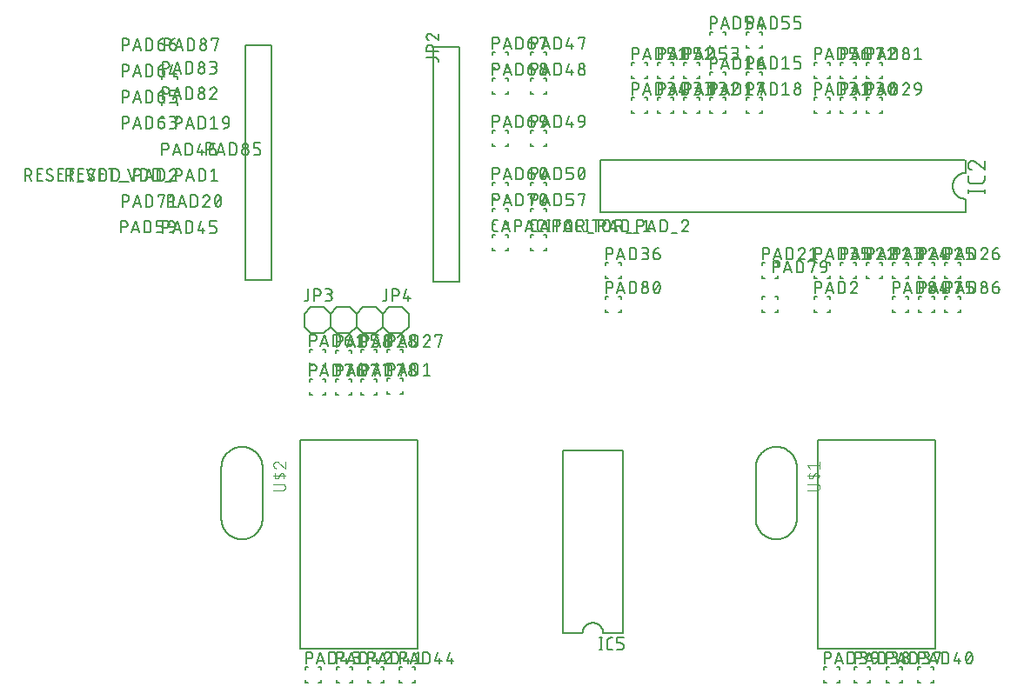
<source format=gbr>
G04 EAGLE Gerber RS-274X export*
G75*
%MOMM*%
%FSLAX34Y34*%
%LPD*%
%INSilkscreen Top*%
%IPPOS*%
%AMOC8*
5,1,8,0,0,1.08239X$1,22.5*%
G01*
%ADD10C,0.127000*%
%ADD11C,0.152400*%
%ADD12C,0.177800*%
%ADD13C,0.101600*%


D10*
X770100Y260200D02*
X770100Y57000D01*
X884400Y57000D01*
X884400Y260200D01*
X770100Y260200D01*
X266700Y260200D02*
X266700Y57000D01*
X381000Y57000D01*
X381000Y260200D01*
X266700Y260200D01*
D11*
X453514Y460517D02*
X456054Y460517D01*
X453514Y460517D02*
X453514Y457977D01*
X468754Y457977D02*
X468754Y460517D01*
X466214Y460517D01*
X468754Y447817D02*
X468754Y445277D01*
X466214Y445277D01*
X456054Y445277D02*
X453514Y445277D01*
X453514Y447817D01*
D10*
X456689Y463692D02*
X459229Y463692D01*
X456689Y463692D02*
X456589Y463694D01*
X456490Y463700D01*
X456390Y463710D01*
X456292Y463723D01*
X456193Y463741D01*
X456096Y463762D01*
X456000Y463787D01*
X455904Y463816D01*
X455810Y463849D01*
X455717Y463885D01*
X455626Y463925D01*
X455536Y463969D01*
X455448Y464016D01*
X455362Y464066D01*
X455278Y464120D01*
X455196Y464177D01*
X455117Y464237D01*
X455039Y464301D01*
X454965Y464367D01*
X454893Y464436D01*
X454824Y464508D01*
X454758Y464582D01*
X454694Y464660D01*
X454634Y464739D01*
X454577Y464821D01*
X454523Y464905D01*
X454473Y464991D01*
X454426Y465079D01*
X454382Y465169D01*
X454342Y465260D01*
X454306Y465353D01*
X454273Y465447D01*
X454244Y465543D01*
X454219Y465639D01*
X454198Y465736D01*
X454180Y465835D01*
X454167Y465933D01*
X454157Y466033D01*
X454151Y466132D01*
X454149Y466232D01*
X454149Y472582D01*
X454151Y472682D01*
X454157Y472781D01*
X454167Y472881D01*
X454180Y472979D01*
X454198Y473078D01*
X454219Y473175D01*
X454244Y473271D01*
X454273Y473367D01*
X454306Y473461D01*
X454342Y473554D01*
X454382Y473645D01*
X454426Y473735D01*
X454473Y473823D01*
X454523Y473909D01*
X454577Y473993D01*
X454634Y474075D01*
X454694Y474154D01*
X454758Y474232D01*
X454824Y474306D01*
X454893Y474378D01*
X454965Y474447D01*
X455039Y474513D01*
X455117Y474577D01*
X455196Y474637D01*
X455278Y474694D01*
X455362Y474748D01*
X455448Y474798D01*
X455536Y474845D01*
X455626Y474889D01*
X455717Y474929D01*
X455810Y474965D01*
X455904Y474998D01*
X456000Y475027D01*
X456096Y475052D01*
X456193Y475073D01*
X456292Y475091D01*
X456390Y475104D01*
X456490Y475114D01*
X456589Y475120D01*
X456689Y475122D01*
X459229Y475122D01*
X466886Y475122D02*
X463076Y463692D01*
X470696Y463692D02*
X466886Y475122D01*
X469743Y466549D02*
X464028Y466549D01*
X475712Y463692D02*
X475712Y475122D01*
X478887Y475122D01*
X478998Y475120D01*
X479108Y475114D01*
X479219Y475105D01*
X479329Y475091D01*
X479438Y475074D01*
X479547Y475053D01*
X479655Y475028D01*
X479762Y474999D01*
X479868Y474967D01*
X479973Y474931D01*
X480076Y474891D01*
X480178Y474848D01*
X480279Y474801D01*
X480378Y474750D01*
X480475Y474697D01*
X480569Y474640D01*
X480662Y474579D01*
X480753Y474516D01*
X480842Y474449D01*
X480928Y474379D01*
X481011Y474306D01*
X481093Y474231D01*
X481171Y474153D01*
X481246Y474071D01*
X481319Y473988D01*
X481389Y473902D01*
X481456Y473813D01*
X481519Y473722D01*
X481580Y473629D01*
X481637Y473534D01*
X481690Y473438D01*
X481741Y473339D01*
X481788Y473238D01*
X481831Y473136D01*
X481871Y473033D01*
X481907Y472928D01*
X481939Y472822D01*
X481968Y472715D01*
X481993Y472607D01*
X482014Y472498D01*
X482031Y472389D01*
X482045Y472279D01*
X482054Y472168D01*
X482060Y472058D01*
X482062Y471947D01*
X482060Y471836D01*
X482054Y471726D01*
X482045Y471615D01*
X482031Y471505D01*
X482014Y471396D01*
X481993Y471287D01*
X481968Y471179D01*
X481939Y471072D01*
X481907Y470966D01*
X481871Y470861D01*
X481831Y470758D01*
X481788Y470656D01*
X481741Y470555D01*
X481690Y470456D01*
X481637Y470359D01*
X481580Y470265D01*
X481519Y470172D01*
X481456Y470081D01*
X481389Y469992D01*
X481319Y469906D01*
X481246Y469823D01*
X481171Y469741D01*
X481093Y469663D01*
X481011Y469588D01*
X480928Y469515D01*
X480842Y469445D01*
X480753Y469378D01*
X480662Y469315D01*
X480569Y469254D01*
X480475Y469197D01*
X480378Y469144D01*
X480279Y469093D01*
X480178Y469046D01*
X480076Y469003D01*
X479973Y468963D01*
X479868Y468927D01*
X479762Y468895D01*
X479655Y468866D01*
X479547Y468841D01*
X479438Y468820D01*
X479329Y468803D01*
X479219Y468789D01*
X479108Y468780D01*
X478998Y468774D01*
X478887Y468772D01*
X475712Y468772D01*
X485936Y463692D02*
X489746Y475122D01*
X493556Y463692D01*
X492603Y466549D02*
X486888Y466549D01*
X500504Y463692D02*
X503044Y463692D01*
X500504Y463692D02*
X500404Y463694D01*
X500305Y463700D01*
X500205Y463710D01*
X500107Y463723D01*
X500008Y463741D01*
X499911Y463762D01*
X499815Y463787D01*
X499719Y463816D01*
X499625Y463849D01*
X499532Y463885D01*
X499441Y463925D01*
X499351Y463969D01*
X499263Y464016D01*
X499177Y464066D01*
X499093Y464120D01*
X499011Y464177D01*
X498932Y464237D01*
X498854Y464301D01*
X498780Y464367D01*
X498708Y464436D01*
X498639Y464508D01*
X498573Y464582D01*
X498509Y464660D01*
X498449Y464739D01*
X498392Y464821D01*
X498338Y464905D01*
X498288Y464991D01*
X498241Y465079D01*
X498197Y465169D01*
X498157Y465260D01*
X498121Y465353D01*
X498088Y465447D01*
X498059Y465543D01*
X498034Y465639D01*
X498013Y465736D01*
X497995Y465835D01*
X497982Y465933D01*
X497972Y466033D01*
X497966Y466132D01*
X497964Y466232D01*
X497964Y472582D01*
X497966Y472682D01*
X497972Y472781D01*
X497982Y472881D01*
X497995Y472979D01*
X498013Y473078D01*
X498034Y473175D01*
X498059Y473271D01*
X498088Y473367D01*
X498121Y473461D01*
X498157Y473554D01*
X498197Y473645D01*
X498241Y473735D01*
X498288Y473823D01*
X498338Y473909D01*
X498392Y473993D01*
X498449Y474075D01*
X498509Y474154D01*
X498573Y474232D01*
X498639Y474306D01*
X498708Y474378D01*
X498780Y474447D01*
X498854Y474513D01*
X498932Y474577D01*
X499011Y474637D01*
X499093Y474694D01*
X499177Y474748D01*
X499263Y474798D01*
X499351Y474845D01*
X499441Y474889D01*
X499532Y474929D01*
X499625Y474965D01*
X499719Y474998D01*
X499815Y475027D01*
X499911Y475052D01*
X500008Y475073D01*
X500107Y475091D01*
X500205Y475104D01*
X500305Y475114D01*
X500404Y475120D01*
X500504Y475122D01*
X503044Y475122D01*
X508415Y475122D02*
X508415Y463692D01*
X507145Y463692D02*
X509685Y463692D01*
X509685Y475122D02*
X507145Y475122D01*
X516797Y475122D02*
X516797Y463692D01*
X513622Y475122D02*
X519972Y475122D01*
X524290Y471947D02*
X524290Y466867D01*
X524290Y471947D02*
X524292Y472058D01*
X524298Y472168D01*
X524307Y472279D01*
X524321Y472389D01*
X524338Y472498D01*
X524359Y472607D01*
X524384Y472715D01*
X524413Y472822D01*
X524445Y472928D01*
X524481Y473033D01*
X524521Y473136D01*
X524564Y473238D01*
X524611Y473339D01*
X524662Y473438D01*
X524715Y473535D01*
X524772Y473629D01*
X524833Y473722D01*
X524896Y473813D01*
X524963Y473902D01*
X525033Y473988D01*
X525106Y474071D01*
X525181Y474153D01*
X525259Y474231D01*
X525341Y474306D01*
X525424Y474379D01*
X525510Y474449D01*
X525599Y474516D01*
X525690Y474579D01*
X525783Y474640D01*
X525878Y474697D01*
X525974Y474750D01*
X526073Y474801D01*
X526174Y474848D01*
X526276Y474891D01*
X526379Y474931D01*
X526484Y474967D01*
X526590Y474999D01*
X526697Y475028D01*
X526805Y475053D01*
X526914Y475074D01*
X527023Y475091D01*
X527133Y475105D01*
X527244Y475114D01*
X527354Y475120D01*
X527465Y475122D01*
X527576Y475120D01*
X527686Y475114D01*
X527797Y475105D01*
X527907Y475091D01*
X528016Y475074D01*
X528125Y475053D01*
X528233Y475028D01*
X528340Y474999D01*
X528446Y474967D01*
X528551Y474931D01*
X528654Y474891D01*
X528756Y474848D01*
X528857Y474801D01*
X528956Y474750D01*
X529053Y474697D01*
X529147Y474640D01*
X529240Y474579D01*
X529331Y474516D01*
X529420Y474449D01*
X529506Y474379D01*
X529589Y474306D01*
X529671Y474231D01*
X529749Y474153D01*
X529824Y474071D01*
X529897Y473988D01*
X529967Y473902D01*
X530034Y473813D01*
X530097Y473722D01*
X530158Y473629D01*
X530215Y473535D01*
X530268Y473438D01*
X530319Y473339D01*
X530366Y473238D01*
X530409Y473136D01*
X530449Y473033D01*
X530485Y472928D01*
X530517Y472822D01*
X530546Y472715D01*
X530571Y472607D01*
X530592Y472498D01*
X530609Y472389D01*
X530623Y472279D01*
X530632Y472168D01*
X530638Y472058D01*
X530640Y471947D01*
X530640Y466867D01*
X530638Y466756D01*
X530632Y466646D01*
X530623Y466535D01*
X530609Y466425D01*
X530592Y466316D01*
X530571Y466207D01*
X530546Y466099D01*
X530517Y465992D01*
X530485Y465886D01*
X530449Y465781D01*
X530409Y465678D01*
X530366Y465576D01*
X530319Y465475D01*
X530268Y465376D01*
X530215Y465279D01*
X530158Y465185D01*
X530097Y465092D01*
X530034Y465001D01*
X529967Y464912D01*
X529897Y464826D01*
X529824Y464743D01*
X529749Y464661D01*
X529671Y464583D01*
X529589Y464508D01*
X529506Y464435D01*
X529420Y464365D01*
X529331Y464298D01*
X529240Y464235D01*
X529147Y464174D01*
X529053Y464117D01*
X528956Y464064D01*
X528857Y464013D01*
X528756Y463966D01*
X528654Y463923D01*
X528551Y463883D01*
X528446Y463847D01*
X528340Y463815D01*
X528233Y463786D01*
X528125Y463761D01*
X528016Y463740D01*
X527907Y463723D01*
X527797Y463709D01*
X527686Y463700D01*
X527576Y463694D01*
X527465Y463692D01*
X527354Y463694D01*
X527244Y463700D01*
X527133Y463709D01*
X527023Y463723D01*
X526914Y463740D01*
X526805Y463761D01*
X526697Y463786D01*
X526590Y463815D01*
X526484Y463847D01*
X526379Y463883D01*
X526276Y463923D01*
X526174Y463966D01*
X526073Y464013D01*
X525974Y464064D01*
X525878Y464117D01*
X525783Y464174D01*
X525690Y464235D01*
X525599Y464298D01*
X525510Y464365D01*
X525424Y464435D01*
X525341Y464508D01*
X525259Y464583D01*
X525181Y464661D01*
X525106Y464743D01*
X525033Y464826D01*
X524963Y464912D01*
X524896Y465001D01*
X524833Y465092D01*
X524772Y465185D01*
X524715Y465280D01*
X524662Y465376D01*
X524611Y465475D01*
X524564Y465576D01*
X524521Y465678D01*
X524481Y465781D01*
X524445Y465886D01*
X524413Y465992D01*
X524384Y466099D01*
X524359Y466207D01*
X524338Y466316D01*
X524321Y466425D01*
X524307Y466535D01*
X524298Y466646D01*
X524292Y466756D01*
X524290Y466867D01*
X536184Y463692D02*
X536184Y475122D01*
X539359Y475122D01*
X539470Y475120D01*
X539580Y475114D01*
X539691Y475105D01*
X539801Y475091D01*
X539910Y475074D01*
X540019Y475053D01*
X540127Y475028D01*
X540234Y474999D01*
X540340Y474967D01*
X540445Y474931D01*
X540548Y474891D01*
X540650Y474848D01*
X540751Y474801D01*
X540850Y474750D01*
X540947Y474697D01*
X541041Y474640D01*
X541134Y474579D01*
X541225Y474516D01*
X541314Y474449D01*
X541400Y474379D01*
X541483Y474306D01*
X541565Y474231D01*
X541643Y474153D01*
X541718Y474071D01*
X541791Y473988D01*
X541861Y473902D01*
X541928Y473813D01*
X541991Y473722D01*
X542052Y473629D01*
X542109Y473534D01*
X542162Y473438D01*
X542213Y473339D01*
X542260Y473238D01*
X542303Y473136D01*
X542343Y473033D01*
X542379Y472928D01*
X542411Y472822D01*
X542440Y472715D01*
X542465Y472607D01*
X542486Y472498D01*
X542503Y472389D01*
X542517Y472279D01*
X542526Y472168D01*
X542532Y472058D01*
X542534Y471947D01*
X542532Y471836D01*
X542526Y471726D01*
X542517Y471615D01*
X542503Y471505D01*
X542486Y471396D01*
X542465Y471287D01*
X542440Y471179D01*
X542411Y471072D01*
X542379Y470966D01*
X542343Y470861D01*
X542303Y470758D01*
X542260Y470656D01*
X542213Y470555D01*
X542162Y470456D01*
X542109Y470359D01*
X542052Y470265D01*
X541991Y470172D01*
X541928Y470081D01*
X541861Y469992D01*
X541791Y469906D01*
X541718Y469823D01*
X541643Y469741D01*
X541565Y469663D01*
X541483Y469588D01*
X541400Y469515D01*
X541314Y469445D01*
X541225Y469378D01*
X541134Y469315D01*
X541041Y469254D01*
X540947Y469197D01*
X540850Y469144D01*
X540751Y469093D01*
X540650Y469046D01*
X540548Y469003D01*
X540445Y468963D01*
X540340Y468927D01*
X540234Y468895D01*
X540127Y468866D01*
X540019Y468841D01*
X539910Y468820D01*
X539801Y468803D01*
X539691Y468789D01*
X539580Y468780D01*
X539470Y468774D01*
X539359Y468772D01*
X536184Y468772D01*
X539994Y468772D02*
X542534Y463692D01*
X547023Y462422D02*
X552103Y462422D01*
X557246Y463692D02*
X557246Y475122D01*
X560421Y475122D01*
X560532Y475120D01*
X560642Y475114D01*
X560753Y475105D01*
X560863Y475091D01*
X560972Y475074D01*
X561081Y475053D01*
X561189Y475028D01*
X561296Y474999D01*
X561402Y474967D01*
X561507Y474931D01*
X561610Y474891D01*
X561712Y474848D01*
X561813Y474801D01*
X561912Y474750D01*
X562009Y474697D01*
X562103Y474640D01*
X562196Y474579D01*
X562287Y474516D01*
X562376Y474449D01*
X562462Y474379D01*
X562545Y474306D01*
X562627Y474231D01*
X562705Y474153D01*
X562780Y474071D01*
X562853Y473988D01*
X562923Y473902D01*
X562990Y473813D01*
X563053Y473722D01*
X563114Y473629D01*
X563171Y473534D01*
X563224Y473438D01*
X563275Y473339D01*
X563322Y473238D01*
X563365Y473136D01*
X563405Y473033D01*
X563441Y472928D01*
X563473Y472822D01*
X563502Y472715D01*
X563527Y472607D01*
X563548Y472498D01*
X563565Y472389D01*
X563579Y472279D01*
X563588Y472168D01*
X563594Y472058D01*
X563596Y471947D01*
X563594Y471836D01*
X563588Y471726D01*
X563579Y471615D01*
X563565Y471505D01*
X563548Y471396D01*
X563527Y471287D01*
X563502Y471179D01*
X563473Y471072D01*
X563441Y470966D01*
X563405Y470861D01*
X563365Y470758D01*
X563322Y470656D01*
X563275Y470555D01*
X563224Y470456D01*
X563171Y470359D01*
X563114Y470265D01*
X563053Y470172D01*
X562990Y470081D01*
X562923Y469992D01*
X562853Y469906D01*
X562780Y469823D01*
X562705Y469741D01*
X562627Y469663D01*
X562545Y469588D01*
X562462Y469515D01*
X562376Y469445D01*
X562287Y469378D01*
X562196Y469315D01*
X562103Y469254D01*
X562009Y469197D01*
X561912Y469144D01*
X561813Y469093D01*
X561712Y469046D01*
X561610Y469003D01*
X561507Y468963D01*
X561402Y468927D01*
X561296Y468895D01*
X561189Y468866D01*
X561081Y468841D01*
X560972Y468820D01*
X560863Y468803D01*
X560753Y468789D01*
X560642Y468780D01*
X560532Y468774D01*
X560421Y468772D01*
X557246Y468772D01*
X567470Y463692D02*
X571280Y475122D01*
X575090Y463692D01*
X574137Y466549D02*
X568422Y466549D01*
X579916Y463692D02*
X579916Y475122D01*
X583091Y475122D01*
X583202Y475120D01*
X583312Y475114D01*
X583423Y475105D01*
X583533Y475091D01*
X583642Y475074D01*
X583751Y475053D01*
X583859Y475028D01*
X583966Y474999D01*
X584072Y474967D01*
X584177Y474931D01*
X584280Y474891D01*
X584382Y474848D01*
X584483Y474801D01*
X584582Y474750D01*
X584679Y474697D01*
X584773Y474640D01*
X584866Y474579D01*
X584957Y474516D01*
X585046Y474449D01*
X585132Y474379D01*
X585215Y474306D01*
X585297Y474231D01*
X585375Y474153D01*
X585450Y474071D01*
X585523Y473988D01*
X585593Y473902D01*
X585660Y473813D01*
X585723Y473722D01*
X585784Y473629D01*
X585841Y473535D01*
X585894Y473438D01*
X585945Y473339D01*
X585992Y473238D01*
X586035Y473136D01*
X586075Y473033D01*
X586111Y472928D01*
X586143Y472822D01*
X586172Y472715D01*
X586197Y472607D01*
X586218Y472498D01*
X586235Y472389D01*
X586249Y472279D01*
X586258Y472168D01*
X586264Y472058D01*
X586266Y471947D01*
X586266Y466867D01*
X586264Y466756D01*
X586258Y466646D01*
X586249Y466535D01*
X586235Y466425D01*
X586218Y466316D01*
X586197Y466207D01*
X586172Y466099D01*
X586143Y465992D01*
X586111Y465886D01*
X586075Y465781D01*
X586035Y465678D01*
X585992Y465576D01*
X585945Y465475D01*
X585894Y465376D01*
X585841Y465279D01*
X585784Y465185D01*
X585723Y465092D01*
X585660Y465001D01*
X585593Y464912D01*
X585523Y464826D01*
X585450Y464743D01*
X585375Y464661D01*
X585297Y464583D01*
X585215Y464508D01*
X585132Y464435D01*
X585046Y464365D01*
X584957Y464298D01*
X584866Y464235D01*
X584773Y464174D01*
X584679Y464117D01*
X584582Y464064D01*
X584483Y464013D01*
X584382Y463966D01*
X584280Y463923D01*
X584177Y463883D01*
X584072Y463847D01*
X583966Y463815D01*
X583859Y463786D01*
X583751Y463761D01*
X583642Y463740D01*
X583533Y463723D01*
X583423Y463709D01*
X583312Y463700D01*
X583202Y463694D01*
X583091Y463692D01*
X579916Y463692D01*
X591219Y462422D02*
X596299Y462422D01*
X600871Y472582D02*
X604046Y475122D01*
X604046Y463692D01*
X600871Y463692D02*
X607221Y463692D01*
D11*
X493420Y460517D02*
X490880Y460517D01*
X490880Y457977D01*
X506120Y457977D02*
X506120Y460517D01*
X503580Y460517D01*
X506120Y447817D02*
X506120Y445277D01*
X503580Y445277D01*
X493420Y445277D02*
X490880Y445277D01*
X490880Y447817D01*
D10*
X494055Y463692D02*
X496595Y463692D01*
X494055Y463692D02*
X493955Y463694D01*
X493856Y463700D01*
X493756Y463710D01*
X493658Y463723D01*
X493559Y463741D01*
X493462Y463762D01*
X493366Y463787D01*
X493270Y463816D01*
X493176Y463849D01*
X493083Y463885D01*
X492992Y463925D01*
X492902Y463969D01*
X492814Y464016D01*
X492728Y464066D01*
X492644Y464120D01*
X492562Y464177D01*
X492483Y464237D01*
X492405Y464301D01*
X492331Y464367D01*
X492259Y464436D01*
X492190Y464508D01*
X492124Y464582D01*
X492060Y464660D01*
X492000Y464739D01*
X491943Y464821D01*
X491889Y464905D01*
X491839Y464991D01*
X491792Y465079D01*
X491748Y465169D01*
X491708Y465260D01*
X491672Y465353D01*
X491639Y465447D01*
X491610Y465543D01*
X491585Y465639D01*
X491564Y465736D01*
X491546Y465835D01*
X491533Y465933D01*
X491523Y466033D01*
X491517Y466132D01*
X491515Y466232D01*
X491515Y472582D01*
X491517Y472682D01*
X491523Y472781D01*
X491533Y472881D01*
X491546Y472979D01*
X491564Y473078D01*
X491585Y473175D01*
X491610Y473271D01*
X491639Y473367D01*
X491672Y473461D01*
X491708Y473554D01*
X491748Y473645D01*
X491792Y473735D01*
X491839Y473823D01*
X491889Y473909D01*
X491943Y473993D01*
X492000Y474075D01*
X492060Y474154D01*
X492124Y474232D01*
X492190Y474306D01*
X492259Y474378D01*
X492331Y474447D01*
X492405Y474513D01*
X492483Y474577D01*
X492562Y474637D01*
X492644Y474694D01*
X492728Y474748D01*
X492814Y474798D01*
X492902Y474845D01*
X492992Y474889D01*
X493083Y474929D01*
X493176Y474965D01*
X493270Y474998D01*
X493366Y475027D01*
X493462Y475052D01*
X493559Y475073D01*
X493658Y475091D01*
X493756Y475104D01*
X493856Y475114D01*
X493955Y475120D01*
X494055Y475122D01*
X496595Y475122D01*
X504252Y475122D02*
X500442Y463692D01*
X508062Y463692D02*
X504252Y475122D01*
X507110Y466549D02*
X501395Y466549D01*
X513079Y463692D02*
X513079Y475122D01*
X516254Y475122D01*
X516365Y475120D01*
X516475Y475114D01*
X516586Y475105D01*
X516696Y475091D01*
X516805Y475074D01*
X516914Y475053D01*
X517022Y475028D01*
X517129Y474999D01*
X517235Y474967D01*
X517340Y474931D01*
X517443Y474891D01*
X517545Y474848D01*
X517646Y474801D01*
X517745Y474750D01*
X517842Y474697D01*
X517936Y474640D01*
X518029Y474579D01*
X518120Y474516D01*
X518209Y474449D01*
X518295Y474379D01*
X518378Y474306D01*
X518460Y474231D01*
X518538Y474153D01*
X518613Y474071D01*
X518686Y473988D01*
X518756Y473902D01*
X518823Y473813D01*
X518886Y473722D01*
X518947Y473629D01*
X519004Y473534D01*
X519057Y473438D01*
X519108Y473339D01*
X519155Y473238D01*
X519198Y473136D01*
X519238Y473033D01*
X519274Y472928D01*
X519306Y472822D01*
X519335Y472715D01*
X519360Y472607D01*
X519381Y472498D01*
X519398Y472389D01*
X519412Y472279D01*
X519421Y472168D01*
X519427Y472058D01*
X519429Y471947D01*
X519427Y471836D01*
X519421Y471726D01*
X519412Y471615D01*
X519398Y471505D01*
X519381Y471396D01*
X519360Y471287D01*
X519335Y471179D01*
X519306Y471072D01*
X519274Y470966D01*
X519238Y470861D01*
X519198Y470758D01*
X519155Y470656D01*
X519108Y470555D01*
X519057Y470456D01*
X519004Y470359D01*
X518947Y470265D01*
X518886Y470172D01*
X518823Y470081D01*
X518756Y469992D01*
X518686Y469906D01*
X518613Y469823D01*
X518538Y469741D01*
X518460Y469663D01*
X518378Y469588D01*
X518295Y469515D01*
X518209Y469445D01*
X518120Y469378D01*
X518029Y469315D01*
X517936Y469254D01*
X517842Y469197D01*
X517745Y469144D01*
X517646Y469093D01*
X517545Y469046D01*
X517443Y469003D01*
X517340Y468963D01*
X517235Y468927D01*
X517129Y468895D01*
X517022Y468866D01*
X516914Y468841D01*
X516805Y468820D01*
X516696Y468803D01*
X516586Y468789D01*
X516475Y468780D01*
X516365Y468774D01*
X516254Y468772D01*
X513079Y468772D01*
X523302Y463692D02*
X527112Y475122D01*
X530922Y463692D01*
X529970Y466549D02*
X524255Y466549D01*
X537870Y463692D02*
X540410Y463692D01*
X537870Y463692D02*
X537770Y463694D01*
X537671Y463700D01*
X537571Y463710D01*
X537473Y463723D01*
X537374Y463741D01*
X537277Y463762D01*
X537181Y463787D01*
X537085Y463816D01*
X536991Y463849D01*
X536898Y463885D01*
X536807Y463925D01*
X536717Y463969D01*
X536629Y464016D01*
X536543Y464066D01*
X536459Y464120D01*
X536377Y464177D01*
X536298Y464237D01*
X536220Y464301D01*
X536146Y464367D01*
X536074Y464436D01*
X536005Y464508D01*
X535939Y464582D01*
X535875Y464660D01*
X535815Y464739D01*
X535758Y464821D01*
X535704Y464905D01*
X535654Y464991D01*
X535607Y465079D01*
X535563Y465169D01*
X535523Y465260D01*
X535487Y465353D01*
X535454Y465447D01*
X535425Y465543D01*
X535400Y465639D01*
X535379Y465736D01*
X535361Y465835D01*
X535348Y465933D01*
X535338Y466033D01*
X535332Y466132D01*
X535330Y466232D01*
X535330Y472582D01*
X535332Y472682D01*
X535338Y472781D01*
X535348Y472881D01*
X535361Y472979D01*
X535379Y473078D01*
X535400Y473175D01*
X535425Y473271D01*
X535454Y473367D01*
X535487Y473461D01*
X535523Y473554D01*
X535563Y473645D01*
X535607Y473735D01*
X535654Y473823D01*
X535704Y473909D01*
X535758Y473993D01*
X535815Y474075D01*
X535875Y474154D01*
X535939Y474232D01*
X536005Y474306D01*
X536074Y474378D01*
X536146Y474447D01*
X536220Y474513D01*
X536298Y474577D01*
X536377Y474637D01*
X536459Y474694D01*
X536543Y474748D01*
X536629Y474798D01*
X536717Y474845D01*
X536807Y474889D01*
X536898Y474929D01*
X536991Y474965D01*
X537085Y474998D01*
X537181Y475027D01*
X537277Y475052D01*
X537374Y475073D01*
X537473Y475091D01*
X537571Y475104D01*
X537671Y475114D01*
X537770Y475120D01*
X537870Y475122D01*
X540410Y475122D01*
X545781Y475122D02*
X545781Y463692D01*
X544511Y463692D02*
X547051Y463692D01*
X547051Y475122D02*
X544511Y475122D01*
X554163Y475122D02*
X554163Y463692D01*
X550988Y475122D02*
X557338Y475122D01*
X561656Y471947D02*
X561656Y466867D01*
X561656Y471947D02*
X561658Y472058D01*
X561664Y472168D01*
X561673Y472279D01*
X561687Y472389D01*
X561704Y472498D01*
X561725Y472607D01*
X561750Y472715D01*
X561779Y472822D01*
X561811Y472928D01*
X561847Y473033D01*
X561887Y473136D01*
X561930Y473238D01*
X561977Y473339D01*
X562028Y473438D01*
X562081Y473535D01*
X562138Y473629D01*
X562199Y473722D01*
X562262Y473813D01*
X562329Y473902D01*
X562399Y473988D01*
X562472Y474071D01*
X562547Y474153D01*
X562625Y474231D01*
X562707Y474306D01*
X562790Y474379D01*
X562876Y474449D01*
X562965Y474516D01*
X563056Y474579D01*
X563149Y474640D01*
X563244Y474697D01*
X563340Y474750D01*
X563439Y474801D01*
X563540Y474848D01*
X563642Y474891D01*
X563745Y474931D01*
X563850Y474967D01*
X563956Y474999D01*
X564063Y475028D01*
X564171Y475053D01*
X564280Y475074D01*
X564389Y475091D01*
X564499Y475105D01*
X564610Y475114D01*
X564720Y475120D01*
X564831Y475122D01*
X564942Y475120D01*
X565052Y475114D01*
X565163Y475105D01*
X565273Y475091D01*
X565382Y475074D01*
X565491Y475053D01*
X565599Y475028D01*
X565706Y474999D01*
X565812Y474967D01*
X565917Y474931D01*
X566020Y474891D01*
X566122Y474848D01*
X566223Y474801D01*
X566322Y474750D01*
X566419Y474697D01*
X566513Y474640D01*
X566606Y474579D01*
X566697Y474516D01*
X566786Y474449D01*
X566872Y474379D01*
X566955Y474306D01*
X567037Y474231D01*
X567115Y474153D01*
X567190Y474071D01*
X567263Y473988D01*
X567333Y473902D01*
X567400Y473813D01*
X567463Y473722D01*
X567524Y473629D01*
X567581Y473535D01*
X567634Y473438D01*
X567685Y473339D01*
X567732Y473238D01*
X567775Y473136D01*
X567815Y473033D01*
X567851Y472928D01*
X567883Y472822D01*
X567912Y472715D01*
X567937Y472607D01*
X567958Y472498D01*
X567975Y472389D01*
X567989Y472279D01*
X567998Y472168D01*
X568004Y472058D01*
X568006Y471947D01*
X568006Y466867D01*
X568004Y466756D01*
X567998Y466646D01*
X567989Y466535D01*
X567975Y466425D01*
X567958Y466316D01*
X567937Y466207D01*
X567912Y466099D01*
X567883Y465992D01*
X567851Y465886D01*
X567815Y465781D01*
X567775Y465678D01*
X567732Y465576D01*
X567685Y465475D01*
X567634Y465376D01*
X567581Y465279D01*
X567524Y465185D01*
X567463Y465092D01*
X567400Y465001D01*
X567333Y464912D01*
X567263Y464826D01*
X567190Y464743D01*
X567115Y464661D01*
X567037Y464583D01*
X566955Y464508D01*
X566872Y464435D01*
X566786Y464365D01*
X566697Y464298D01*
X566606Y464235D01*
X566513Y464174D01*
X566419Y464117D01*
X566322Y464064D01*
X566223Y464013D01*
X566122Y463966D01*
X566020Y463923D01*
X565917Y463883D01*
X565812Y463847D01*
X565706Y463815D01*
X565599Y463786D01*
X565491Y463761D01*
X565382Y463740D01*
X565273Y463723D01*
X565163Y463709D01*
X565052Y463700D01*
X564942Y463694D01*
X564831Y463692D01*
X564720Y463694D01*
X564610Y463700D01*
X564499Y463709D01*
X564389Y463723D01*
X564280Y463740D01*
X564171Y463761D01*
X564063Y463786D01*
X563956Y463815D01*
X563850Y463847D01*
X563745Y463883D01*
X563642Y463923D01*
X563540Y463966D01*
X563439Y464013D01*
X563340Y464064D01*
X563244Y464117D01*
X563149Y464174D01*
X563056Y464235D01*
X562965Y464298D01*
X562876Y464365D01*
X562790Y464435D01*
X562707Y464508D01*
X562625Y464583D01*
X562547Y464661D01*
X562472Y464743D01*
X562399Y464826D01*
X562329Y464912D01*
X562262Y465001D01*
X562199Y465092D01*
X562138Y465185D01*
X562081Y465280D01*
X562028Y465376D01*
X561977Y465475D01*
X561930Y465576D01*
X561887Y465678D01*
X561847Y465781D01*
X561811Y465886D01*
X561779Y465992D01*
X561750Y466099D01*
X561725Y466207D01*
X561704Y466316D01*
X561687Y466425D01*
X561673Y466535D01*
X561664Y466646D01*
X561658Y466756D01*
X561656Y466867D01*
X573550Y463692D02*
X573550Y475122D01*
X576725Y475122D01*
X576836Y475120D01*
X576946Y475114D01*
X577057Y475105D01*
X577167Y475091D01*
X577276Y475074D01*
X577385Y475053D01*
X577493Y475028D01*
X577600Y474999D01*
X577706Y474967D01*
X577811Y474931D01*
X577914Y474891D01*
X578016Y474848D01*
X578117Y474801D01*
X578216Y474750D01*
X578313Y474697D01*
X578407Y474640D01*
X578500Y474579D01*
X578591Y474516D01*
X578680Y474449D01*
X578766Y474379D01*
X578849Y474306D01*
X578931Y474231D01*
X579009Y474153D01*
X579084Y474071D01*
X579157Y473988D01*
X579227Y473902D01*
X579294Y473813D01*
X579357Y473722D01*
X579418Y473629D01*
X579475Y473534D01*
X579528Y473438D01*
X579579Y473339D01*
X579626Y473238D01*
X579669Y473136D01*
X579709Y473033D01*
X579745Y472928D01*
X579777Y472822D01*
X579806Y472715D01*
X579831Y472607D01*
X579852Y472498D01*
X579869Y472389D01*
X579883Y472279D01*
X579892Y472168D01*
X579898Y472058D01*
X579900Y471947D01*
X579898Y471836D01*
X579892Y471726D01*
X579883Y471615D01*
X579869Y471505D01*
X579852Y471396D01*
X579831Y471287D01*
X579806Y471179D01*
X579777Y471072D01*
X579745Y470966D01*
X579709Y470861D01*
X579669Y470758D01*
X579626Y470656D01*
X579579Y470555D01*
X579528Y470456D01*
X579475Y470359D01*
X579418Y470265D01*
X579357Y470172D01*
X579294Y470081D01*
X579227Y469992D01*
X579157Y469906D01*
X579084Y469823D01*
X579009Y469741D01*
X578931Y469663D01*
X578849Y469588D01*
X578766Y469515D01*
X578680Y469445D01*
X578591Y469378D01*
X578500Y469315D01*
X578407Y469254D01*
X578313Y469197D01*
X578216Y469144D01*
X578117Y469093D01*
X578016Y469046D01*
X577914Y469003D01*
X577811Y468963D01*
X577706Y468927D01*
X577600Y468895D01*
X577493Y468866D01*
X577385Y468841D01*
X577276Y468820D01*
X577167Y468803D01*
X577057Y468789D01*
X576946Y468780D01*
X576836Y468774D01*
X576725Y468772D01*
X573550Y468772D01*
X577360Y468772D02*
X579900Y463692D01*
X584389Y462422D02*
X589469Y462422D01*
X594613Y463692D02*
X594613Y475122D01*
X597788Y475122D01*
X597899Y475120D01*
X598009Y475114D01*
X598120Y475105D01*
X598230Y475091D01*
X598339Y475074D01*
X598448Y475053D01*
X598556Y475028D01*
X598663Y474999D01*
X598769Y474967D01*
X598874Y474931D01*
X598977Y474891D01*
X599079Y474848D01*
X599180Y474801D01*
X599279Y474750D01*
X599376Y474697D01*
X599470Y474640D01*
X599563Y474579D01*
X599654Y474516D01*
X599743Y474449D01*
X599829Y474379D01*
X599912Y474306D01*
X599994Y474231D01*
X600072Y474153D01*
X600147Y474071D01*
X600220Y473988D01*
X600290Y473902D01*
X600357Y473813D01*
X600420Y473722D01*
X600481Y473629D01*
X600538Y473534D01*
X600591Y473438D01*
X600642Y473339D01*
X600689Y473238D01*
X600732Y473136D01*
X600772Y473033D01*
X600808Y472928D01*
X600840Y472822D01*
X600869Y472715D01*
X600894Y472607D01*
X600915Y472498D01*
X600932Y472389D01*
X600946Y472279D01*
X600955Y472168D01*
X600961Y472058D01*
X600963Y471947D01*
X600961Y471836D01*
X600955Y471726D01*
X600946Y471615D01*
X600932Y471505D01*
X600915Y471396D01*
X600894Y471287D01*
X600869Y471179D01*
X600840Y471072D01*
X600808Y470966D01*
X600772Y470861D01*
X600732Y470758D01*
X600689Y470656D01*
X600642Y470555D01*
X600591Y470456D01*
X600538Y470359D01*
X600481Y470265D01*
X600420Y470172D01*
X600357Y470081D01*
X600290Y469992D01*
X600220Y469906D01*
X600147Y469823D01*
X600072Y469741D01*
X599994Y469663D01*
X599912Y469588D01*
X599829Y469515D01*
X599743Y469445D01*
X599654Y469378D01*
X599563Y469315D01*
X599470Y469254D01*
X599376Y469197D01*
X599279Y469144D01*
X599180Y469093D01*
X599079Y469046D01*
X598977Y469003D01*
X598874Y468963D01*
X598769Y468927D01*
X598663Y468895D01*
X598556Y468866D01*
X598448Y468841D01*
X598339Y468820D01*
X598230Y468803D01*
X598120Y468789D01*
X598009Y468780D01*
X597899Y468774D01*
X597788Y468772D01*
X594613Y468772D01*
X604836Y463692D02*
X608646Y475122D01*
X612456Y463692D01*
X611504Y466549D02*
X605789Y466549D01*
X617282Y463692D02*
X617282Y475122D01*
X620457Y475122D01*
X620568Y475120D01*
X620678Y475114D01*
X620789Y475105D01*
X620899Y475091D01*
X621008Y475074D01*
X621117Y475053D01*
X621225Y475028D01*
X621332Y474999D01*
X621438Y474967D01*
X621543Y474931D01*
X621646Y474891D01*
X621748Y474848D01*
X621849Y474801D01*
X621948Y474750D01*
X622045Y474697D01*
X622139Y474640D01*
X622232Y474579D01*
X622323Y474516D01*
X622412Y474449D01*
X622498Y474379D01*
X622581Y474306D01*
X622663Y474231D01*
X622741Y474153D01*
X622816Y474071D01*
X622889Y473988D01*
X622959Y473902D01*
X623026Y473813D01*
X623089Y473722D01*
X623150Y473629D01*
X623207Y473535D01*
X623260Y473438D01*
X623311Y473339D01*
X623358Y473238D01*
X623401Y473136D01*
X623441Y473033D01*
X623477Y472928D01*
X623509Y472822D01*
X623538Y472715D01*
X623563Y472607D01*
X623584Y472498D01*
X623601Y472389D01*
X623615Y472279D01*
X623624Y472168D01*
X623630Y472058D01*
X623632Y471947D01*
X623632Y466867D01*
X623630Y466756D01*
X623624Y466646D01*
X623615Y466535D01*
X623601Y466425D01*
X623584Y466316D01*
X623563Y466207D01*
X623538Y466099D01*
X623509Y465992D01*
X623477Y465886D01*
X623441Y465781D01*
X623401Y465678D01*
X623358Y465576D01*
X623311Y465475D01*
X623260Y465376D01*
X623207Y465279D01*
X623150Y465185D01*
X623089Y465092D01*
X623026Y465001D01*
X622959Y464912D01*
X622889Y464826D01*
X622816Y464743D01*
X622741Y464661D01*
X622663Y464583D01*
X622581Y464508D01*
X622498Y464435D01*
X622412Y464365D01*
X622323Y464298D01*
X622232Y464235D01*
X622139Y464174D01*
X622045Y464117D01*
X621948Y464064D01*
X621849Y464013D01*
X621748Y463966D01*
X621646Y463923D01*
X621543Y463883D01*
X621438Y463847D01*
X621332Y463815D01*
X621225Y463786D01*
X621117Y463761D01*
X621008Y463740D01*
X620899Y463723D01*
X620789Y463709D01*
X620678Y463700D01*
X620568Y463694D01*
X620457Y463692D01*
X617282Y463692D01*
X628585Y462422D02*
X633665Y462422D01*
X644588Y472264D02*
X644586Y472368D01*
X644580Y472473D01*
X644571Y472577D01*
X644558Y472680D01*
X644540Y472783D01*
X644520Y472885D01*
X644495Y472987D01*
X644467Y473087D01*
X644435Y473187D01*
X644399Y473285D01*
X644360Y473382D01*
X644318Y473477D01*
X644272Y473571D01*
X644222Y473663D01*
X644170Y473753D01*
X644114Y473841D01*
X644054Y473927D01*
X643992Y474011D01*
X643927Y474092D01*
X643859Y474171D01*
X643787Y474248D01*
X643714Y474321D01*
X643637Y474393D01*
X643558Y474461D01*
X643477Y474526D01*
X643393Y474588D01*
X643307Y474648D01*
X643219Y474704D01*
X643129Y474756D01*
X643037Y474806D01*
X642943Y474852D01*
X642848Y474894D01*
X642751Y474933D01*
X642653Y474969D01*
X642553Y475001D01*
X642453Y475029D01*
X642351Y475054D01*
X642249Y475074D01*
X642146Y475092D01*
X642043Y475105D01*
X641939Y475114D01*
X641834Y475120D01*
X641730Y475122D01*
X641612Y475120D01*
X641493Y475114D01*
X641375Y475105D01*
X641258Y475092D01*
X641141Y475074D01*
X641024Y475054D01*
X640908Y475029D01*
X640793Y475001D01*
X640680Y474968D01*
X640567Y474933D01*
X640455Y474893D01*
X640345Y474851D01*
X640236Y474804D01*
X640128Y474754D01*
X640023Y474701D01*
X639919Y474644D01*
X639817Y474584D01*
X639717Y474521D01*
X639619Y474454D01*
X639523Y474385D01*
X639430Y474312D01*
X639339Y474236D01*
X639250Y474158D01*
X639164Y474076D01*
X639081Y473992D01*
X639000Y473906D01*
X638923Y473816D01*
X638848Y473725D01*
X638776Y473631D01*
X638707Y473534D01*
X638642Y473436D01*
X638579Y473335D01*
X638520Y473232D01*
X638464Y473128D01*
X638412Y473022D01*
X638363Y472914D01*
X638318Y472805D01*
X638276Y472694D01*
X638238Y472582D01*
X643635Y470042D02*
X643711Y470117D01*
X643786Y470196D01*
X643857Y470277D01*
X643926Y470361D01*
X643991Y470447D01*
X644053Y470535D01*
X644113Y470625D01*
X644169Y470717D01*
X644222Y470812D01*
X644271Y470908D01*
X644317Y471006D01*
X644360Y471105D01*
X644399Y471206D01*
X644434Y471308D01*
X644466Y471411D01*
X644494Y471515D01*
X644519Y471620D01*
X644540Y471727D01*
X644557Y471833D01*
X644570Y471940D01*
X644579Y472048D01*
X644585Y472156D01*
X644587Y472264D01*
X643635Y470042D02*
X638237Y463692D01*
X644587Y463692D01*
D11*
X914400Y520700D02*
X914400Y533400D01*
X914400Y520700D02*
X914091Y520696D01*
X913782Y520685D01*
X913473Y520666D01*
X913165Y520640D01*
X912857Y520606D01*
X912551Y520565D01*
X912245Y520516D01*
X911941Y520460D01*
X911639Y520396D01*
X911338Y520325D01*
X911038Y520247D01*
X910741Y520162D01*
X910446Y520069D01*
X910153Y519969D01*
X909863Y519862D01*
X909576Y519748D01*
X909291Y519627D01*
X909009Y519499D01*
X908731Y519365D01*
X908456Y519223D01*
X908184Y519075D01*
X907917Y518920D01*
X907653Y518759D01*
X907393Y518592D01*
X907137Y518418D01*
X906885Y518238D01*
X906638Y518052D01*
X906396Y517860D01*
X906158Y517662D01*
X905925Y517459D01*
X905697Y517249D01*
X905475Y517035D01*
X905257Y516815D01*
X905045Y516589D01*
X904839Y516359D01*
X904638Y516124D01*
X904443Y515884D01*
X904254Y515639D01*
X904071Y515390D01*
X903894Y515136D01*
X903724Y514878D01*
X903559Y514616D01*
X903401Y514350D01*
X903250Y514080D01*
X903105Y513807D01*
X902967Y513530D01*
X902836Y513250D01*
X902712Y512967D01*
X902594Y512681D01*
X902484Y512392D01*
X902380Y512101D01*
X902284Y511807D01*
X902195Y511511D01*
X902113Y511212D01*
X902038Y510912D01*
X901971Y510610D01*
X901911Y510307D01*
X901859Y510002D01*
X901814Y509696D01*
X901776Y509389D01*
X901746Y509081D01*
X901724Y508773D01*
X901708Y508464D01*
X901701Y508155D01*
X901701Y507845D01*
X901708Y507536D01*
X901724Y507227D01*
X901746Y506919D01*
X901776Y506611D01*
X901814Y506304D01*
X901859Y505998D01*
X901911Y505693D01*
X901971Y505390D01*
X902038Y505088D01*
X902113Y504788D01*
X902195Y504489D01*
X902284Y504193D01*
X902380Y503899D01*
X902484Y503608D01*
X902594Y503319D01*
X902712Y503033D01*
X902836Y502750D01*
X902967Y502470D01*
X903105Y502193D01*
X903250Y501920D01*
X903401Y501650D01*
X903559Y501384D01*
X903724Y501122D01*
X903894Y500864D01*
X904071Y500610D01*
X904254Y500361D01*
X904443Y500116D01*
X904638Y499876D01*
X904839Y499641D01*
X905045Y499411D01*
X905257Y499185D01*
X905475Y498965D01*
X905697Y498751D01*
X905925Y498541D01*
X906158Y498338D01*
X906396Y498140D01*
X906638Y497948D01*
X906885Y497762D01*
X907137Y497582D01*
X907393Y497408D01*
X907653Y497241D01*
X907917Y497080D01*
X908184Y496925D01*
X908456Y496777D01*
X908731Y496635D01*
X909009Y496501D01*
X909291Y496373D01*
X909576Y496252D01*
X909863Y496138D01*
X910153Y496031D01*
X910446Y495931D01*
X910741Y495838D01*
X911038Y495753D01*
X911338Y495675D01*
X911639Y495604D01*
X911941Y495540D01*
X912245Y495484D01*
X912551Y495435D01*
X912857Y495394D01*
X913165Y495360D01*
X913473Y495334D01*
X913782Y495315D01*
X914091Y495304D01*
X914400Y495300D01*
X558800Y482600D02*
X558800Y533400D01*
X914400Y495300D02*
X914400Y482600D01*
X558800Y482600D01*
X558800Y533400D02*
X913130Y533400D01*
D12*
X916559Y502535D02*
X932561Y502535D01*
X932561Y500757D02*
X932561Y504313D01*
X916559Y504313D02*
X916559Y500757D01*
X932561Y514107D02*
X932561Y517663D01*
X932561Y514107D02*
X932559Y513991D01*
X932553Y513874D01*
X932544Y513758D01*
X932531Y513643D01*
X932514Y513528D01*
X932493Y513413D01*
X932468Y513300D01*
X932440Y513187D01*
X932408Y513075D01*
X932372Y512964D01*
X932333Y512854D01*
X932290Y512746D01*
X932244Y512639D01*
X932194Y512534D01*
X932141Y512431D01*
X932085Y512329D01*
X932025Y512229D01*
X931962Y512131D01*
X931895Y512036D01*
X931826Y511942D01*
X931754Y511851D01*
X931679Y511762D01*
X931600Y511676D01*
X931519Y511593D01*
X931436Y511512D01*
X931350Y511433D01*
X931261Y511358D01*
X931170Y511286D01*
X931076Y511217D01*
X930981Y511150D01*
X930883Y511087D01*
X930783Y511027D01*
X930681Y510971D01*
X930578Y510918D01*
X930473Y510868D01*
X930366Y510822D01*
X930258Y510779D01*
X930148Y510740D01*
X930037Y510704D01*
X929925Y510672D01*
X929812Y510644D01*
X929699Y510619D01*
X929584Y510598D01*
X929469Y510581D01*
X929354Y510568D01*
X929238Y510559D01*
X929121Y510553D01*
X929005Y510551D01*
X920115Y510551D01*
X919999Y510553D01*
X919882Y510559D01*
X919766Y510568D01*
X919651Y510581D01*
X919536Y510598D01*
X919421Y510619D01*
X919308Y510644D01*
X919195Y510672D01*
X919083Y510704D01*
X918972Y510740D01*
X918862Y510779D01*
X918754Y510822D01*
X918647Y510868D01*
X918542Y510918D01*
X918439Y510971D01*
X918337Y511027D01*
X918237Y511087D01*
X918139Y511150D01*
X918044Y511217D01*
X917950Y511286D01*
X917859Y511358D01*
X917770Y511433D01*
X917684Y511512D01*
X917601Y511593D01*
X917520Y511676D01*
X917441Y511762D01*
X917366Y511851D01*
X917294Y511942D01*
X917225Y512036D01*
X917158Y512131D01*
X917095Y512229D01*
X917035Y512329D01*
X916979Y512431D01*
X916926Y512534D01*
X916876Y512639D01*
X916830Y512746D01*
X916787Y512854D01*
X916748Y512964D01*
X916712Y513075D01*
X916680Y513187D01*
X916652Y513300D01*
X916627Y513413D01*
X916606Y513528D01*
X916589Y513643D01*
X916576Y513758D01*
X916567Y513874D01*
X916561Y513991D01*
X916559Y514107D01*
X916559Y517663D01*
X916559Y528511D02*
X916561Y528637D01*
X916567Y528762D01*
X916577Y528888D01*
X916591Y529012D01*
X916608Y529137D01*
X916630Y529261D01*
X916655Y529384D01*
X916685Y529506D01*
X916718Y529627D01*
X916755Y529747D01*
X916796Y529866D01*
X916840Y529984D01*
X916888Y530100D01*
X916940Y530215D01*
X916995Y530327D01*
X917054Y530438D01*
X917116Y530548D01*
X917182Y530655D01*
X917251Y530760D01*
X917323Y530863D01*
X917399Y530963D01*
X917477Y531061D01*
X917559Y531157D01*
X917643Y531250D01*
X917731Y531340D01*
X917821Y531428D01*
X917914Y531512D01*
X918010Y531594D01*
X918108Y531672D01*
X918208Y531748D01*
X918311Y531820D01*
X918416Y531889D01*
X918523Y531955D01*
X918633Y532017D01*
X918744Y532076D01*
X918856Y532131D01*
X918971Y532183D01*
X919087Y532231D01*
X919205Y532275D01*
X919324Y532316D01*
X919444Y532353D01*
X919565Y532386D01*
X919687Y532416D01*
X919810Y532441D01*
X919934Y532463D01*
X920059Y532480D01*
X920183Y532494D01*
X920309Y532504D01*
X920434Y532510D01*
X920560Y532512D01*
X916559Y528511D02*
X916561Y528370D01*
X916567Y528230D01*
X916576Y528090D01*
X916590Y527950D01*
X916607Y527811D01*
X916628Y527672D01*
X916653Y527533D01*
X916681Y527396D01*
X916714Y527259D01*
X916750Y527123D01*
X916790Y526988D01*
X916833Y526855D01*
X916880Y526722D01*
X916931Y526591D01*
X916985Y526462D01*
X917043Y526334D01*
X917104Y526207D01*
X917169Y526082D01*
X917237Y525960D01*
X917308Y525839D01*
X917383Y525719D01*
X917461Y525603D01*
X917542Y525488D01*
X917626Y525375D01*
X917714Y525265D01*
X917804Y525157D01*
X917897Y525052D01*
X917993Y524950D01*
X918092Y524850D01*
X918193Y524752D01*
X918297Y524658D01*
X918404Y524566D01*
X918513Y524478D01*
X918624Y524392D01*
X918738Y524310D01*
X918854Y524230D01*
X918972Y524154D01*
X919092Y524081D01*
X919214Y524012D01*
X919338Y523945D01*
X919464Y523882D01*
X919591Y523823D01*
X919720Y523767D01*
X919850Y523715D01*
X919982Y523666D01*
X920115Y523621D01*
X923672Y531177D02*
X923581Y531269D01*
X923488Y531359D01*
X923393Y531445D01*
X923295Y531529D01*
X923194Y531609D01*
X923091Y531687D01*
X922986Y531761D01*
X922878Y531832D01*
X922769Y531900D01*
X922657Y531964D01*
X922544Y532026D01*
X922429Y532083D01*
X922312Y532138D01*
X922193Y532189D01*
X922073Y532236D01*
X921952Y532279D01*
X921830Y532319D01*
X921706Y532355D01*
X921581Y532388D01*
X921456Y532417D01*
X921329Y532442D01*
X921202Y532463D01*
X921074Y532480D01*
X920946Y532494D01*
X920818Y532503D01*
X920689Y532509D01*
X920560Y532511D01*
X923671Y531178D02*
X932561Y523621D01*
X932561Y532511D01*
D11*
X522290Y250200D02*
X522290Y72400D01*
X580710Y72400D02*
X580710Y250200D01*
X522290Y250200D01*
X522290Y72400D02*
X541340Y72400D01*
X561660Y72400D02*
X580710Y72400D01*
X561660Y72400D02*
X561657Y72647D01*
X561648Y72895D01*
X561633Y73142D01*
X561612Y73388D01*
X561585Y73634D01*
X561552Y73879D01*
X561513Y74124D01*
X561468Y74367D01*
X561417Y74609D01*
X561360Y74850D01*
X561298Y75089D01*
X561229Y75327D01*
X561155Y75563D01*
X561075Y75797D01*
X560990Y76029D01*
X560898Y76259D01*
X560802Y76487D01*
X560699Y76712D01*
X560592Y76935D01*
X560478Y77155D01*
X560360Y77372D01*
X560236Y77587D01*
X560107Y77798D01*
X559973Y78006D01*
X559834Y78211D01*
X559690Y78412D01*
X559542Y78610D01*
X559388Y78804D01*
X559230Y78994D01*
X559067Y79180D01*
X558900Y79362D01*
X558728Y79540D01*
X558552Y79714D01*
X558372Y79884D01*
X558187Y80049D01*
X557999Y80209D01*
X557807Y80365D01*
X557611Y80517D01*
X557412Y80663D01*
X557209Y80805D01*
X557002Y80941D01*
X556793Y81073D01*
X556580Y81199D01*
X556364Y81320D01*
X556146Y81436D01*
X555924Y81546D01*
X555700Y81651D01*
X555474Y81751D01*
X555245Y81845D01*
X555014Y81933D01*
X554780Y82016D01*
X554545Y82093D01*
X554308Y82164D01*
X554070Y82230D01*
X553830Y82289D01*
X553588Y82343D01*
X553345Y82391D01*
X553102Y82433D01*
X552857Y82469D01*
X552611Y82499D01*
X552365Y82523D01*
X552118Y82541D01*
X551871Y82553D01*
X551624Y82559D01*
X551376Y82559D01*
X551129Y82553D01*
X550882Y82541D01*
X550635Y82523D01*
X550389Y82499D01*
X550143Y82469D01*
X549898Y82433D01*
X549655Y82391D01*
X549412Y82343D01*
X549170Y82289D01*
X548930Y82230D01*
X548692Y82164D01*
X548455Y82093D01*
X548220Y82016D01*
X547986Y81933D01*
X547755Y81845D01*
X547526Y81751D01*
X547300Y81651D01*
X547076Y81546D01*
X546854Y81436D01*
X546636Y81320D01*
X546420Y81199D01*
X546207Y81073D01*
X545998Y80941D01*
X545791Y80805D01*
X545588Y80663D01*
X545389Y80517D01*
X545193Y80365D01*
X545001Y80209D01*
X544813Y80049D01*
X544628Y79884D01*
X544448Y79714D01*
X544272Y79540D01*
X544100Y79362D01*
X543933Y79180D01*
X543770Y78994D01*
X543612Y78804D01*
X543458Y78610D01*
X543310Y78412D01*
X543166Y78211D01*
X543027Y78006D01*
X542893Y77798D01*
X542764Y77587D01*
X542640Y77372D01*
X542522Y77155D01*
X542408Y76935D01*
X542301Y76712D01*
X542198Y76487D01*
X542102Y76259D01*
X542010Y76029D01*
X541925Y75797D01*
X541845Y75563D01*
X541771Y75327D01*
X541702Y75089D01*
X541640Y74850D01*
X541583Y74609D01*
X541532Y74367D01*
X541487Y74124D01*
X541448Y73879D01*
X541415Y73634D01*
X541388Y73388D01*
X541367Y73142D01*
X541352Y72895D01*
X541343Y72647D01*
X541340Y72400D01*
D10*
X559501Y67955D02*
X559501Y56525D01*
X558231Y56525D02*
X560771Y56525D01*
X560771Y67955D02*
X558231Y67955D01*
X567973Y56525D02*
X570513Y56525D01*
X567973Y56525D02*
X567873Y56527D01*
X567774Y56533D01*
X567674Y56543D01*
X567576Y56556D01*
X567477Y56574D01*
X567380Y56595D01*
X567284Y56620D01*
X567188Y56649D01*
X567094Y56682D01*
X567001Y56718D01*
X566910Y56758D01*
X566820Y56802D01*
X566732Y56849D01*
X566646Y56899D01*
X566562Y56953D01*
X566480Y57010D01*
X566401Y57070D01*
X566323Y57134D01*
X566249Y57200D01*
X566177Y57269D01*
X566108Y57341D01*
X566042Y57415D01*
X565978Y57493D01*
X565918Y57572D01*
X565861Y57654D01*
X565807Y57738D01*
X565757Y57824D01*
X565710Y57912D01*
X565666Y58002D01*
X565626Y58093D01*
X565590Y58186D01*
X565557Y58280D01*
X565528Y58376D01*
X565503Y58472D01*
X565482Y58569D01*
X565464Y58668D01*
X565451Y58766D01*
X565441Y58866D01*
X565435Y58965D01*
X565433Y59065D01*
X565433Y65415D01*
X565435Y65515D01*
X565441Y65614D01*
X565451Y65714D01*
X565464Y65812D01*
X565482Y65911D01*
X565503Y66008D01*
X565528Y66104D01*
X565557Y66200D01*
X565590Y66294D01*
X565626Y66387D01*
X565666Y66478D01*
X565710Y66568D01*
X565757Y66656D01*
X565807Y66742D01*
X565861Y66826D01*
X565918Y66908D01*
X565978Y66987D01*
X566042Y67065D01*
X566108Y67139D01*
X566177Y67211D01*
X566249Y67280D01*
X566323Y67346D01*
X566401Y67410D01*
X566480Y67470D01*
X566562Y67527D01*
X566646Y67581D01*
X566732Y67631D01*
X566820Y67678D01*
X566910Y67722D01*
X567001Y67762D01*
X567094Y67798D01*
X567188Y67831D01*
X567284Y67860D01*
X567380Y67885D01*
X567477Y67906D01*
X567576Y67924D01*
X567674Y67937D01*
X567774Y67947D01*
X567873Y67953D01*
X567973Y67955D01*
X570513Y67955D01*
X574995Y56525D02*
X578805Y56525D01*
X578905Y56527D01*
X579004Y56533D01*
X579104Y56543D01*
X579202Y56556D01*
X579301Y56574D01*
X579398Y56595D01*
X579494Y56620D01*
X579590Y56649D01*
X579684Y56682D01*
X579777Y56718D01*
X579868Y56758D01*
X579958Y56802D01*
X580046Y56849D01*
X580132Y56899D01*
X580216Y56953D01*
X580298Y57010D01*
X580377Y57070D01*
X580455Y57134D01*
X580529Y57200D01*
X580601Y57269D01*
X580670Y57341D01*
X580736Y57415D01*
X580800Y57493D01*
X580860Y57572D01*
X580917Y57654D01*
X580971Y57738D01*
X581021Y57824D01*
X581068Y57912D01*
X581112Y58002D01*
X581152Y58093D01*
X581188Y58186D01*
X581221Y58280D01*
X581250Y58376D01*
X581275Y58472D01*
X581296Y58569D01*
X581314Y58668D01*
X581327Y58766D01*
X581337Y58866D01*
X581343Y58965D01*
X581345Y59065D01*
X581345Y60335D01*
X581343Y60435D01*
X581337Y60534D01*
X581327Y60634D01*
X581314Y60732D01*
X581296Y60831D01*
X581275Y60928D01*
X581250Y61024D01*
X581221Y61120D01*
X581188Y61214D01*
X581152Y61307D01*
X581112Y61398D01*
X581068Y61488D01*
X581021Y61576D01*
X580971Y61662D01*
X580917Y61746D01*
X580860Y61828D01*
X580800Y61907D01*
X580736Y61985D01*
X580670Y62059D01*
X580601Y62131D01*
X580529Y62200D01*
X580455Y62266D01*
X580377Y62330D01*
X580298Y62390D01*
X580216Y62447D01*
X580132Y62501D01*
X580046Y62551D01*
X579958Y62598D01*
X579868Y62642D01*
X579777Y62682D01*
X579684Y62718D01*
X579590Y62751D01*
X579494Y62780D01*
X579398Y62805D01*
X579301Y62826D01*
X579202Y62844D01*
X579104Y62857D01*
X579004Y62867D01*
X578905Y62873D01*
X578805Y62875D01*
X574995Y62875D01*
X574995Y67955D01*
X581345Y67955D01*
X238900Y416400D02*
X238900Y645000D01*
X238900Y416400D02*
X213500Y416400D01*
X213500Y645000D01*
X238900Y645000D01*
X421500Y643400D02*
X421500Y414800D01*
X396100Y414800D01*
X396100Y643400D01*
X421500Y643400D01*
X398513Y633038D02*
X389623Y633038D01*
X398513Y633038D02*
X398613Y633036D01*
X398712Y633030D01*
X398812Y633020D01*
X398910Y633007D01*
X399009Y632989D01*
X399106Y632968D01*
X399202Y632943D01*
X399298Y632914D01*
X399392Y632881D01*
X399485Y632845D01*
X399576Y632805D01*
X399666Y632761D01*
X399754Y632714D01*
X399840Y632664D01*
X399924Y632610D01*
X400006Y632553D01*
X400085Y632493D01*
X400163Y632429D01*
X400237Y632363D01*
X400309Y632294D01*
X400378Y632222D01*
X400444Y632148D01*
X400508Y632070D01*
X400568Y631991D01*
X400625Y631909D01*
X400679Y631825D01*
X400729Y631739D01*
X400776Y631651D01*
X400820Y631561D01*
X400860Y631470D01*
X400896Y631377D01*
X400929Y631283D01*
X400958Y631187D01*
X400983Y631091D01*
X401004Y630994D01*
X401022Y630895D01*
X401035Y630797D01*
X401045Y630697D01*
X401051Y630598D01*
X401053Y630498D01*
X401053Y629228D01*
X401053Y639019D02*
X389623Y639019D01*
X389623Y642194D01*
X389625Y642305D01*
X389631Y642415D01*
X389640Y642526D01*
X389654Y642636D01*
X389671Y642745D01*
X389692Y642854D01*
X389717Y642962D01*
X389746Y643069D01*
X389778Y643175D01*
X389814Y643280D01*
X389854Y643383D01*
X389897Y643485D01*
X389944Y643586D01*
X389995Y643685D01*
X390048Y643782D01*
X390105Y643876D01*
X390166Y643969D01*
X390229Y644060D01*
X390296Y644149D01*
X390366Y644235D01*
X390439Y644318D01*
X390514Y644400D01*
X390592Y644478D01*
X390674Y644553D01*
X390757Y644626D01*
X390843Y644696D01*
X390932Y644763D01*
X391023Y644826D01*
X391116Y644887D01*
X391211Y644944D01*
X391307Y644997D01*
X391406Y645048D01*
X391507Y645095D01*
X391609Y645138D01*
X391712Y645178D01*
X391817Y645214D01*
X391923Y645246D01*
X392030Y645275D01*
X392138Y645300D01*
X392247Y645321D01*
X392356Y645338D01*
X392466Y645352D01*
X392577Y645361D01*
X392687Y645367D01*
X392798Y645369D01*
X392909Y645367D01*
X393019Y645361D01*
X393130Y645352D01*
X393240Y645338D01*
X393349Y645321D01*
X393458Y645300D01*
X393566Y645275D01*
X393673Y645246D01*
X393779Y645214D01*
X393884Y645178D01*
X393987Y645138D01*
X394089Y645095D01*
X394190Y645048D01*
X394289Y644997D01*
X394386Y644944D01*
X394480Y644887D01*
X394573Y644826D01*
X394664Y644763D01*
X394753Y644696D01*
X394839Y644626D01*
X394922Y644553D01*
X395004Y644478D01*
X395082Y644400D01*
X395157Y644318D01*
X395230Y644235D01*
X395300Y644149D01*
X395367Y644060D01*
X395430Y643969D01*
X395491Y643876D01*
X395548Y643782D01*
X395601Y643685D01*
X395652Y643586D01*
X395699Y643485D01*
X395742Y643383D01*
X395782Y643280D01*
X395818Y643175D01*
X395850Y643069D01*
X395879Y642962D01*
X395904Y642854D01*
X395925Y642745D01*
X395942Y642636D01*
X395956Y642526D01*
X395965Y642415D01*
X395971Y642305D01*
X395973Y642194D01*
X395973Y639019D01*
X389623Y653370D02*
X389625Y653474D01*
X389631Y653579D01*
X389640Y653683D01*
X389653Y653786D01*
X389671Y653889D01*
X389691Y653991D01*
X389716Y654093D01*
X389744Y654193D01*
X389776Y654293D01*
X389812Y654391D01*
X389851Y654488D01*
X389893Y654583D01*
X389939Y654677D01*
X389989Y654769D01*
X390041Y654859D01*
X390097Y654947D01*
X390157Y655033D01*
X390219Y655117D01*
X390284Y655198D01*
X390352Y655277D01*
X390424Y655354D01*
X390497Y655427D01*
X390574Y655499D01*
X390653Y655567D01*
X390734Y655632D01*
X390818Y655694D01*
X390904Y655754D01*
X390992Y655810D01*
X391082Y655862D01*
X391174Y655912D01*
X391268Y655958D01*
X391363Y656000D01*
X391460Y656039D01*
X391558Y656075D01*
X391658Y656107D01*
X391758Y656135D01*
X391860Y656160D01*
X391962Y656180D01*
X392065Y656198D01*
X392168Y656211D01*
X392272Y656220D01*
X392377Y656226D01*
X392481Y656228D01*
X389623Y653370D02*
X389625Y653252D01*
X389631Y653133D01*
X389640Y653015D01*
X389653Y652898D01*
X389671Y652781D01*
X389691Y652664D01*
X389716Y652548D01*
X389744Y652433D01*
X389777Y652320D01*
X389812Y652207D01*
X389852Y652095D01*
X389894Y651985D01*
X389941Y651876D01*
X389991Y651768D01*
X390044Y651663D01*
X390101Y651559D01*
X390161Y651457D01*
X390224Y651357D01*
X390291Y651259D01*
X390360Y651163D01*
X390433Y651070D01*
X390509Y650979D01*
X390587Y650890D01*
X390669Y650804D01*
X390753Y650721D01*
X390839Y650640D01*
X390929Y650563D01*
X391020Y650488D01*
X391114Y650416D01*
X391211Y650347D01*
X391309Y650282D01*
X391410Y650219D01*
X391513Y650160D01*
X391617Y650104D01*
X391723Y650052D01*
X391831Y650003D01*
X391940Y649958D01*
X392051Y649916D01*
X392163Y649878D01*
X394703Y655275D02*
X394628Y655351D01*
X394549Y655426D01*
X394468Y655497D01*
X394384Y655566D01*
X394298Y655631D01*
X394210Y655693D01*
X394120Y655753D01*
X394028Y655809D01*
X393933Y655862D01*
X393837Y655911D01*
X393739Y655957D01*
X393640Y656000D01*
X393539Y656039D01*
X393437Y656074D01*
X393334Y656106D01*
X393230Y656134D01*
X393125Y656159D01*
X393018Y656180D01*
X392912Y656197D01*
X392805Y656210D01*
X392697Y656219D01*
X392589Y656225D01*
X392481Y656227D01*
X394703Y655275D02*
X401053Y649877D01*
X401053Y656227D01*
D11*
X289750Y389900D02*
X277050Y389900D01*
X289750Y389900D02*
X296100Y383550D01*
X296100Y370850D01*
X289750Y364500D01*
X296100Y383550D02*
X302450Y389900D01*
X315150Y389900D01*
X321500Y383550D01*
X321500Y370850D01*
X315150Y364500D01*
X302450Y364500D01*
X296100Y370850D01*
X270700Y370850D02*
X270700Y383550D01*
X277050Y389900D01*
X270700Y370850D02*
X277050Y364500D01*
X289750Y364500D01*
X321500Y383550D02*
X327850Y389900D01*
X340550Y389900D01*
X346900Y383550D01*
X346900Y370850D01*
X340550Y364500D01*
X327850Y364500D01*
X321500Y370850D01*
D10*
X274383Y398663D02*
X274383Y407553D01*
X274383Y398663D02*
X274381Y398563D01*
X274375Y398464D01*
X274365Y398364D01*
X274352Y398266D01*
X274334Y398167D01*
X274313Y398070D01*
X274288Y397974D01*
X274259Y397878D01*
X274226Y397784D01*
X274190Y397691D01*
X274150Y397600D01*
X274106Y397510D01*
X274059Y397422D01*
X274009Y397336D01*
X273955Y397252D01*
X273898Y397170D01*
X273838Y397091D01*
X273774Y397013D01*
X273708Y396939D01*
X273639Y396867D01*
X273567Y396798D01*
X273493Y396732D01*
X273415Y396668D01*
X273336Y396608D01*
X273254Y396551D01*
X273170Y396497D01*
X273084Y396447D01*
X272996Y396400D01*
X272906Y396356D01*
X272815Y396316D01*
X272722Y396280D01*
X272628Y396247D01*
X272532Y396218D01*
X272436Y396193D01*
X272339Y396172D01*
X272240Y396154D01*
X272142Y396141D01*
X272042Y396131D01*
X271943Y396125D01*
X271843Y396123D01*
X270573Y396123D01*
X280363Y396123D02*
X280363Y407553D01*
X283538Y407553D01*
X283649Y407551D01*
X283759Y407545D01*
X283870Y407536D01*
X283980Y407522D01*
X284089Y407505D01*
X284198Y407484D01*
X284306Y407459D01*
X284413Y407430D01*
X284519Y407398D01*
X284624Y407362D01*
X284727Y407322D01*
X284829Y407279D01*
X284930Y407232D01*
X285029Y407181D01*
X285126Y407128D01*
X285220Y407071D01*
X285313Y407010D01*
X285404Y406947D01*
X285493Y406880D01*
X285579Y406810D01*
X285662Y406737D01*
X285744Y406662D01*
X285822Y406584D01*
X285897Y406502D01*
X285970Y406419D01*
X286040Y406333D01*
X286107Y406244D01*
X286170Y406153D01*
X286231Y406060D01*
X286288Y405965D01*
X286341Y405869D01*
X286392Y405770D01*
X286439Y405669D01*
X286482Y405567D01*
X286522Y405464D01*
X286558Y405359D01*
X286590Y405253D01*
X286619Y405146D01*
X286644Y405038D01*
X286665Y404929D01*
X286682Y404820D01*
X286696Y404710D01*
X286705Y404599D01*
X286711Y404489D01*
X286713Y404378D01*
X286711Y404267D01*
X286705Y404157D01*
X286696Y404046D01*
X286682Y403936D01*
X286665Y403827D01*
X286644Y403718D01*
X286619Y403610D01*
X286590Y403503D01*
X286558Y403397D01*
X286522Y403292D01*
X286482Y403189D01*
X286439Y403087D01*
X286392Y402986D01*
X286341Y402887D01*
X286288Y402790D01*
X286231Y402696D01*
X286170Y402603D01*
X286107Y402512D01*
X286040Y402423D01*
X285970Y402337D01*
X285897Y402254D01*
X285822Y402172D01*
X285744Y402094D01*
X285662Y402019D01*
X285579Y401946D01*
X285493Y401876D01*
X285404Y401809D01*
X285313Y401746D01*
X285220Y401685D01*
X285126Y401628D01*
X285029Y401575D01*
X284930Y401524D01*
X284829Y401477D01*
X284727Y401434D01*
X284624Y401394D01*
X284519Y401358D01*
X284413Y401326D01*
X284306Y401297D01*
X284198Y401272D01*
X284089Y401251D01*
X283980Y401234D01*
X283870Y401220D01*
X283759Y401211D01*
X283649Y401205D01*
X283538Y401203D01*
X280363Y401203D01*
X291222Y396123D02*
X294397Y396123D01*
X294508Y396125D01*
X294618Y396131D01*
X294729Y396140D01*
X294839Y396154D01*
X294948Y396171D01*
X295057Y396192D01*
X295165Y396217D01*
X295272Y396246D01*
X295378Y396278D01*
X295483Y396314D01*
X295586Y396354D01*
X295688Y396397D01*
X295789Y396444D01*
X295888Y396495D01*
X295985Y396548D01*
X296079Y396605D01*
X296172Y396666D01*
X296263Y396729D01*
X296352Y396796D01*
X296438Y396866D01*
X296521Y396939D01*
X296603Y397014D01*
X296681Y397092D01*
X296756Y397174D01*
X296829Y397257D01*
X296899Y397343D01*
X296966Y397432D01*
X297029Y397523D01*
X297090Y397616D01*
X297147Y397710D01*
X297200Y397807D01*
X297251Y397906D01*
X297298Y398007D01*
X297341Y398109D01*
X297381Y398212D01*
X297417Y398317D01*
X297449Y398423D01*
X297478Y398530D01*
X297503Y398638D01*
X297524Y398747D01*
X297541Y398856D01*
X297555Y398966D01*
X297564Y399077D01*
X297570Y399187D01*
X297572Y399298D01*
X297570Y399409D01*
X297564Y399519D01*
X297555Y399630D01*
X297541Y399740D01*
X297524Y399849D01*
X297503Y399958D01*
X297478Y400066D01*
X297449Y400173D01*
X297417Y400279D01*
X297381Y400384D01*
X297341Y400487D01*
X297298Y400589D01*
X297251Y400690D01*
X297200Y400789D01*
X297147Y400885D01*
X297090Y400980D01*
X297029Y401073D01*
X296966Y401164D01*
X296899Y401253D01*
X296829Y401339D01*
X296756Y401422D01*
X296681Y401504D01*
X296603Y401582D01*
X296521Y401657D01*
X296438Y401730D01*
X296352Y401800D01*
X296263Y401867D01*
X296172Y401930D01*
X296079Y401991D01*
X295985Y402048D01*
X295888Y402101D01*
X295789Y402152D01*
X295688Y402199D01*
X295586Y402242D01*
X295483Y402282D01*
X295378Y402318D01*
X295272Y402350D01*
X295165Y402379D01*
X295057Y402404D01*
X294948Y402425D01*
X294839Y402442D01*
X294729Y402456D01*
X294618Y402465D01*
X294508Y402471D01*
X294397Y402473D01*
X295032Y407553D02*
X291222Y407553D01*
X295032Y407553D02*
X295132Y407551D01*
X295231Y407545D01*
X295331Y407535D01*
X295429Y407522D01*
X295528Y407504D01*
X295625Y407483D01*
X295721Y407458D01*
X295817Y407429D01*
X295911Y407396D01*
X296004Y407360D01*
X296095Y407320D01*
X296185Y407276D01*
X296273Y407229D01*
X296359Y407179D01*
X296443Y407125D01*
X296525Y407068D01*
X296604Y407008D01*
X296682Y406944D01*
X296756Y406878D01*
X296828Y406809D01*
X296897Y406737D01*
X296963Y406663D01*
X297027Y406585D01*
X297087Y406506D01*
X297144Y406424D01*
X297198Y406340D01*
X297248Y406254D01*
X297295Y406166D01*
X297339Y406076D01*
X297379Y405985D01*
X297415Y405892D01*
X297448Y405798D01*
X297477Y405702D01*
X297502Y405606D01*
X297523Y405509D01*
X297541Y405410D01*
X297554Y405312D01*
X297564Y405212D01*
X297570Y405113D01*
X297572Y405013D01*
X297570Y404913D01*
X297564Y404814D01*
X297554Y404714D01*
X297541Y404616D01*
X297523Y404517D01*
X297502Y404420D01*
X297477Y404324D01*
X297448Y404228D01*
X297415Y404134D01*
X297379Y404041D01*
X297339Y403950D01*
X297295Y403860D01*
X297248Y403772D01*
X297198Y403686D01*
X297144Y403602D01*
X297087Y403520D01*
X297027Y403441D01*
X296963Y403363D01*
X296897Y403289D01*
X296828Y403217D01*
X296756Y403148D01*
X296682Y403082D01*
X296604Y403018D01*
X296525Y402958D01*
X296443Y402901D01*
X296359Y402847D01*
X296273Y402797D01*
X296185Y402750D01*
X296095Y402706D01*
X296004Y402666D01*
X295911Y402630D01*
X295817Y402597D01*
X295721Y402568D01*
X295625Y402543D01*
X295528Y402522D01*
X295429Y402504D01*
X295331Y402491D01*
X295231Y402481D01*
X295132Y402475D01*
X295032Y402473D01*
X292492Y402473D01*
D11*
X353250Y389900D02*
X365950Y389900D01*
X372300Y383550D01*
X372300Y370850D01*
X365950Y364500D01*
X346900Y370850D02*
X346900Y383550D01*
X353250Y389900D01*
X346900Y370850D02*
X353250Y364500D01*
X365950Y364500D01*
D10*
X350583Y398663D02*
X350583Y407553D01*
X350583Y398663D02*
X350581Y398563D01*
X350575Y398464D01*
X350565Y398364D01*
X350552Y398266D01*
X350534Y398167D01*
X350513Y398070D01*
X350488Y397974D01*
X350459Y397878D01*
X350426Y397784D01*
X350390Y397691D01*
X350350Y397600D01*
X350306Y397510D01*
X350259Y397422D01*
X350209Y397336D01*
X350155Y397252D01*
X350098Y397170D01*
X350038Y397091D01*
X349974Y397013D01*
X349908Y396939D01*
X349839Y396867D01*
X349767Y396798D01*
X349693Y396732D01*
X349615Y396668D01*
X349536Y396608D01*
X349454Y396551D01*
X349370Y396497D01*
X349284Y396447D01*
X349196Y396400D01*
X349106Y396356D01*
X349015Y396316D01*
X348922Y396280D01*
X348828Y396247D01*
X348732Y396218D01*
X348636Y396193D01*
X348539Y396172D01*
X348440Y396154D01*
X348342Y396141D01*
X348242Y396131D01*
X348143Y396125D01*
X348043Y396123D01*
X346773Y396123D01*
X356563Y396123D02*
X356563Y407553D01*
X359738Y407553D01*
X359849Y407551D01*
X359959Y407545D01*
X360070Y407536D01*
X360180Y407522D01*
X360289Y407505D01*
X360398Y407484D01*
X360506Y407459D01*
X360613Y407430D01*
X360719Y407398D01*
X360824Y407362D01*
X360927Y407322D01*
X361029Y407279D01*
X361130Y407232D01*
X361229Y407181D01*
X361326Y407128D01*
X361420Y407071D01*
X361513Y407010D01*
X361604Y406947D01*
X361693Y406880D01*
X361779Y406810D01*
X361862Y406737D01*
X361944Y406662D01*
X362022Y406584D01*
X362097Y406502D01*
X362170Y406419D01*
X362240Y406333D01*
X362307Y406244D01*
X362370Y406153D01*
X362431Y406060D01*
X362488Y405965D01*
X362541Y405869D01*
X362592Y405770D01*
X362639Y405669D01*
X362682Y405567D01*
X362722Y405464D01*
X362758Y405359D01*
X362790Y405253D01*
X362819Y405146D01*
X362844Y405038D01*
X362865Y404929D01*
X362882Y404820D01*
X362896Y404710D01*
X362905Y404599D01*
X362911Y404489D01*
X362913Y404378D01*
X362911Y404267D01*
X362905Y404157D01*
X362896Y404046D01*
X362882Y403936D01*
X362865Y403827D01*
X362844Y403718D01*
X362819Y403610D01*
X362790Y403503D01*
X362758Y403397D01*
X362722Y403292D01*
X362682Y403189D01*
X362639Y403087D01*
X362592Y402986D01*
X362541Y402887D01*
X362488Y402790D01*
X362431Y402696D01*
X362370Y402603D01*
X362307Y402512D01*
X362240Y402423D01*
X362170Y402337D01*
X362097Y402254D01*
X362022Y402172D01*
X361944Y402094D01*
X361862Y402019D01*
X361779Y401946D01*
X361693Y401876D01*
X361604Y401809D01*
X361513Y401746D01*
X361420Y401685D01*
X361326Y401628D01*
X361229Y401575D01*
X361130Y401524D01*
X361029Y401477D01*
X360927Y401434D01*
X360824Y401394D01*
X360719Y401358D01*
X360613Y401326D01*
X360506Y401297D01*
X360398Y401272D01*
X360289Y401251D01*
X360180Y401234D01*
X360070Y401220D01*
X359959Y401211D01*
X359849Y401205D01*
X359738Y401203D01*
X356563Y401203D01*
X367422Y398663D02*
X369962Y407553D01*
X367422Y398663D02*
X373772Y398663D01*
X371867Y401203D02*
X371867Y396123D01*
D11*
X354203Y320420D02*
X351663Y320420D01*
X351663Y317880D01*
X366903Y317880D02*
X366903Y320420D01*
X364363Y320420D01*
X366903Y307720D02*
X366903Y305180D01*
X364363Y305180D01*
X354203Y305180D02*
X351663Y305180D01*
X351663Y307720D01*
D10*
X352298Y323595D02*
X352298Y335025D01*
X355473Y335025D01*
X355584Y335023D01*
X355694Y335017D01*
X355805Y335008D01*
X355915Y334994D01*
X356024Y334977D01*
X356133Y334956D01*
X356241Y334931D01*
X356348Y334902D01*
X356454Y334870D01*
X356559Y334834D01*
X356662Y334794D01*
X356764Y334751D01*
X356865Y334704D01*
X356964Y334653D01*
X357061Y334600D01*
X357155Y334543D01*
X357248Y334482D01*
X357339Y334419D01*
X357428Y334352D01*
X357514Y334282D01*
X357597Y334209D01*
X357679Y334134D01*
X357757Y334056D01*
X357832Y333974D01*
X357905Y333891D01*
X357975Y333805D01*
X358042Y333716D01*
X358105Y333625D01*
X358166Y333532D01*
X358223Y333437D01*
X358276Y333341D01*
X358327Y333242D01*
X358374Y333141D01*
X358417Y333039D01*
X358457Y332936D01*
X358493Y332831D01*
X358525Y332725D01*
X358554Y332618D01*
X358579Y332510D01*
X358600Y332401D01*
X358617Y332292D01*
X358631Y332182D01*
X358640Y332071D01*
X358646Y331961D01*
X358648Y331850D01*
X358646Y331739D01*
X358640Y331629D01*
X358631Y331518D01*
X358617Y331408D01*
X358600Y331299D01*
X358579Y331190D01*
X358554Y331082D01*
X358525Y330975D01*
X358493Y330869D01*
X358457Y330764D01*
X358417Y330661D01*
X358374Y330559D01*
X358327Y330458D01*
X358276Y330359D01*
X358223Y330262D01*
X358166Y330168D01*
X358105Y330075D01*
X358042Y329984D01*
X357975Y329895D01*
X357905Y329809D01*
X357832Y329726D01*
X357757Y329644D01*
X357679Y329566D01*
X357597Y329491D01*
X357514Y329418D01*
X357428Y329348D01*
X357339Y329281D01*
X357248Y329218D01*
X357155Y329157D01*
X357061Y329100D01*
X356964Y329047D01*
X356865Y328996D01*
X356764Y328949D01*
X356662Y328906D01*
X356559Y328866D01*
X356454Y328830D01*
X356348Y328798D01*
X356241Y328769D01*
X356133Y328744D01*
X356024Y328723D01*
X355915Y328706D01*
X355805Y328692D01*
X355694Y328683D01*
X355584Y328677D01*
X355473Y328675D01*
X352298Y328675D01*
X362522Y323595D02*
X366332Y335025D01*
X370142Y323595D01*
X369189Y326453D02*
X363474Y326453D01*
X374968Y323595D02*
X374968Y335025D01*
X378143Y335025D01*
X378254Y335023D01*
X378364Y335017D01*
X378475Y335008D01*
X378585Y334994D01*
X378694Y334977D01*
X378803Y334956D01*
X378911Y334931D01*
X379018Y334902D01*
X379124Y334870D01*
X379229Y334834D01*
X379332Y334794D01*
X379434Y334751D01*
X379535Y334704D01*
X379634Y334653D01*
X379731Y334600D01*
X379825Y334543D01*
X379918Y334482D01*
X380009Y334419D01*
X380098Y334352D01*
X380184Y334282D01*
X380267Y334209D01*
X380349Y334134D01*
X380427Y334056D01*
X380502Y333974D01*
X380575Y333891D01*
X380645Y333805D01*
X380712Y333716D01*
X380775Y333625D01*
X380836Y333532D01*
X380893Y333438D01*
X380946Y333341D01*
X380997Y333242D01*
X381044Y333141D01*
X381087Y333039D01*
X381127Y332936D01*
X381163Y332831D01*
X381195Y332725D01*
X381224Y332618D01*
X381249Y332510D01*
X381270Y332401D01*
X381287Y332292D01*
X381301Y332182D01*
X381310Y332071D01*
X381316Y331961D01*
X381318Y331850D01*
X381318Y326770D01*
X381316Y326659D01*
X381310Y326549D01*
X381301Y326438D01*
X381287Y326328D01*
X381270Y326219D01*
X381249Y326110D01*
X381224Y326002D01*
X381195Y325895D01*
X381163Y325789D01*
X381127Y325684D01*
X381087Y325581D01*
X381044Y325479D01*
X380997Y325378D01*
X380946Y325279D01*
X380893Y325182D01*
X380836Y325088D01*
X380775Y324995D01*
X380712Y324904D01*
X380645Y324815D01*
X380575Y324729D01*
X380502Y324646D01*
X380427Y324564D01*
X380349Y324486D01*
X380267Y324411D01*
X380184Y324338D01*
X380098Y324268D01*
X380009Y324201D01*
X379918Y324138D01*
X379825Y324077D01*
X379731Y324020D01*
X379634Y323967D01*
X379535Y323916D01*
X379434Y323869D01*
X379332Y323826D01*
X379229Y323786D01*
X379124Y323750D01*
X379018Y323718D01*
X378911Y323689D01*
X378803Y323664D01*
X378694Y323643D01*
X378585Y323626D01*
X378475Y323612D01*
X378364Y323603D01*
X378254Y323597D01*
X378143Y323595D01*
X374968Y323595D01*
X386779Y332485D02*
X389954Y335025D01*
X389954Y323595D01*
X386779Y323595D02*
X393129Y323595D01*
D11*
X701007Y619107D02*
X703547Y619107D01*
X701007Y619107D02*
X701007Y616567D01*
X716247Y616567D02*
X716247Y619107D01*
X713707Y619107D01*
X716247Y606407D02*
X716247Y603867D01*
X713707Y603867D01*
X703547Y603867D02*
X701007Y603867D01*
X701007Y606407D01*
D10*
X701642Y622282D02*
X701642Y633712D01*
X704817Y633712D01*
X704928Y633710D01*
X705038Y633704D01*
X705149Y633695D01*
X705259Y633681D01*
X705368Y633664D01*
X705477Y633643D01*
X705585Y633618D01*
X705692Y633589D01*
X705798Y633557D01*
X705903Y633521D01*
X706006Y633481D01*
X706108Y633438D01*
X706209Y633391D01*
X706308Y633340D01*
X706405Y633287D01*
X706499Y633230D01*
X706592Y633169D01*
X706683Y633106D01*
X706772Y633039D01*
X706858Y632969D01*
X706941Y632896D01*
X707023Y632821D01*
X707101Y632743D01*
X707176Y632661D01*
X707249Y632578D01*
X707319Y632492D01*
X707386Y632403D01*
X707449Y632312D01*
X707510Y632219D01*
X707567Y632124D01*
X707620Y632028D01*
X707671Y631929D01*
X707718Y631828D01*
X707761Y631726D01*
X707801Y631623D01*
X707837Y631518D01*
X707869Y631412D01*
X707898Y631305D01*
X707923Y631197D01*
X707944Y631088D01*
X707961Y630979D01*
X707975Y630869D01*
X707984Y630758D01*
X707990Y630648D01*
X707992Y630537D01*
X707990Y630426D01*
X707984Y630316D01*
X707975Y630205D01*
X707961Y630095D01*
X707944Y629986D01*
X707923Y629877D01*
X707898Y629769D01*
X707869Y629662D01*
X707837Y629556D01*
X707801Y629451D01*
X707761Y629348D01*
X707718Y629246D01*
X707671Y629145D01*
X707620Y629046D01*
X707567Y628950D01*
X707510Y628855D01*
X707449Y628762D01*
X707386Y628671D01*
X707319Y628582D01*
X707249Y628496D01*
X707176Y628413D01*
X707101Y628331D01*
X707023Y628253D01*
X706941Y628178D01*
X706858Y628105D01*
X706772Y628035D01*
X706683Y627968D01*
X706592Y627905D01*
X706499Y627844D01*
X706405Y627787D01*
X706308Y627734D01*
X706209Y627683D01*
X706108Y627636D01*
X706006Y627593D01*
X705903Y627553D01*
X705798Y627517D01*
X705692Y627485D01*
X705585Y627456D01*
X705477Y627431D01*
X705368Y627410D01*
X705259Y627393D01*
X705149Y627379D01*
X705038Y627370D01*
X704928Y627364D01*
X704817Y627362D01*
X701642Y627362D01*
X711866Y622282D02*
X715676Y633712D01*
X719486Y622282D01*
X718533Y625140D02*
X712818Y625140D01*
X724312Y622282D02*
X724312Y633712D01*
X727487Y633712D01*
X727598Y633710D01*
X727708Y633704D01*
X727819Y633695D01*
X727929Y633681D01*
X728038Y633664D01*
X728147Y633643D01*
X728255Y633618D01*
X728362Y633589D01*
X728468Y633557D01*
X728573Y633521D01*
X728676Y633481D01*
X728778Y633438D01*
X728879Y633391D01*
X728978Y633340D01*
X729075Y633287D01*
X729169Y633230D01*
X729262Y633169D01*
X729353Y633106D01*
X729442Y633039D01*
X729528Y632969D01*
X729611Y632896D01*
X729693Y632821D01*
X729771Y632743D01*
X729846Y632661D01*
X729919Y632578D01*
X729989Y632492D01*
X730056Y632403D01*
X730119Y632312D01*
X730180Y632219D01*
X730237Y632125D01*
X730290Y632028D01*
X730341Y631929D01*
X730388Y631828D01*
X730431Y631726D01*
X730471Y631623D01*
X730507Y631518D01*
X730539Y631412D01*
X730568Y631305D01*
X730593Y631197D01*
X730614Y631088D01*
X730631Y630979D01*
X730645Y630869D01*
X730654Y630758D01*
X730660Y630648D01*
X730662Y630537D01*
X730662Y625457D01*
X730660Y625346D01*
X730654Y625236D01*
X730645Y625125D01*
X730631Y625015D01*
X730614Y624906D01*
X730593Y624797D01*
X730568Y624689D01*
X730539Y624582D01*
X730507Y624476D01*
X730471Y624371D01*
X730431Y624268D01*
X730388Y624166D01*
X730341Y624065D01*
X730290Y623966D01*
X730237Y623870D01*
X730180Y623775D01*
X730119Y623682D01*
X730056Y623591D01*
X729989Y623502D01*
X729919Y623416D01*
X729846Y623333D01*
X729771Y623251D01*
X729693Y623173D01*
X729611Y623098D01*
X729528Y623025D01*
X729442Y622955D01*
X729353Y622888D01*
X729262Y622825D01*
X729169Y622764D01*
X729075Y622707D01*
X728978Y622654D01*
X728879Y622603D01*
X728778Y622556D01*
X728676Y622513D01*
X728573Y622473D01*
X728468Y622437D01*
X728362Y622405D01*
X728255Y622376D01*
X728147Y622351D01*
X728038Y622330D01*
X727929Y622313D01*
X727819Y622299D01*
X727708Y622290D01*
X727598Y622284D01*
X727487Y622282D01*
X724312Y622282D01*
X736123Y631172D02*
X739298Y633712D01*
X739298Y622282D01*
X736123Y622282D02*
X742473Y622282D01*
X747553Y622282D02*
X751363Y622282D01*
X751463Y622284D01*
X751562Y622290D01*
X751662Y622300D01*
X751760Y622313D01*
X751859Y622331D01*
X751956Y622352D01*
X752052Y622377D01*
X752148Y622406D01*
X752242Y622439D01*
X752335Y622475D01*
X752426Y622515D01*
X752516Y622559D01*
X752604Y622606D01*
X752690Y622656D01*
X752774Y622710D01*
X752856Y622767D01*
X752935Y622827D01*
X753013Y622891D01*
X753087Y622957D01*
X753159Y623026D01*
X753228Y623098D01*
X753294Y623172D01*
X753358Y623250D01*
X753418Y623329D01*
X753475Y623411D01*
X753529Y623495D01*
X753579Y623581D01*
X753626Y623669D01*
X753670Y623759D01*
X753710Y623850D01*
X753746Y623943D01*
X753779Y624037D01*
X753808Y624133D01*
X753833Y624229D01*
X753854Y624326D01*
X753872Y624425D01*
X753885Y624523D01*
X753895Y624623D01*
X753901Y624722D01*
X753903Y624822D01*
X753903Y626092D01*
X753901Y626192D01*
X753895Y626291D01*
X753885Y626391D01*
X753872Y626489D01*
X753854Y626588D01*
X753833Y626685D01*
X753808Y626781D01*
X753779Y626877D01*
X753746Y626971D01*
X753710Y627064D01*
X753670Y627155D01*
X753626Y627245D01*
X753579Y627333D01*
X753529Y627419D01*
X753475Y627503D01*
X753418Y627585D01*
X753358Y627664D01*
X753294Y627742D01*
X753228Y627816D01*
X753159Y627888D01*
X753087Y627957D01*
X753013Y628023D01*
X752935Y628087D01*
X752856Y628147D01*
X752774Y628204D01*
X752690Y628258D01*
X752604Y628308D01*
X752516Y628355D01*
X752426Y628399D01*
X752335Y628439D01*
X752242Y628475D01*
X752148Y628508D01*
X752052Y628537D01*
X751956Y628562D01*
X751859Y628583D01*
X751760Y628601D01*
X751662Y628614D01*
X751562Y628624D01*
X751463Y628630D01*
X751363Y628632D01*
X747553Y628632D01*
X747553Y633712D01*
X753903Y633712D01*
D11*
X667817Y618701D02*
X665277Y618701D01*
X665277Y616161D01*
X680517Y616161D02*
X680517Y618701D01*
X677977Y618701D01*
X680517Y606001D02*
X680517Y603461D01*
X677977Y603461D01*
X667817Y603461D02*
X665277Y603461D01*
X665277Y606001D01*
D10*
X665912Y621876D02*
X665912Y633306D01*
X669087Y633306D01*
X669198Y633304D01*
X669308Y633298D01*
X669419Y633289D01*
X669529Y633275D01*
X669638Y633258D01*
X669747Y633237D01*
X669855Y633212D01*
X669962Y633183D01*
X670068Y633151D01*
X670173Y633115D01*
X670276Y633075D01*
X670378Y633032D01*
X670479Y632985D01*
X670578Y632934D01*
X670675Y632881D01*
X670769Y632824D01*
X670862Y632763D01*
X670953Y632700D01*
X671042Y632633D01*
X671128Y632563D01*
X671211Y632490D01*
X671293Y632415D01*
X671371Y632337D01*
X671446Y632255D01*
X671519Y632172D01*
X671589Y632086D01*
X671656Y631997D01*
X671719Y631906D01*
X671780Y631813D01*
X671837Y631718D01*
X671890Y631622D01*
X671941Y631523D01*
X671988Y631422D01*
X672031Y631320D01*
X672071Y631217D01*
X672107Y631112D01*
X672139Y631006D01*
X672168Y630899D01*
X672193Y630791D01*
X672214Y630682D01*
X672231Y630573D01*
X672245Y630463D01*
X672254Y630352D01*
X672260Y630242D01*
X672262Y630131D01*
X672260Y630020D01*
X672254Y629910D01*
X672245Y629799D01*
X672231Y629689D01*
X672214Y629580D01*
X672193Y629471D01*
X672168Y629363D01*
X672139Y629256D01*
X672107Y629150D01*
X672071Y629045D01*
X672031Y628942D01*
X671988Y628840D01*
X671941Y628739D01*
X671890Y628640D01*
X671837Y628544D01*
X671780Y628449D01*
X671719Y628356D01*
X671656Y628265D01*
X671589Y628176D01*
X671519Y628090D01*
X671446Y628007D01*
X671371Y627925D01*
X671293Y627847D01*
X671211Y627772D01*
X671128Y627699D01*
X671042Y627629D01*
X670953Y627562D01*
X670862Y627499D01*
X670769Y627438D01*
X670675Y627381D01*
X670578Y627328D01*
X670479Y627277D01*
X670378Y627230D01*
X670276Y627187D01*
X670173Y627147D01*
X670068Y627111D01*
X669962Y627079D01*
X669855Y627050D01*
X669747Y627025D01*
X669638Y627004D01*
X669529Y626987D01*
X669419Y626973D01*
X669308Y626964D01*
X669198Y626958D01*
X669087Y626956D01*
X665912Y626956D01*
X676135Y621876D02*
X679945Y633306D01*
X683755Y621876D01*
X682803Y624733D02*
X677088Y624733D01*
X688581Y621876D02*
X688581Y633306D01*
X691756Y633306D01*
X691867Y633304D01*
X691977Y633298D01*
X692088Y633289D01*
X692198Y633275D01*
X692307Y633258D01*
X692416Y633237D01*
X692524Y633212D01*
X692631Y633183D01*
X692737Y633151D01*
X692842Y633115D01*
X692945Y633075D01*
X693047Y633032D01*
X693148Y632985D01*
X693247Y632934D01*
X693344Y632881D01*
X693438Y632824D01*
X693531Y632763D01*
X693622Y632700D01*
X693711Y632633D01*
X693797Y632563D01*
X693880Y632490D01*
X693962Y632415D01*
X694040Y632337D01*
X694115Y632255D01*
X694188Y632172D01*
X694258Y632086D01*
X694325Y631997D01*
X694388Y631906D01*
X694449Y631813D01*
X694506Y631719D01*
X694559Y631622D01*
X694610Y631523D01*
X694657Y631422D01*
X694700Y631320D01*
X694740Y631217D01*
X694776Y631112D01*
X694808Y631006D01*
X694837Y630899D01*
X694862Y630791D01*
X694883Y630682D01*
X694900Y630573D01*
X694914Y630463D01*
X694923Y630352D01*
X694929Y630242D01*
X694931Y630131D01*
X694931Y625051D01*
X694929Y624940D01*
X694923Y624830D01*
X694914Y624719D01*
X694900Y624609D01*
X694883Y624500D01*
X694862Y624391D01*
X694837Y624283D01*
X694808Y624176D01*
X694776Y624070D01*
X694740Y623965D01*
X694700Y623862D01*
X694657Y623760D01*
X694610Y623659D01*
X694559Y623560D01*
X694506Y623464D01*
X694449Y623369D01*
X694388Y623276D01*
X694325Y623185D01*
X694258Y623096D01*
X694188Y623010D01*
X694115Y622927D01*
X694040Y622845D01*
X693962Y622767D01*
X693880Y622692D01*
X693797Y622619D01*
X693711Y622549D01*
X693622Y622482D01*
X693531Y622419D01*
X693438Y622358D01*
X693344Y622301D01*
X693247Y622248D01*
X693148Y622197D01*
X693047Y622150D01*
X692945Y622107D01*
X692842Y622067D01*
X692737Y622031D01*
X692631Y621999D01*
X692524Y621970D01*
X692416Y621945D01*
X692307Y621924D01*
X692198Y621907D01*
X692088Y621893D01*
X691977Y621884D01*
X691867Y621878D01*
X691756Y621876D01*
X688581Y621876D01*
X700392Y630766D02*
X703567Y633306D01*
X703567Y621876D01*
X700392Y621876D02*
X706742Y621876D01*
X711822Y628226D02*
X715632Y628226D01*
X715732Y628224D01*
X715831Y628218D01*
X715931Y628208D01*
X716029Y628195D01*
X716128Y628177D01*
X716225Y628156D01*
X716321Y628131D01*
X716417Y628102D01*
X716511Y628069D01*
X716604Y628033D01*
X716695Y627993D01*
X716785Y627949D01*
X716873Y627902D01*
X716959Y627852D01*
X717043Y627798D01*
X717125Y627741D01*
X717204Y627681D01*
X717282Y627617D01*
X717356Y627551D01*
X717428Y627482D01*
X717497Y627410D01*
X717563Y627336D01*
X717627Y627258D01*
X717687Y627179D01*
X717744Y627097D01*
X717798Y627013D01*
X717848Y626927D01*
X717895Y626839D01*
X717939Y626749D01*
X717979Y626658D01*
X718015Y626565D01*
X718048Y626471D01*
X718077Y626375D01*
X718102Y626279D01*
X718123Y626182D01*
X718141Y626083D01*
X718154Y625985D01*
X718164Y625885D01*
X718170Y625786D01*
X718172Y625686D01*
X718172Y625051D01*
X718170Y624940D01*
X718164Y624830D01*
X718155Y624719D01*
X718141Y624609D01*
X718124Y624500D01*
X718103Y624391D01*
X718078Y624283D01*
X718049Y624176D01*
X718017Y624070D01*
X717981Y623965D01*
X717941Y623862D01*
X717898Y623760D01*
X717851Y623659D01*
X717800Y623560D01*
X717747Y623464D01*
X717690Y623369D01*
X717629Y623276D01*
X717566Y623185D01*
X717499Y623096D01*
X717429Y623010D01*
X717356Y622927D01*
X717281Y622845D01*
X717203Y622767D01*
X717121Y622692D01*
X717038Y622619D01*
X716952Y622549D01*
X716863Y622482D01*
X716772Y622419D01*
X716679Y622358D01*
X716585Y622301D01*
X716488Y622248D01*
X716389Y622197D01*
X716288Y622150D01*
X716186Y622107D01*
X716083Y622067D01*
X715978Y622031D01*
X715872Y621999D01*
X715765Y621970D01*
X715657Y621945D01*
X715548Y621924D01*
X715439Y621907D01*
X715329Y621893D01*
X715218Y621884D01*
X715108Y621878D01*
X714997Y621876D01*
X714886Y621878D01*
X714776Y621884D01*
X714665Y621893D01*
X714555Y621907D01*
X714446Y621924D01*
X714337Y621945D01*
X714229Y621970D01*
X714122Y621999D01*
X714016Y622031D01*
X713911Y622067D01*
X713808Y622107D01*
X713706Y622150D01*
X713605Y622197D01*
X713506Y622248D01*
X713410Y622301D01*
X713315Y622358D01*
X713222Y622419D01*
X713131Y622482D01*
X713042Y622549D01*
X712956Y622619D01*
X712873Y622692D01*
X712791Y622767D01*
X712713Y622845D01*
X712638Y622927D01*
X712565Y623010D01*
X712495Y623096D01*
X712428Y623185D01*
X712365Y623276D01*
X712304Y623369D01*
X712247Y623464D01*
X712194Y623560D01*
X712143Y623659D01*
X712096Y623760D01*
X712053Y623862D01*
X712013Y623965D01*
X711977Y624070D01*
X711945Y624176D01*
X711916Y624283D01*
X711891Y624391D01*
X711870Y624500D01*
X711853Y624609D01*
X711839Y624719D01*
X711830Y624830D01*
X711824Y624940D01*
X711822Y625051D01*
X711822Y628226D01*
X711824Y628366D01*
X711830Y628506D01*
X711839Y628646D01*
X711853Y628785D01*
X711870Y628924D01*
X711891Y629062D01*
X711916Y629200D01*
X711945Y629337D01*
X711977Y629473D01*
X712014Y629608D01*
X712054Y629742D01*
X712097Y629875D01*
X712145Y630007D01*
X712195Y630138D01*
X712250Y630267D01*
X712308Y630394D01*
X712369Y630520D01*
X712434Y630644D01*
X712503Y630766D01*
X712574Y630886D01*
X712649Y631004D01*
X712727Y631121D01*
X712809Y631235D01*
X712893Y631346D01*
X712981Y631455D01*
X713071Y631562D01*
X713165Y631667D01*
X713261Y631768D01*
X713360Y631867D01*
X713461Y631963D01*
X713566Y632057D01*
X713673Y632147D01*
X713782Y632235D01*
X713893Y632319D01*
X714007Y632401D01*
X714124Y632479D01*
X714242Y632554D01*
X714362Y632625D01*
X714484Y632694D01*
X714608Y632759D01*
X714734Y632820D01*
X714861Y632878D01*
X714990Y632933D01*
X715121Y632983D01*
X715253Y633031D01*
X715386Y633074D01*
X715520Y633114D01*
X715655Y633151D01*
X715791Y633183D01*
X715928Y633212D01*
X716066Y633237D01*
X716204Y633258D01*
X716343Y633275D01*
X716482Y633289D01*
X716622Y633298D01*
X716762Y633304D01*
X716902Y633306D01*
D11*
X667817Y593743D02*
X665277Y593743D01*
X665277Y591203D01*
X680517Y591203D02*
X680517Y593743D01*
X677977Y593743D01*
X680517Y581043D02*
X680517Y578503D01*
X677977Y578503D01*
X667817Y578503D02*
X665277Y578503D01*
X665277Y581043D01*
D10*
X665912Y596918D02*
X665912Y608348D01*
X669087Y608348D01*
X669198Y608346D01*
X669308Y608340D01*
X669419Y608331D01*
X669529Y608317D01*
X669638Y608300D01*
X669747Y608279D01*
X669855Y608254D01*
X669962Y608225D01*
X670068Y608193D01*
X670173Y608157D01*
X670276Y608117D01*
X670378Y608074D01*
X670479Y608027D01*
X670578Y607976D01*
X670675Y607923D01*
X670769Y607866D01*
X670862Y607805D01*
X670953Y607742D01*
X671042Y607675D01*
X671128Y607605D01*
X671211Y607532D01*
X671293Y607457D01*
X671371Y607379D01*
X671446Y607297D01*
X671519Y607214D01*
X671589Y607128D01*
X671656Y607039D01*
X671719Y606948D01*
X671780Y606855D01*
X671837Y606760D01*
X671890Y606664D01*
X671941Y606565D01*
X671988Y606464D01*
X672031Y606362D01*
X672071Y606259D01*
X672107Y606154D01*
X672139Y606048D01*
X672168Y605941D01*
X672193Y605833D01*
X672214Y605724D01*
X672231Y605615D01*
X672245Y605505D01*
X672254Y605394D01*
X672260Y605284D01*
X672262Y605173D01*
X672260Y605062D01*
X672254Y604952D01*
X672245Y604841D01*
X672231Y604731D01*
X672214Y604622D01*
X672193Y604513D01*
X672168Y604405D01*
X672139Y604298D01*
X672107Y604192D01*
X672071Y604087D01*
X672031Y603984D01*
X671988Y603882D01*
X671941Y603781D01*
X671890Y603682D01*
X671837Y603586D01*
X671780Y603491D01*
X671719Y603398D01*
X671656Y603307D01*
X671589Y603218D01*
X671519Y603132D01*
X671446Y603049D01*
X671371Y602967D01*
X671293Y602889D01*
X671211Y602814D01*
X671128Y602741D01*
X671042Y602671D01*
X670953Y602604D01*
X670862Y602541D01*
X670769Y602480D01*
X670675Y602423D01*
X670578Y602370D01*
X670479Y602319D01*
X670378Y602272D01*
X670276Y602229D01*
X670173Y602189D01*
X670068Y602153D01*
X669962Y602121D01*
X669855Y602092D01*
X669747Y602067D01*
X669638Y602046D01*
X669529Y602029D01*
X669419Y602015D01*
X669308Y602006D01*
X669198Y602000D01*
X669087Y601998D01*
X665912Y601998D01*
X676135Y596918D02*
X679945Y608348D01*
X683755Y596918D01*
X682803Y599775D02*
X677088Y599775D01*
X688581Y596918D02*
X688581Y608348D01*
X691756Y608348D01*
X691867Y608346D01*
X691977Y608340D01*
X692088Y608331D01*
X692198Y608317D01*
X692307Y608300D01*
X692416Y608279D01*
X692524Y608254D01*
X692631Y608225D01*
X692737Y608193D01*
X692842Y608157D01*
X692945Y608117D01*
X693047Y608074D01*
X693148Y608027D01*
X693247Y607976D01*
X693344Y607923D01*
X693438Y607866D01*
X693531Y607805D01*
X693622Y607742D01*
X693711Y607675D01*
X693797Y607605D01*
X693880Y607532D01*
X693962Y607457D01*
X694040Y607379D01*
X694115Y607297D01*
X694188Y607214D01*
X694258Y607128D01*
X694325Y607039D01*
X694388Y606948D01*
X694449Y606855D01*
X694506Y606761D01*
X694559Y606664D01*
X694610Y606565D01*
X694657Y606464D01*
X694700Y606362D01*
X694740Y606259D01*
X694776Y606154D01*
X694808Y606048D01*
X694837Y605941D01*
X694862Y605833D01*
X694883Y605724D01*
X694900Y605615D01*
X694914Y605505D01*
X694923Y605394D01*
X694929Y605284D01*
X694931Y605173D01*
X694931Y600093D01*
X694929Y599982D01*
X694923Y599872D01*
X694914Y599761D01*
X694900Y599651D01*
X694883Y599542D01*
X694862Y599433D01*
X694837Y599325D01*
X694808Y599218D01*
X694776Y599112D01*
X694740Y599007D01*
X694700Y598904D01*
X694657Y598802D01*
X694610Y598701D01*
X694559Y598602D01*
X694506Y598506D01*
X694449Y598411D01*
X694388Y598318D01*
X694325Y598227D01*
X694258Y598138D01*
X694188Y598052D01*
X694115Y597969D01*
X694040Y597887D01*
X693962Y597809D01*
X693880Y597734D01*
X693797Y597661D01*
X693711Y597591D01*
X693622Y597524D01*
X693531Y597461D01*
X693438Y597400D01*
X693344Y597343D01*
X693247Y597290D01*
X693148Y597239D01*
X693047Y597192D01*
X692945Y597149D01*
X692842Y597109D01*
X692737Y597073D01*
X692631Y597041D01*
X692524Y597012D01*
X692416Y596987D01*
X692307Y596966D01*
X692198Y596949D01*
X692088Y596935D01*
X691977Y596926D01*
X691867Y596920D01*
X691756Y596918D01*
X688581Y596918D01*
X700392Y605808D02*
X703567Y608348D01*
X703567Y596918D01*
X700392Y596918D02*
X706742Y596918D01*
X711822Y607078D02*
X711822Y608348D01*
X718172Y608348D01*
X714997Y596918D01*
D11*
X703547Y593743D02*
X701007Y593743D01*
X701007Y591203D01*
X716247Y591203D02*
X716247Y593743D01*
X713707Y593743D01*
X716247Y581043D02*
X716247Y578503D01*
X713707Y578503D01*
X703547Y578503D02*
X701007Y578503D01*
X701007Y581043D01*
D10*
X701642Y596918D02*
X701642Y608348D01*
X704817Y608348D01*
X704928Y608346D01*
X705038Y608340D01*
X705149Y608331D01*
X705259Y608317D01*
X705368Y608300D01*
X705477Y608279D01*
X705585Y608254D01*
X705692Y608225D01*
X705798Y608193D01*
X705903Y608157D01*
X706006Y608117D01*
X706108Y608074D01*
X706209Y608027D01*
X706308Y607976D01*
X706405Y607923D01*
X706499Y607866D01*
X706592Y607805D01*
X706683Y607742D01*
X706772Y607675D01*
X706858Y607605D01*
X706941Y607532D01*
X707023Y607457D01*
X707101Y607379D01*
X707176Y607297D01*
X707249Y607214D01*
X707319Y607128D01*
X707386Y607039D01*
X707449Y606948D01*
X707510Y606855D01*
X707567Y606760D01*
X707620Y606664D01*
X707671Y606565D01*
X707718Y606464D01*
X707761Y606362D01*
X707801Y606259D01*
X707837Y606154D01*
X707869Y606048D01*
X707898Y605941D01*
X707923Y605833D01*
X707944Y605724D01*
X707961Y605615D01*
X707975Y605505D01*
X707984Y605394D01*
X707990Y605284D01*
X707992Y605173D01*
X707990Y605062D01*
X707984Y604952D01*
X707975Y604841D01*
X707961Y604731D01*
X707944Y604622D01*
X707923Y604513D01*
X707898Y604405D01*
X707869Y604298D01*
X707837Y604192D01*
X707801Y604087D01*
X707761Y603984D01*
X707718Y603882D01*
X707671Y603781D01*
X707620Y603682D01*
X707567Y603586D01*
X707510Y603491D01*
X707449Y603398D01*
X707386Y603307D01*
X707319Y603218D01*
X707249Y603132D01*
X707176Y603049D01*
X707101Y602967D01*
X707023Y602889D01*
X706941Y602814D01*
X706858Y602741D01*
X706772Y602671D01*
X706683Y602604D01*
X706592Y602541D01*
X706499Y602480D01*
X706405Y602423D01*
X706308Y602370D01*
X706209Y602319D01*
X706108Y602272D01*
X706006Y602229D01*
X705903Y602189D01*
X705798Y602153D01*
X705692Y602121D01*
X705585Y602092D01*
X705477Y602067D01*
X705368Y602046D01*
X705259Y602029D01*
X705149Y602015D01*
X705038Y602006D01*
X704928Y602000D01*
X704817Y601998D01*
X701642Y601998D01*
X711866Y596918D02*
X715676Y608348D01*
X719486Y596918D01*
X718533Y599775D02*
X712818Y599775D01*
X724312Y596918D02*
X724312Y608348D01*
X727487Y608348D01*
X727598Y608346D01*
X727708Y608340D01*
X727819Y608331D01*
X727929Y608317D01*
X728038Y608300D01*
X728147Y608279D01*
X728255Y608254D01*
X728362Y608225D01*
X728468Y608193D01*
X728573Y608157D01*
X728676Y608117D01*
X728778Y608074D01*
X728879Y608027D01*
X728978Y607976D01*
X729075Y607923D01*
X729169Y607866D01*
X729262Y607805D01*
X729353Y607742D01*
X729442Y607675D01*
X729528Y607605D01*
X729611Y607532D01*
X729693Y607457D01*
X729771Y607379D01*
X729846Y607297D01*
X729919Y607214D01*
X729989Y607128D01*
X730056Y607039D01*
X730119Y606948D01*
X730180Y606855D01*
X730237Y606761D01*
X730290Y606664D01*
X730341Y606565D01*
X730388Y606464D01*
X730431Y606362D01*
X730471Y606259D01*
X730507Y606154D01*
X730539Y606048D01*
X730568Y605941D01*
X730593Y605833D01*
X730614Y605724D01*
X730631Y605615D01*
X730645Y605505D01*
X730654Y605394D01*
X730660Y605284D01*
X730662Y605173D01*
X730662Y600093D01*
X730660Y599982D01*
X730654Y599872D01*
X730645Y599761D01*
X730631Y599651D01*
X730614Y599542D01*
X730593Y599433D01*
X730568Y599325D01*
X730539Y599218D01*
X730507Y599112D01*
X730471Y599007D01*
X730431Y598904D01*
X730388Y598802D01*
X730341Y598701D01*
X730290Y598602D01*
X730237Y598506D01*
X730180Y598411D01*
X730119Y598318D01*
X730056Y598227D01*
X729989Y598138D01*
X729919Y598052D01*
X729846Y597969D01*
X729771Y597887D01*
X729693Y597809D01*
X729611Y597734D01*
X729528Y597661D01*
X729442Y597591D01*
X729353Y597524D01*
X729262Y597461D01*
X729169Y597400D01*
X729075Y597343D01*
X728978Y597290D01*
X728879Y597239D01*
X728778Y597192D01*
X728676Y597149D01*
X728573Y597109D01*
X728468Y597073D01*
X728362Y597041D01*
X728255Y597012D01*
X728147Y596987D01*
X728038Y596966D01*
X727929Y596949D01*
X727819Y596935D01*
X727708Y596926D01*
X727598Y596920D01*
X727487Y596918D01*
X724312Y596918D01*
X736123Y605808D02*
X739298Y608348D01*
X739298Y596918D01*
X736123Y596918D02*
X742473Y596918D01*
X747553Y600093D02*
X747555Y600204D01*
X747561Y600314D01*
X747570Y600425D01*
X747584Y600535D01*
X747601Y600644D01*
X747622Y600753D01*
X747647Y600861D01*
X747676Y600968D01*
X747708Y601074D01*
X747744Y601179D01*
X747784Y601282D01*
X747827Y601384D01*
X747874Y601485D01*
X747925Y601584D01*
X747978Y601681D01*
X748035Y601775D01*
X748096Y601868D01*
X748159Y601959D01*
X748226Y602048D01*
X748296Y602134D01*
X748369Y602217D01*
X748444Y602299D01*
X748522Y602377D01*
X748604Y602452D01*
X748687Y602525D01*
X748773Y602595D01*
X748862Y602662D01*
X748953Y602725D01*
X749046Y602786D01*
X749141Y602843D01*
X749237Y602896D01*
X749336Y602947D01*
X749437Y602994D01*
X749539Y603037D01*
X749642Y603077D01*
X749747Y603113D01*
X749853Y603145D01*
X749960Y603174D01*
X750068Y603199D01*
X750177Y603220D01*
X750286Y603237D01*
X750396Y603251D01*
X750507Y603260D01*
X750617Y603266D01*
X750728Y603268D01*
X750839Y603266D01*
X750949Y603260D01*
X751060Y603251D01*
X751170Y603237D01*
X751279Y603220D01*
X751388Y603199D01*
X751496Y603174D01*
X751603Y603145D01*
X751709Y603113D01*
X751814Y603077D01*
X751917Y603037D01*
X752019Y602994D01*
X752120Y602947D01*
X752219Y602896D01*
X752316Y602843D01*
X752410Y602786D01*
X752503Y602725D01*
X752594Y602662D01*
X752683Y602595D01*
X752769Y602525D01*
X752852Y602452D01*
X752934Y602377D01*
X753012Y602299D01*
X753087Y602217D01*
X753160Y602134D01*
X753230Y602048D01*
X753297Y601959D01*
X753360Y601868D01*
X753421Y601775D01*
X753478Y601681D01*
X753531Y601584D01*
X753582Y601485D01*
X753629Y601384D01*
X753672Y601282D01*
X753712Y601179D01*
X753748Y601074D01*
X753780Y600968D01*
X753809Y600861D01*
X753834Y600753D01*
X753855Y600644D01*
X753872Y600535D01*
X753886Y600425D01*
X753895Y600314D01*
X753901Y600204D01*
X753903Y600093D01*
X753901Y599982D01*
X753895Y599872D01*
X753886Y599761D01*
X753872Y599651D01*
X753855Y599542D01*
X753834Y599433D01*
X753809Y599325D01*
X753780Y599218D01*
X753748Y599112D01*
X753712Y599007D01*
X753672Y598904D01*
X753629Y598802D01*
X753582Y598701D01*
X753531Y598602D01*
X753478Y598506D01*
X753421Y598411D01*
X753360Y598318D01*
X753297Y598227D01*
X753230Y598138D01*
X753160Y598052D01*
X753087Y597969D01*
X753012Y597887D01*
X752934Y597809D01*
X752852Y597734D01*
X752769Y597661D01*
X752683Y597591D01*
X752594Y597524D01*
X752503Y597461D01*
X752410Y597400D01*
X752316Y597343D01*
X752219Y597290D01*
X752120Y597239D01*
X752019Y597192D01*
X751917Y597149D01*
X751814Y597109D01*
X751709Y597073D01*
X751603Y597041D01*
X751496Y597012D01*
X751388Y596987D01*
X751279Y596966D01*
X751170Y596949D01*
X751060Y596935D01*
X750949Y596926D01*
X750839Y596920D01*
X750728Y596918D01*
X750617Y596920D01*
X750507Y596926D01*
X750396Y596935D01*
X750286Y596949D01*
X750177Y596966D01*
X750068Y596987D01*
X749960Y597012D01*
X749853Y597041D01*
X749747Y597073D01*
X749642Y597109D01*
X749539Y597149D01*
X749437Y597192D01*
X749336Y597239D01*
X749237Y597290D01*
X749141Y597343D01*
X749046Y597400D01*
X748953Y597461D01*
X748862Y597524D01*
X748773Y597591D01*
X748687Y597661D01*
X748604Y597734D01*
X748522Y597809D01*
X748444Y597887D01*
X748369Y597969D01*
X748296Y598052D01*
X748226Y598138D01*
X748159Y598227D01*
X748096Y598318D01*
X748035Y598411D01*
X747978Y598506D01*
X747925Y598602D01*
X747874Y598701D01*
X747827Y598802D01*
X747784Y598904D01*
X747744Y599007D01*
X747708Y599112D01*
X747676Y599218D01*
X747647Y599325D01*
X747622Y599433D01*
X747601Y599542D01*
X747584Y599651D01*
X747570Y599761D01*
X747561Y599872D01*
X747555Y599982D01*
X747553Y600093D01*
X748188Y605808D02*
X748190Y605908D01*
X748196Y606007D01*
X748206Y606107D01*
X748219Y606205D01*
X748237Y606304D01*
X748258Y606401D01*
X748283Y606497D01*
X748312Y606593D01*
X748345Y606687D01*
X748381Y606780D01*
X748421Y606871D01*
X748465Y606961D01*
X748512Y607049D01*
X748562Y607135D01*
X748616Y607219D01*
X748673Y607301D01*
X748733Y607380D01*
X748797Y607458D01*
X748863Y607532D01*
X748932Y607604D01*
X749004Y607673D01*
X749078Y607739D01*
X749156Y607803D01*
X749235Y607863D01*
X749317Y607920D01*
X749401Y607974D01*
X749487Y608024D01*
X749575Y608071D01*
X749665Y608115D01*
X749756Y608155D01*
X749849Y608191D01*
X749943Y608224D01*
X750039Y608253D01*
X750135Y608278D01*
X750232Y608299D01*
X750331Y608317D01*
X750429Y608330D01*
X750529Y608340D01*
X750628Y608346D01*
X750728Y608348D01*
X750828Y608346D01*
X750927Y608340D01*
X751027Y608330D01*
X751125Y608317D01*
X751224Y608299D01*
X751321Y608278D01*
X751417Y608253D01*
X751513Y608224D01*
X751607Y608191D01*
X751700Y608155D01*
X751791Y608115D01*
X751881Y608071D01*
X751969Y608024D01*
X752055Y607974D01*
X752139Y607920D01*
X752221Y607863D01*
X752300Y607803D01*
X752378Y607739D01*
X752452Y607673D01*
X752524Y607604D01*
X752593Y607532D01*
X752659Y607458D01*
X752723Y607380D01*
X752783Y607301D01*
X752840Y607219D01*
X752894Y607135D01*
X752944Y607049D01*
X752991Y606961D01*
X753035Y606871D01*
X753075Y606780D01*
X753111Y606687D01*
X753144Y606593D01*
X753173Y606497D01*
X753198Y606401D01*
X753219Y606304D01*
X753237Y606205D01*
X753250Y606107D01*
X753260Y606007D01*
X753266Y605908D01*
X753268Y605808D01*
X753266Y605708D01*
X753260Y605609D01*
X753250Y605509D01*
X753237Y605411D01*
X753219Y605312D01*
X753198Y605215D01*
X753173Y605119D01*
X753144Y605023D01*
X753111Y604929D01*
X753075Y604836D01*
X753035Y604745D01*
X752991Y604655D01*
X752944Y604567D01*
X752894Y604481D01*
X752840Y604397D01*
X752783Y604315D01*
X752723Y604236D01*
X752659Y604158D01*
X752593Y604084D01*
X752524Y604012D01*
X752452Y603943D01*
X752378Y603877D01*
X752300Y603813D01*
X752221Y603753D01*
X752139Y603696D01*
X752055Y603642D01*
X751969Y603592D01*
X751881Y603545D01*
X751791Y603501D01*
X751700Y603461D01*
X751607Y603425D01*
X751513Y603392D01*
X751417Y603363D01*
X751321Y603338D01*
X751224Y603317D01*
X751125Y603299D01*
X751027Y603286D01*
X750927Y603276D01*
X750828Y603270D01*
X750728Y603268D01*
X750628Y603270D01*
X750529Y603276D01*
X750429Y603286D01*
X750331Y603299D01*
X750232Y603317D01*
X750135Y603338D01*
X750039Y603363D01*
X749943Y603392D01*
X749849Y603425D01*
X749756Y603461D01*
X749665Y603501D01*
X749575Y603545D01*
X749487Y603592D01*
X749401Y603642D01*
X749317Y603696D01*
X749235Y603753D01*
X749156Y603813D01*
X749078Y603877D01*
X749004Y603943D01*
X748932Y604012D01*
X748863Y604084D01*
X748797Y604158D01*
X748733Y604236D01*
X748673Y604315D01*
X748616Y604397D01*
X748562Y604481D01*
X748512Y604567D01*
X748465Y604655D01*
X748421Y604745D01*
X748381Y604836D01*
X748345Y604929D01*
X748312Y605023D01*
X748283Y605119D01*
X748258Y605215D01*
X748237Y605312D01*
X748219Y605411D01*
X748206Y605509D01*
X748196Y605609D01*
X748190Y605708D01*
X748188Y605808D01*
X145325Y575490D02*
X145325Y564060D01*
X145325Y575490D02*
X148500Y575490D01*
X148611Y575488D01*
X148721Y575482D01*
X148832Y575473D01*
X148942Y575459D01*
X149051Y575442D01*
X149160Y575421D01*
X149268Y575396D01*
X149375Y575367D01*
X149481Y575335D01*
X149586Y575299D01*
X149689Y575259D01*
X149791Y575216D01*
X149892Y575169D01*
X149991Y575118D01*
X150088Y575065D01*
X150182Y575008D01*
X150275Y574947D01*
X150366Y574884D01*
X150455Y574817D01*
X150541Y574747D01*
X150624Y574674D01*
X150706Y574599D01*
X150784Y574521D01*
X150859Y574439D01*
X150932Y574356D01*
X151002Y574270D01*
X151069Y574181D01*
X151132Y574090D01*
X151193Y573997D01*
X151250Y573902D01*
X151303Y573806D01*
X151354Y573707D01*
X151401Y573606D01*
X151444Y573504D01*
X151484Y573401D01*
X151520Y573296D01*
X151552Y573190D01*
X151581Y573083D01*
X151606Y572975D01*
X151627Y572866D01*
X151644Y572757D01*
X151658Y572647D01*
X151667Y572536D01*
X151673Y572426D01*
X151675Y572315D01*
X151673Y572204D01*
X151667Y572094D01*
X151658Y571983D01*
X151644Y571873D01*
X151627Y571764D01*
X151606Y571655D01*
X151581Y571547D01*
X151552Y571440D01*
X151520Y571334D01*
X151484Y571229D01*
X151444Y571126D01*
X151401Y571024D01*
X151354Y570923D01*
X151303Y570824D01*
X151250Y570728D01*
X151193Y570633D01*
X151132Y570540D01*
X151069Y570449D01*
X151002Y570360D01*
X150932Y570274D01*
X150859Y570191D01*
X150784Y570109D01*
X150706Y570031D01*
X150624Y569956D01*
X150541Y569883D01*
X150455Y569813D01*
X150366Y569746D01*
X150275Y569683D01*
X150182Y569622D01*
X150087Y569565D01*
X149991Y569512D01*
X149892Y569461D01*
X149791Y569414D01*
X149689Y569371D01*
X149586Y569331D01*
X149481Y569295D01*
X149375Y569263D01*
X149268Y569234D01*
X149160Y569209D01*
X149051Y569188D01*
X148942Y569171D01*
X148832Y569157D01*
X148721Y569148D01*
X148611Y569142D01*
X148500Y569140D01*
X145325Y569140D01*
X155548Y564060D02*
X159358Y575490D01*
X163168Y564060D01*
X162216Y566918D02*
X156501Y566918D01*
X167994Y564060D02*
X167994Y575490D01*
X171169Y575490D01*
X171280Y575488D01*
X171390Y575482D01*
X171501Y575473D01*
X171611Y575459D01*
X171720Y575442D01*
X171829Y575421D01*
X171937Y575396D01*
X172044Y575367D01*
X172150Y575335D01*
X172255Y575299D01*
X172358Y575259D01*
X172460Y575216D01*
X172561Y575169D01*
X172660Y575118D01*
X172757Y575065D01*
X172851Y575008D01*
X172944Y574947D01*
X173035Y574884D01*
X173124Y574817D01*
X173210Y574747D01*
X173293Y574674D01*
X173375Y574599D01*
X173453Y574521D01*
X173528Y574439D01*
X173601Y574356D01*
X173671Y574270D01*
X173738Y574181D01*
X173801Y574090D01*
X173862Y573997D01*
X173919Y573903D01*
X173972Y573806D01*
X174023Y573707D01*
X174070Y573606D01*
X174113Y573504D01*
X174153Y573401D01*
X174189Y573296D01*
X174221Y573190D01*
X174250Y573083D01*
X174275Y572975D01*
X174296Y572866D01*
X174313Y572757D01*
X174327Y572647D01*
X174336Y572536D01*
X174342Y572426D01*
X174344Y572315D01*
X174344Y567235D01*
X174342Y567124D01*
X174336Y567014D01*
X174327Y566903D01*
X174313Y566793D01*
X174296Y566684D01*
X174275Y566575D01*
X174250Y566467D01*
X174221Y566360D01*
X174189Y566254D01*
X174153Y566149D01*
X174113Y566046D01*
X174070Y565944D01*
X174023Y565843D01*
X173972Y565744D01*
X173919Y565648D01*
X173862Y565553D01*
X173801Y565460D01*
X173738Y565369D01*
X173671Y565280D01*
X173601Y565194D01*
X173528Y565111D01*
X173453Y565029D01*
X173375Y564951D01*
X173293Y564876D01*
X173210Y564803D01*
X173124Y564733D01*
X173035Y564666D01*
X172944Y564603D01*
X172851Y564542D01*
X172756Y564485D01*
X172660Y564432D01*
X172561Y564381D01*
X172460Y564334D01*
X172358Y564291D01*
X172255Y564251D01*
X172150Y564215D01*
X172044Y564183D01*
X171937Y564154D01*
X171829Y564129D01*
X171720Y564108D01*
X171611Y564091D01*
X171501Y564077D01*
X171390Y564068D01*
X171280Y564062D01*
X171169Y564060D01*
X167994Y564060D01*
X179805Y572950D02*
X182980Y575490D01*
X182980Y564060D01*
X179805Y564060D02*
X186155Y564060D01*
X193775Y569140D02*
X197585Y569140D01*
X193775Y569140D02*
X193675Y569142D01*
X193576Y569148D01*
X193476Y569158D01*
X193378Y569171D01*
X193279Y569189D01*
X193182Y569210D01*
X193086Y569235D01*
X192990Y569264D01*
X192896Y569297D01*
X192803Y569333D01*
X192712Y569373D01*
X192622Y569417D01*
X192534Y569464D01*
X192448Y569514D01*
X192364Y569568D01*
X192282Y569625D01*
X192203Y569685D01*
X192125Y569749D01*
X192051Y569815D01*
X191979Y569884D01*
X191910Y569956D01*
X191844Y570030D01*
X191780Y570108D01*
X191720Y570187D01*
X191663Y570269D01*
X191609Y570353D01*
X191559Y570439D01*
X191512Y570527D01*
X191468Y570617D01*
X191428Y570708D01*
X191392Y570801D01*
X191359Y570895D01*
X191330Y570991D01*
X191305Y571087D01*
X191284Y571184D01*
X191266Y571283D01*
X191253Y571381D01*
X191243Y571481D01*
X191237Y571580D01*
X191235Y571680D01*
X191235Y572315D01*
X191237Y572426D01*
X191243Y572536D01*
X191252Y572647D01*
X191266Y572757D01*
X191283Y572866D01*
X191304Y572975D01*
X191329Y573083D01*
X191358Y573190D01*
X191390Y573296D01*
X191426Y573401D01*
X191466Y573504D01*
X191509Y573606D01*
X191556Y573707D01*
X191607Y573806D01*
X191660Y573903D01*
X191717Y573997D01*
X191778Y574090D01*
X191841Y574181D01*
X191908Y574270D01*
X191978Y574356D01*
X192051Y574439D01*
X192126Y574521D01*
X192204Y574599D01*
X192286Y574674D01*
X192369Y574747D01*
X192455Y574817D01*
X192544Y574884D01*
X192635Y574947D01*
X192728Y575008D01*
X192823Y575065D01*
X192919Y575118D01*
X193018Y575169D01*
X193119Y575216D01*
X193221Y575259D01*
X193324Y575299D01*
X193429Y575335D01*
X193535Y575367D01*
X193642Y575396D01*
X193750Y575421D01*
X193859Y575442D01*
X193968Y575459D01*
X194078Y575473D01*
X194189Y575482D01*
X194299Y575488D01*
X194410Y575490D01*
X194521Y575488D01*
X194631Y575482D01*
X194742Y575473D01*
X194852Y575459D01*
X194961Y575442D01*
X195070Y575421D01*
X195178Y575396D01*
X195285Y575367D01*
X195391Y575335D01*
X195496Y575299D01*
X195599Y575259D01*
X195701Y575216D01*
X195802Y575169D01*
X195901Y575118D01*
X195998Y575065D01*
X196092Y575008D01*
X196185Y574947D01*
X196276Y574884D01*
X196365Y574817D01*
X196451Y574747D01*
X196534Y574674D01*
X196616Y574599D01*
X196694Y574521D01*
X196769Y574439D01*
X196842Y574356D01*
X196912Y574270D01*
X196979Y574181D01*
X197042Y574090D01*
X197103Y573997D01*
X197160Y573903D01*
X197213Y573806D01*
X197264Y573707D01*
X197311Y573606D01*
X197354Y573504D01*
X197394Y573401D01*
X197430Y573296D01*
X197462Y573190D01*
X197491Y573083D01*
X197516Y572975D01*
X197537Y572866D01*
X197554Y572757D01*
X197568Y572647D01*
X197577Y572536D01*
X197583Y572426D01*
X197585Y572315D01*
X197585Y569140D01*
X197583Y569000D01*
X197577Y568860D01*
X197568Y568720D01*
X197554Y568581D01*
X197537Y568442D01*
X197516Y568304D01*
X197491Y568166D01*
X197462Y568029D01*
X197430Y567893D01*
X197393Y567758D01*
X197353Y567624D01*
X197310Y567491D01*
X197262Y567359D01*
X197212Y567228D01*
X197157Y567099D01*
X197099Y566972D01*
X197038Y566846D01*
X196973Y566722D01*
X196904Y566600D01*
X196833Y566480D01*
X196758Y566362D01*
X196680Y566245D01*
X196598Y566131D01*
X196514Y566020D01*
X196426Y565911D01*
X196336Y565804D01*
X196242Y565699D01*
X196146Y565598D01*
X196047Y565499D01*
X195946Y565403D01*
X195841Y565309D01*
X195734Y565219D01*
X195625Y565131D01*
X195514Y565047D01*
X195400Y564965D01*
X195283Y564887D01*
X195165Y564812D01*
X195045Y564741D01*
X194923Y564672D01*
X194799Y564607D01*
X194673Y564546D01*
X194546Y564488D01*
X194417Y564433D01*
X194286Y564383D01*
X194154Y564335D01*
X194021Y564292D01*
X193887Y564252D01*
X193752Y564215D01*
X193616Y564183D01*
X193479Y564154D01*
X193341Y564129D01*
X193203Y564108D01*
X193064Y564091D01*
X192925Y564077D01*
X192785Y564068D01*
X192645Y564062D01*
X192505Y564060D01*
D11*
X767207Y400420D02*
X769747Y400420D01*
X767207Y400420D02*
X767207Y397880D01*
X782447Y397880D02*
X782447Y400420D01*
X779907Y400420D01*
X782447Y387720D02*
X782447Y385180D01*
X779907Y385180D01*
X769747Y385180D02*
X767207Y385180D01*
X767207Y387720D01*
D10*
X767842Y403595D02*
X767842Y415025D01*
X771017Y415025D01*
X771128Y415023D01*
X771238Y415017D01*
X771349Y415008D01*
X771459Y414994D01*
X771568Y414977D01*
X771677Y414956D01*
X771785Y414931D01*
X771892Y414902D01*
X771998Y414870D01*
X772103Y414834D01*
X772206Y414794D01*
X772308Y414751D01*
X772409Y414704D01*
X772508Y414653D01*
X772605Y414600D01*
X772699Y414543D01*
X772792Y414482D01*
X772883Y414419D01*
X772972Y414352D01*
X773058Y414282D01*
X773141Y414209D01*
X773223Y414134D01*
X773301Y414056D01*
X773376Y413974D01*
X773449Y413891D01*
X773519Y413805D01*
X773586Y413716D01*
X773649Y413625D01*
X773710Y413532D01*
X773767Y413437D01*
X773820Y413341D01*
X773871Y413242D01*
X773918Y413141D01*
X773961Y413039D01*
X774001Y412936D01*
X774037Y412831D01*
X774069Y412725D01*
X774098Y412618D01*
X774123Y412510D01*
X774144Y412401D01*
X774161Y412292D01*
X774175Y412182D01*
X774184Y412071D01*
X774190Y411961D01*
X774192Y411850D01*
X774190Y411739D01*
X774184Y411629D01*
X774175Y411518D01*
X774161Y411408D01*
X774144Y411299D01*
X774123Y411190D01*
X774098Y411082D01*
X774069Y410975D01*
X774037Y410869D01*
X774001Y410764D01*
X773961Y410661D01*
X773918Y410559D01*
X773871Y410458D01*
X773820Y410359D01*
X773767Y410262D01*
X773710Y410168D01*
X773649Y410075D01*
X773586Y409984D01*
X773519Y409895D01*
X773449Y409809D01*
X773376Y409726D01*
X773301Y409644D01*
X773223Y409566D01*
X773141Y409491D01*
X773058Y409418D01*
X772972Y409348D01*
X772883Y409281D01*
X772792Y409218D01*
X772699Y409157D01*
X772605Y409100D01*
X772508Y409047D01*
X772409Y408996D01*
X772308Y408949D01*
X772206Y408906D01*
X772103Y408866D01*
X771998Y408830D01*
X771892Y408798D01*
X771785Y408769D01*
X771677Y408744D01*
X771568Y408723D01*
X771459Y408706D01*
X771349Y408692D01*
X771238Y408683D01*
X771128Y408677D01*
X771017Y408675D01*
X767842Y408675D01*
X778066Y403595D02*
X781876Y415025D01*
X785686Y403595D01*
X784733Y406453D02*
X779018Y406453D01*
X790512Y403595D02*
X790512Y415025D01*
X793687Y415025D01*
X793798Y415023D01*
X793908Y415017D01*
X794019Y415008D01*
X794129Y414994D01*
X794238Y414977D01*
X794347Y414956D01*
X794455Y414931D01*
X794562Y414902D01*
X794668Y414870D01*
X794773Y414834D01*
X794876Y414794D01*
X794978Y414751D01*
X795079Y414704D01*
X795178Y414653D01*
X795275Y414600D01*
X795369Y414543D01*
X795462Y414482D01*
X795553Y414419D01*
X795642Y414352D01*
X795728Y414282D01*
X795811Y414209D01*
X795893Y414134D01*
X795971Y414056D01*
X796046Y413974D01*
X796119Y413891D01*
X796189Y413805D01*
X796256Y413716D01*
X796319Y413625D01*
X796380Y413532D01*
X796437Y413438D01*
X796490Y413341D01*
X796541Y413242D01*
X796588Y413141D01*
X796631Y413039D01*
X796671Y412936D01*
X796707Y412831D01*
X796739Y412725D01*
X796768Y412618D01*
X796793Y412510D01*
X796814Y412401D01*
X796831Y412292D01*
X796845Y412182D01*
X796854Y412071D01*
X796860Y411961D01*
X796862Y411850D01*
X796862Y406770D01*
X796860Y406659D01*
X796854Y406549D01*
X796845Y406438D01*
X796831Y406328D01*
X796814Y406219D01*
X796793Y406110D01*
X796768Y406002D01*
X796739Y405895D01*
X796707Y405789D01*
X796671Y405684D01*
X796631Y405581D01*
X796588Y405479D01*
X796541Y405378D01*
X796490Y405279D01*
X796437Y405182D01*
X796380Y405088D01*
X796319Y404995D01*
X796256Y404904D01*
X796189Y404815D01*
X796119Y404729D01*
X796046Y404646D01*
X795971Y404564D01*
X795893Y404486D01*
X795811Y404411D01*
X795728Y404338D01*
X795642Y404268D01*
X795553Y404201D01*
X795462Y404138D01*
X795369Y404077D01*
X795275Y404020D01*
X795178Y403967D01*
X795079Y403916D01*
X794978Y403869D01*
X794876Y403826D01*
X794773Y403786D01*
X794668Y403750D01*
X794562Y403718D01*
X794455Y403689D01*
X794347Y403664D01*
X794238Y403643D01*
X794129Y403626D01*
X794019Y403612D01*
X793908Y403603D01*
X793798Y403597D01*
X793687Y403595D01*
X790512Y403595D01*
X805815Y415026D02*
X805919Y415024D01*
X806024Y415018D01*
X806128Y415009D01*
X806231Y414996D01*
X806334Y414978D01*
X806436Y414958D01*
X806538Y414933D01*
X806638Y414905D01*
X806738Y414873D01*
X806836Y414837D01*
X806933Y414798D01*
X807028Y414756D01*
X807122Y414710D01*
X807214Y414660D01*
X807304Y414608D01*
X807392Y414552D01*
X807478Y414492D01*
X807562Y414430D01*
X807643Y414365D01*
X807722Y414297D01*
X807799Y414225D01*
X807872Y414152D01*
X807944Y414075D01*
X808012Y413996D01*
X808077Y413915D01*
X808139Y413831D01*
X808199Y413745D01*
X808255Y413657D01*
X808307Y413567D01*
X808357Y413475D01*
X808403Y413381D01*
X808445Y413286D01*
X808484Y413189D01*
X808520Y413091D01*
X808552Y412991D01*
X808580Y412891D01*
X808605Y412789D01*
X808625Y412687D01*
X808643Y412584D01*
X808656Y412481D01*
X808665Y412377D01*
X808671Y412272D01*
X808673Y412168D01*
X805815Y415025D02*
X805697Y415023D01*
X805578Y415017D01*
X805460Y415008D01*
X805343Y414995D01*
X805226Y414977D01*
X805109Y414957D01*
X804993Y414932D01*
X804878Y414904D01*
X804765Y414871D01*
X804652Y414836D01*
X804540Y414796D01*
X804430Y414754D01*
X804321Y414707D01*
X804213Y414657D01*
X804108Y414604D01*
X804004Y414547D01*
X803902Y414487D01*
X803802Y414424D01*
X803704Y414357D01*
X803608Y414288D01*
X803515Y414215D01*
X803424Y414139D01*
X803335Y414061D01*
X803249Y413979D01*
X803166Y413895D01*
X803085Y413809D01*
X803008Y413719D01*
X802933Y413628D01*
X802861Y413534D01*
X802792Y413437D01*
X802727Y413339D01*
X802664Y413238D01*
X802605Y413135D01*
X802549Y413031D01*
X802497Y412925D01*
X802448Y412817D01*
X802403Y412708D01*
X802361Y412597D01*
X802323Y412485D01*
X807720Y409946D02*
X807796Y410021D01*
X807871Y410100D01*
X807942Y410181D01*
X808011Y410265D01*
X808076Y410351D01*
X808138Y410439D01*
X808198Y410529D01*
X808254Y410621D01*
X808307Y410716D01*
X808356Y410812D01*
X808402Y410910D01*
X808445Y411009D01*
X808484Y411110D01*
X808519Y411212D01*
X808551Y411315D01*
X808579Y411419D01*
X808604Y411524D01*
X808625Y411631D01*
X808642Y411737D01*
X808655Y411844D01*
X808664Y411952D01*
X808670Y412060D01*
X808672Y412168D01*
X807720Y409945D02*
X802323Y403595D01*
X808673Y403595D01*
X137725Y487775D02*
X137725Y499205D01*
X140900Y499205D01*
X141011Y499203D01*
X141121Y499197D01*
X141232Y499188D01*
X141342Y499174D01*
X141451Y499157D01*
X141560Y499136D01*
X141668Y499111D01*
X141775Y499082D01*
X141881Y499050D01*
X141986Y499014D01*
X142089Y498974D01*
X142191Y498931D01*
X142292Y498884D01*
X142391Y498833D01*
X142488Y498780D01*
X142582Y498723D01*
X142675Y498662D01*
X142766Y498599D01*
X142855Y498532D01*
X142941Y498462D01*
X143024Y498389D01*
X143106Y498314D01*
X143184Y498236D01*
X143259Y498154D01*
X143332Y498071D01*
X143402Y497985D01*
X143469Y497896D01*
X143532Y497805D01*
X143593Y497712D01*
X143650Y497617D01*
X143703Y497521D01*
X143754Y497422D01*
X143801Y497321D01*
X143844Y497219D01*
X143884Y497116D01*
X143920Y497011D01*
X143952Y496905D01*
X143981Y496798D01*
X144006Y496690D01*
X144027Y496581D01*
X144044Y496472D01*
X144058Y496362D01*
X144067Y496251D01*
X144073Y496141D01*
X144075Y496030D01*
X144073Y495919D01*
X144067Y495809D01*
X144058Y495698D01*
X144044Y495588D01*
X144027Y495479D01*
X144006Y495370D01*
X143981Y495262D01*
X143952Y495155D01*
X143920Y495049D01*
X143884Y494944D01*
X143844Y494841D01*
X143801Y494739D01*
X143754Y494638D01*
X143703Y494539D01*
X143650Y494442D01*
X143593Y494348D01*
X143532Y494255D01*
X143469Y494164D01*
X143402Y494075D01*
X143332Y493989D01*
X143259Y493906D01*
X143184Y493824D01*
X143106Y493746D01*
X143024Y493671D01*
X142941Y493598D01*
X142855Y493528D01*
X142766Y493461D01*
X142675Y493398D01*
X142582Y493337D01*
X142487Y493280D01*
X142391Y493227D01*
X142292Y493176D01*
X142191Y493129D01*
X142089Y493086D01*
X141986Y493046D01*
X141881Y493010D01*
X141775Y492978D01*
X141668Y492949D01*
X141560Y492924D01*
X141451Y492903D01*
X141342Y492886D01*
X141232Y492872D01*
X141121Y492863D01*
X141011Y492857D01*
X140900Y492855D01*
X137725Y492855D01*
X147948Y487775D02*
X151758Y499205D01*
X155568Y487775D01*
X154616Y490633D02*
X148901Y490633D01*
X160394Y487775D02*
X160394Y499205D01*
X163569Y499205D01*
X163680Y499203D01*
X163790Y499197D01*
X163901Y499188D01*
X164011Y499174D01*
X164120Y499157D01*
X164229Y499136D01*
X164337Y499111D01*
X164444Y499082D01*
X164550Y499050D01*
X164655Y499014D01*
X164758Y498974D01*
X164860Y498931D01*
X164961Y498884D01*
X165060Y498833D01*
X165157Y498780D01*
X165251Y498723D01*
X165344Y498662D01*
X165435Y498599D01*
X165524Y498532D01*
X165610Y498462D01*
X165693Y498389D01*
X165775Y498314D01*
X165853Y498236D01*
X165928Y498154D01*
X166001Y498071D01*
X166071Y497985D01*
X166138Y497896D01*
X166201Y497805D01*
X166262Y497712D01*
X166319Y497618D01*
X166372Y497521D01*
X166423Y497422D01*
X166470Y497321D01*
X166513Y497219D01*
X166553Y497116D01*
X166589Y497011D01*
X166621Y496905D01*
X166650Y496798D01*
X166675Y496690D01*
X166696Y496581D01*
X166713Y496472D01*
X166727Y496362D01*
X166736Y496251D01*
X166742Y496141D01*
X166744Y496030D01*
X166744Y490950D01*
X166742Y490839D01*
X166736Y490729D01*
X166727Y490618D01*
X166713Y490508D01*
X166696Y490399D01*
X166675Y490290D01*
X166650Y490182D01*
X166621Y490075D01*
X166589Y489969D01*
X166553Y489864D01*
X166513Y489761D01*
X166470Y489659D01*
X166423Y489558D01*
X166372Y489459D01*
X166319Y489362D01*
X166262Y489268D01*
X166201Y489175D01*
X166138Y489084D01*
X166071Y488995D01*
X166001Y488909D01*
X165928Y488826D01*
X165853Y488744D01*
X165775Y488666D01*
X165693Y488591D01*
X165610Y488518D01*
X165524Y488448D01*
X165435Y488381D01*
X165344Y488318D01*
X165251Y488257D01*
X165156Y488200D01*
X165060Y488147D01*
X164961Y488096D01*
X164860Y488049D01*
X164758Y488006D01*
X164655Y487966D01*
X164550Y487930D01*
X164444Y487898D01*
X164337Y487869D01*
X164229Y487844D01*
X164120Y487823D01*
X164011Y487806D01*
X163901Y487792D01*
X163790Y487783D01*
X163680Y487777D01*
X163569Y487775D01*
X160394Y487775D01*
X175698Y499206D02*
X175802Y499204D01*
X175907Y499198D01*
X176011Y499189D01*
X176114Y499176D01*
X176217Y499158D01*
X176319Y499138D01*
X176421Y499113D01*
X176521Y499085D01*
X176621Y499053D01*
X176719Y499017D01*
X176816Y498978D01*
X176911Y498936D01*
X177005Y498890D01*
X177097Y498840D01*
X177187Y498788D01*
X177275Y498732D01*
X177361Y498672D01*
X177445Y498610D01*
X177526Y498545D01*
X177605Y498477D01*
X177682Y498405D01*
X177755Y498332D01*
X177827Y498255D01*
X177895Y498176D01*
X177960Y498095D01*
X178022Y498011D01*
X178082Y497925D01*
X178138Y497837D01*
X178190Y497747D01*
X178240Y497655D01*
X178286Y497561D01*
X178328Y497466D01*
X178367Y497369D01*
X178403Y497271D01*
X178435Y497171D01*
X178463Y497071D01*
X178488Y496969D01*
X178508Y496867D01*
X178526Y496764D01*
X178539Y496661D01*
X178548Y496557D01*
X178554Y496452D01*
X178556Y496348D01*
X175698Y499205D02*
X175580Y499203D01*
X175461Y499197D01*
X175343Y499188D01*
X175226Y499175D01*
X175109Y499157D01*
X174992Y499137D01*
X174876Y499112D01*
X174761Y499084D01*
X174648Y499051D01*
X174535Y499016D01*
X174423Y498976D01*
X174313Y498934D01*
X174204Y498887D01*
X174096Y498837D01*
X173991Y498784D01*
X173887Y498727D01*
X173785Y498667D01*
X173685Y498604D01*
X173587Y498537D01*
X173491Y498468D01*
X173398Y498395D01*
X173307Y498319D01*
X173218Y498241D01*
X173132Y498159D01*
X173049Y498075D01*
X172968Y497989D01*
X172891Y497899D01*
X172816Y497808D01*
X172744Y497714D01*
X172675Y497617D01*
X172610Y497519D01*
X172547Y497418D01*
X172488Y497315D01*
X172432Y497211D01*
X172380Y497105D01*
X172331Y496997D01*
X172286Y496888D01*
X172244Y496777D01*
X172206Y496665D01*
X177603Y494126D02*
X177679Y494201D01*
X177754Y494280D01*
X177825Y494361D01*
X177894Y494445D01*
X177959Y494531D01*
X178021Y494619D01*
X178081Y494709D01*
X178137Y494801D01*
X178190Y494896D01*
X178239Y494992D01*
X178285Y495090D01*
X178328Y495189D01*
X178367Y495290D01*
X178402Y495392D01*
X178434Y495495D01*
X178462Y495599D01*
X178487Y495704D01*
X178508Y495811D01*
X178525Y495917D01*
X178538Y496024D01*
X178547Y496132D01*
X178553Y496240D01*
X178555Y496348D01*
X177603Y494125D02*
X172205Y487775D01*
X178555Y487775D01*
X183635Y493490D02*
X183638Y493715D01*
X183646Y493940D01*
X183659Y494164D01*
X183678Y494388D01*
X183702Y494612D01*
X183731Y494835D01*
X183766Y495057D01*
X183806Y495278D01*
X183852Y495498D01*
X183902Y495717D01*
X183958Y495935D01*
X184019Y496152D01*
X184085Y496367D01*
X184156Y496580D01*
X184233Y496791D01*
X184314Y497001D01*
X184400Y497209D01*
X184491Y497414D01*
X184587Y497617D01*
X184587Y497618D02*
X184619Y497706D01*
X184655Y497793D01*
X184694Y497879D01*
X184737Y497963D01*
X184783Y498045D01*
X184832Y498125D01*
X184884Y498203D01*
X184940Y498279D01*
X184998Y498353D01*
X185060Y498424D01*
X185124Y498493D01*
X185191Y498559D01*
X185260Y498622D01*
X185332Y498683D01*
X185406Y498741D01*
X185483Y498795D01*
X185561Y498847D01*
X185642Y498895D01*
X185724Y498940D01*
X185809Y498982D01*
X185895Y499020D01*
X185982Y499055D01*
X186070Y499087D01*
X186160Y499114D01*
X186251Y499139D01*
X186343Y499159D01*
X186435Y499176D01*
X186529Y499189D01*
X186622Y499198D01*
X186716Y499204D01*
X186810Y499206D01*
X186904Y499204D01*
X186998Y499198D01*
X187091Y499189D01*
X187185Y499176D01*
X187277Y499159D01*
X187369Y499139D01*
X187460Y499114D01*
X187550Y499087D01*
X187638Y499055D01*
X187725Y499020D01*
X187811Y498982D01*
X187896Y498940D01*
X187978Y498895D01*
X188059Y498847D01*
X188137Y498795D01*
X188214Y498741D01*
X188288Y498683D01*
X188360Y498622D01*
X188429Y498559D01*
X188496Y498493D01*
X188560Y498424D01*
X188622Y498353D01*
X188680Y498279D01*
X188736Y498203D01*
X188788Y498125D01*
X188837Y498045D01*
X188883Y497963D01*
X188926Y497879D01*
X188965Y497793D01*
X189001Y497706D01*
X189033Y497618D01*
X189033Y497617D02*
X189129Y497414D01*
X189220Y497209D01*
X189306Y497001D01*
X189387Y496791D01*
X189464Y496580D01*
X189535Y496367D01*
X189601Y496152D01*
X189662Y495935D01*
X189718Y495717D01*
X189768Y495498D01*
X189814Y495278D01*
X189854Y495057D01*
X189889Y494835D01*
X189918Y494612D01*
X189942Y494388D01*
X189961Y494164D01*
X189974Y493940D01*
X189982Y493715D01*
X189985Y493490D01*
X183635Y493490D02*
X183638Y493265D01*
X183646Y493040D01*
X183659Y492816D01*
X183678Y492592D01*
X183702Y492368D01*
X183731Y492145D01*
X183766Y491923D01*
X183806Y491702D01*
X183852Y491482D01*
X183902Y491263D01*
X183958Y491045D01*
X184019Y490828D01*
X184085Y490613D01*
X184156Y490400D01*
X184233Y490189D01*
X184314Y489979D01*
X184400Y489771D01*
X184491Y489566D01*
X184587Y489363D01*
X184619Y489275D01*
X184655Y489188D01*
X184694Y489102D01*
X184737Y489018D01*
X184783Y488936D01*
X184832Y488856D01*
X184884Y488778D01*
X184940Y488702D01*
X184998Y488628D01*
X185060Y488557D01*
X185124Y488488D01*
X185191Y488422D01*
X185260Y488359D01*
X185332Y488298D01*
X185406Y488240D01*
X185483Y488186D01*
X185561Y488134D01*
X185642Y488086D01*
X185724Y488041D01*
X185809Y487999D01*
X185895Y487961D01*
X185982Y487926D01*
X186070Y487894D01*
X186160Y487867D01*
X186251Y487842D01*
X186343Y487822D01*
X186435Y487805D01*
X186529Y487792D01*
X186622Y487783D01*
X186716Y487777D01*
X186810Y487775D01*
X189033Y489363D02*
X189129Y489566D01*
X189220Y489771D01*
X189306Y489979D01*
X189387Y490189D01*
X189464Y490400D01*
X189535Y490613D01*
X189601Y490828D01*
X189662Y491045D01*
X189718Y491263D01*
X189768Y491482D01*
X189814Y491702D01*
X189854Y491923D01*
X189889Y492145D01*
X189918Y492368D01*
X189942Y492592D01*
X189961Y492816D01*
X189974Y493040D01*
X189982Y493265D01*
X189985Y493490D01*
X189033Y489363D02*
X189001Y489275D01*
X188965Y489188D01*
X188926Y489102D01*
X188883Y489018D01*
X188837Y488936D01*
X188788Y488856D01*
X188736Y488778D01*
X188680Y488702D01*
X188622Y488628D01*
X188560Y488557D01*
X188496Y488488D01*
X188429Y488422D01*
X188360Y488359D01*
X188288Y488298D01*
X188214Y488240D01*
X188137Y488186D01*
X188059Y488134D01*
X187978Y488086D01*
X187896Y488041D01*
X187811Y487999D01*
X187725Y487961D01*
X187638Y487926D01*
X187550Y487894D01*
X187460Y487867D01*
X187369Y487842D01*
X187277Y487822D01*
X187185Y487805D01*
X187091Y487792D01*
X186998Y487783D01*
X186904Y487777D01*
X186810Y487775D01*
X184270Y490315D02*
X189350Y496665D01*
D11*
X716407Y433154D02*
X718947Y433154D01*
X716407Y433154D02*
X716407Y430614D01*
X731647Y430614D02*
X731647Y433154D01*
X729107Y433154D01*
X731647Y420454D02*
X731647Y417914D01*
X729107Y417914D01*
X718947Y417914D02*
X716407Y417914D01*
X716407Y420454D01*
D10*
X717042Y436329D02*
X717042Y447759D01*
X720217Y447759D01*
X720328Y447757D01*
X720438Y447751D01*
X720549Y447742D01*
X720659Y447728D01*
X720768Y447711D01*
X720877Y447690D01*
X720985Y447665D01*
X721092Y447636D01*
X721198Y447604D01*
X721303Y447568D01*
X721406Y447528D01*
X721508Y447485D01*
X721609Y447438D01*
X721708Y447387D01*
X721805Y447334D01*
X721899Y447277D01*
X721992Y447216D01*
X722083Y447153D01*
X722172Y447086D01*
X722258Y447016D01*
X722341Y446943D01*
X722423Y446868D01*
X722501Y446790D01*
X722576Y446708D01*
X722649Y446625D01*
X722719Y446539D01*
X722786Y446450D01*
X722849Y446359D01*
X722910Y446266D01*
X722967Y446171D01*
X723020Y446075D01*
X723071Y445976D01*
X723118Y445875D01*
X723161Y445773D01*
X723201Y445670D01*
X723237Y445565D01*
X723269Y445459D01*
X723298Y445352D01*
X723323Y445244D01*
X723344Y445135D01*
X723361Y445026D01*
X723375Y444916D01*
X723384Y444805D01*
X723390Y444695D01*
X723392Y444584D01*
X723390Y444473D01*
X723384Y444363D01*
X723375Y444252D01*
X723361Y444142D01*
X723344Y444033D01*
X723323Y443924D01*
X723298Y443816D01*
X723269Y443709D01*
X723237Y443603D01*
X723201Y443498D01*
X723161Y443395D01*
X723118Y443293D01*
X723071Y443192D01*
X723020Y443093D01*
X722967Y442996D01*
X722910Y442902D01*
X722849Y442809D01*
X722786Y442718D01*
X722719Y442629D01*
X722649Y442543D01*
X722576Y442460D01*
X722501Y442378D01*
X722423Y442300D01*
X722341Y442225D01*
X722258Y442152D01*
X722172Y442082D01*
X722083Y442015D01*
X721992Y441952D01*
X721899Y441891D01*
X721805Y441834D01*
X721708Y441781D01*
X721609Y441730D01*
X721508Y441683D01*
X721406Y441640D01*
X721303Y441600D01*
X721198Y441564D01*
X721092Y441532D01*
X720985Y441503D01*
X720877Y441478D01*
X720768Y441457D01*
X720659Y441440D01*
X720549Y441426D01*
X720438Y441417D01*
X720328Y441411D01*
X720217Y441409D01*
X717042Y441409D01*
X727266Y436329D02*
X731076Y447759D01*
X734886Y436329D01*
X733933Y439186D02*
X728218Y439186D01*
X739712Y436329D02*
X739712Y447759D01*
X742887Y447759D01*
X742998Y447757D01*
X743108Y447751D01*
X743219Y447742D01*
X743329Y447728D01*
X743438Y447711D01*
X743547Y447690D01*
X743655Y447665D01*
X743762Y447636D01*
X743868Y447604D01*
X743973Y447568D01*
X744076Y447528D01*
X744178Y447485D01*
X744279Y447438D01*
X744378Y447387D01*
X744475Y447334D01*
X744569Y447277D01*
X744662Y447216D01*
X744753Y447153D01*
X744842Y447086D01*
X744928Y447016D01*
X745011Y446943D01*
X745093Y446868D01*
X745171Y446790D01*
X745246Y446708D01*
X745319Y446625D01*
X745389Y446539D01*
X745456Y446450D01*
X745519Y446359D01*
X745580Y446266D01*
X745637Y446172D01*
X745690Y446075D01*
X745741Y445976D01*
X745788Y445875D01*
X745831Y445773D01*
X745871Y445670D01*
X745907Y445565D01*
X745939Y445459D01*
X745968Y445352D01*
X745993Y445244D01*
X746014Y445135D01*
X746031Y445026D01*
X746045Y444916D01*
X746054Y444805D01*
X746060Y444695D01*
X746062Y444584D01*
X746062Y439504D01*
X746060Y439393D01*
X746054Y439283D01*
X746045Y439172D01*
X746031Y439062D01*
X746014Y438953D01*
X745993Y438844D01*
X745968Y438736D01*
X745939Y438629D01*
X745907Y438523D01*
X745871Y438418D01*
X745831Y438315D01*
X745788Y438213D01*
X745741Y438112D01*
X745690Y438013D01*
X745637Y437916D01*
X745580Y437822D01*
X745519Y437729D01*
X745456Y437638D01*
X745389Y437549D01*
X745319Y437463D01*
X745246Y437380D01*
X745171Y437298D01*
X745093Y437220D01*
X745011Y437145D01*
X744928Y437072D01*
X744842Y437002D01*
X744753Y436935D01*
X744662Y436872D01*
X744569Y436811D01*
X744475Y436754D01*
X744378Y436701D01*
X744279Y436650D01*
X744178Y436603D01*
X744076Y436560D01*
X743973Y436520D01*
X743868Y436484D01*
X743762Y436452D01*
X743655Y436423D01*
X743547Y436398D01*
X743438Y436377D01*
X743329Y436360D01*
X743219Y436346D01*
X743108Y436337D01*
X742998Y436331D01*
X742887Y436329D01*
X739712Y436329D01*
X755015Y447759D02*
X755119Y447757D01*
X755224Y447751D01*
X755328Y447742D01*
X755431Y447729D01*
X755534Y447711D01*
X755636Y447691D01*
X755738Y447666D01*
X755838Y447638D01*
X755938Y447606D01*
X756036Y447570D01*
X756133Y447531D01*
X756228Y447489D01*
X756322Y447443D01*
X756414Y447393D01*
X756504Y447341D01*
X756592Y447285D01*
X756678Y447225D01*
X756762Y447163D01*
X756843Y447098D01*
X756922Y447030D01*
X756999Y446958D01*
X757072Y446885D01*
X757144Y446808D01*
X757212Y446729D01*
X757277Y446648D01*
X757339Y446564D01*
X757399Y446478D01*
X757455Y446390D01*
X757507Y446300D01*
X757557Y446208D01*
X757603Y446114D01*
X757645Y446019D01*
X757684Y445922D01*
X757720Y445824D01*
X757752Y445724D01*
X757780Y445624D01*
X757805Y445522D01*
X757825Y445420D01*
X757843Y445317D01*
X757856Y445214D01*
X757865Y445110D01*
X757871Y445005D01*
X757873Y444901D01*
X755015Y447759D02*
X754897Y447757D01*
X754778Y447751D01*
X754660Y447742D01*
X754543Y447729D01*
X754426Y447711D01*
X754309Y447691D01*
X754193Y447666D01*
X754078Y447638D01*
X753965Y447605D01*
X753852Y447570D01*
X753740Y447530D01*
X753630Y447488D01*
X753521Y447441D01*
X753413Y447391D01*
X753308Y447338D01*
X753204Y447281D01*
X753102Y447221D01*
X753002Y447158D01*
X752904Y447091D01*
X752808Y447022D01*
X752715Y446949D01*
X752624Y446873D01*
X752535Y446795D01*
X752449Y446713D01*
X752366Y446629D01*
X752285Y446543D01*
X752208Y446453D01*
X752133Y446362D01*
X752061Y446268D01*
X751992Y446171D01*
X751927Y446073D01*
X751864Y445972D01*
X751805Y445869D01*
X751749Y445765D01*
X751697Y445659D01*
X751648Y445551D01*
X751603Y445442D01*
X751561Y445331D01*
X751523Y445219D01*
X756920Y442679D02*
X756996Y442754D01*
X757071Y442833D01*
X757142Y442914D01*
X757211Y442998D01*
X757276Y443084D01*
X757338Y443172D01*
X757398Y443262D01*
X757454Y443354D01*
X757507Y443449D01*
X757556Y443545D01*
X757602Y443643D01*
X757645Y443742D01*
X757684Y443843D01*
X757719Y443945D01*
X757751Y444048D01*
X757779Y444152D01*
X757804Y444257D01*
X757825Y444364D01*
X757842Y444470D01*
X757855Y444577D01*
X757864Y444685D01*
X757870Y444793D01*
X757872Y444901D01*
X756920Y442679D02*
X751523Y436329D01*
X757873Y436329D01*
X762953Y445219D02*
X766128Y447759D01*
X766128Y436329D01*
X762953Y436329D02*
X769303Y436329D01*
D11*
X792556Y433154D02*
X795096Y433154D01*
X792556Y433154D02*
X792556Y430614D01*
X807796Y430614D02*
X807796Y433154D01*
X805256Y433154D01*
X807796Y420454D02*
X807796Y417914D01*
X805256Y417914D01*
X795096Y417914D02*
X792556Y417914D01*
X792556Y420454D01*
D10*
X793191Y436329D02*
X793191Y447759D01*
X796366Y447759D01*
X796477Y447757D01*
X796587Y447751D01*
X796698Y447742D01*
X796808Y447728D01*
X796917Y447711D01*
X797026Y447690D01*
X797134Y447665D01*
X797241Y447636D01*
X797347Y447604D01*
X797452Y447568D01*
X797555Y447528D01*
X797657Y447485D01*
X797758Y447438D01*
X797857Y447387D01*
X797954Y447334D01*
X798048Y447277D01*
X798141Y447216D01*
X798232Y447153D01*
X798321Y447086D01*
X798407Y447016D01*
X798490Y446943D01*
X798572Y446868D01*
X798650Y446790D01*
X798725Y446708D01*
X798798Y446625D01*
X798868Y446539D01*
X798935Y446450D01*
X798998Y446359D01*
X799059Y446266D01*
X799116Y446171D01*
X799169Y446075D01*
X799220Y445976D01*
X799267Y445875D01*
X799310Y445773D01*
X799350Y445670D01*
X799386Y445565D01*
X799418Y445459D01*
X799447Y445352D01*
X799472Y445244D01*
X799493Y445135D01*
X799510Y445026D01*
X799524Y444916D01*
X799533Y444805D01*
X799539Y444695D01*
X799541Y444584D01*
X799539Y444473D01*
X799533Y444363D01*
X799524Y444252D01*
X799510Y444142D01*
X799493Y444033D01*
X799472Y443924D01*
X799447Y443816D01*
X799418Y443709D01*
X799386Y443603D01*
X799350Y443498D01*
X799310Y443395D01*
X799267Y443293D01*
X799220Y443192D01*
X799169Y443093D01*
X799116Y442996D01*
X799059Y442902D01*
X798998Y442809D01*
X798935Y442718D01*
X798868Y442629D01*
X798798Y442543D01*
X798725Y442460D01*
X798650Y442378D01*
X798572Y442300D01*
X798490Y442225D01*
X798407Y442152D01*
X798321Y442082D01*
X798232Y442015D01*
X798141Y441952D01*
X798048Y441891D01*
X797954Y441834D01*
X797857Y441781D01*
X797758Y441730D01*
X797657Y441683D01*
X797555Y441640D01*
X797452Y441600D01*
X797347Y441564D01*
X797241Y441532D01*
X797134Y441503D01*
X797026Y441478D01*
X796917Y441457D01*
X796808Y441440D01*
X796698Y441426D01*
X796587Y441417D01*
X796477Y441411D01*
X796366Y441409D01*
X793191Y441409D01*
X803415Y436329D02*
X807225Y447759D01*
X811035Y436329D01*
X810082Y439186D02*
X804367Y439186D01*
X815861Y436329D02*
X815861Y447759D01*
X819036Y447759D01*
X819147Y447757D01*
X819257Y447751D01*
X819368Y447742D01*
X819478Y447728D01*
X819587Y447711D01*
X819696Y447690D01*
X819804Y447665D01*
X819911Y447636D01*
X820017Y447604D01*
X820122Y447568D01*
X820225Y447528D01*
X820327Y447485D01*
X820428Y447438D01*
X820527Y447387D01*
X820624Y447334D01*
X820718Y447277D01*
X820811Y447216D01*
X820902Y447153D01*
X820991Y447086D01*
X821077Y447016D01*
X821160Y446943D01*
X821242Y446868D01*
X821320Y446790D01*
X821395Y446708D01*
X821468Y446625D01*
X821538Y446539D01*
X821605Y446450D01*
X821668Y446359D01*
X821729Y446266D01*
X821786Y446172D01*
X821839Y446075D01*
X821890Y445976D01*
X821937Y445875D01*
X821980Y445773D01*
X822020Y445670D01*
X822056Y445565D01*
X822088Y445459D01*
X822117Y445352D01*
X822142Y445244D01*
X822163Y445135D01*
X822180Y445026D01*
X822194Y444916D01*
X822203Y444805D01*
X822209Y444695D01*
X822211Y444584D01*
X822211Y439504D01*
X822209Y439393D01*
X822203Y439283D01*
X822194Y439172D01*
X822180Y439062D01*
X822163Y438953D01*
X822142Y438844D01*
X822117Y438736D01*
X822088Y438629D01*
X822056Y438523D01*
X822020Y438418D01*
X821980Y438315D01*
X821937Y438213D01*
X821890Y438112D01*
X821839Y438013D01*
X821786Y437916D01*
X821729Y437822D01*
X821668Y437729D01*
X821605Y437638D01*
X821538Y437549D01*
X821468Y437463D01*
X821395Y437380D01*
X821320Y437298D01*
X821242Y437220D01*
X821160Y437145D01*
X821077Y437072D01*
X820991Y437002D01*
X820902Y436935D01*
X820811Y436872D01*
X820718Y436811D01*
X820624Y436754D01*
X820527Y436701D01*
X820428Y436650D01*
X820327Y436603D01*
X820225Y436560D01*
X820122Y436520D01*
X820017Y436484D01*
X819911Y436452D01*
X819804Y436423D01*
X819696Y436398D01*
X819587Y436377D01*
X819478Y436360D01*
X819368Y436346D01*
X819257Y436337D01*
X819147Y436331D01*
X819036Y436329D01*
X815861Y436329D01*
X831164Y447759D02*
X831268Y447757D01*
X831373Y447751D01*
X831477Y447742D01*
X831580Y447729D01*
X831683Y447711D01*
X831785Y447691D01*
X831887Y447666D01*
X831987Y447638D01*
X832087Y447606D01*
X832185Y447570D01*
X832282Y447531D01*
X832377Y447489D01*
X832471Y447443D01*
X832563Y447393D01*
X832653Y447341D01*
X832741Y447285D01*
X832827Y447225D01*
X832911Y447163D01*
X832992Y447098D01*
X833071Y447030D01*
X833148Y446958D01*
X833221Y446885D01*
X833293Y446808D01*
X833361Y446729D01*
X833426Y446648D01*
X833488Y446564D01*
X833548Y446478D01*
X833604Y446390D01*
X833656Y446300D01*
X833706Y446208D01*
X833752Y446114D01*
X833794Y446019D01*
X833833Y445922D01*
X833869Y445824D01*
X833901Y445724D01*
X833929Y445624D01*
X833954Y445522D01*
X833974Y445420D01*
X833992Y445317D01*
X834005Y445214D01*
X834014Y445110D01*
X834020Y445005D01*
X834022Y444901D01*
X831164Y447759D02*
X831046Y447757D01*
X830927Y447751D01*
X830809Y447742D01*
X830692Y447729D01*
X830575Y447711D01*
X830458Y447691D01*
X830342Y447666D01*
X830227Y447638D01*
X830114Y447605D01*
X830001Y447570D01*
X829889Y447530D01*
X829779Y447488D01*
X829670Y447441D01*
X829562Y447391D01*
X829457Y447338D01*
X829353Y447281D01*
X829251Y447221D01*
X829151Y447158D01*
X829053Y447091D01*
X828957Y447022D01*
X828864Y446949D01*
X828773Y446873D01*
X828684Y446795D01*
X828598Y446713D01*
X828515Y446629D01*
X828434Y446543D01*
X828357Y446453D01*
X828282Y446362D01*
X828210Y446268D01*
X828141Y446171D01*
X828076Y446073D01*
X828013Y445972D01*
X827954Y445869D01*
X827898Y445765D01*
X827846Y445659D01*
X827797Y445551D01*
X827752Y445442D01*
X827710Y445331D01*
X827672Y445219D01*
X833070Y442679D02*
X833146Y442754D01*
X833221Y442833D01*
X833292Y442914D01*
X833361Y442998D01*
X833426Y443084D01*
X833488Y443172D01*
X833548Y443262D01*
X833604Y443354D01*
X833657Y443449D01*
X833706Y443545D01*
X833752Y443643D01*
X833795Y443742D01*
X833834Y443843D01*
X833869Y443945D01*
X833901Y444048D01*
X833929Y444152D01*
X833954Y444257D01*
X833975Y444364D01*
X833992Y444470D01*
X834005Y444577D01*
X834014Y444685D01*
X834020Y444793D01*
X834022Y444901D01*
X833069Y442679D02*
X827672Y436329D01*
X834022Y436329D01*
X845452Y444901D02*
X845450Y445005D01*
X845444Y445110D01*
X845435Y445214D01*
X845422Y445317D01*
X845404Y445420D01*
X845384Y445522D01*
X845359Y445624D01*
X845331Y445724D01*
X845299Y445824D01*
X845263Y445922D01*
X845224Y446019D01*
X845182Y446114D01*
X845136Y446208D01*
X845086Y446300D01*
X845034Y446390D01*
X844978Y446478D01*
X844918Y446564D01*
X844856Y446648D01*
X844791Y446729D01*
X844723Y446808D01*
X844651Y446885D01*
X844578Y446958D01*
X844501Y447030D01*
X844422Y447098D01*
X844341Y447163D01*
X844257Y447225D01*
X844171Y447285D01*
X844083Y447341D01*
X843993Y447393D01*
X843901Y447443D01*
X843807Y447489D01*
X843712Y447531D01*
X843615Y447570D01*
X843517Y447606D01*
X843417Y447638D01*
X843317Y447666D01*
X843215Y447691D01*
X843113Y447711D01*
X843010Y447729D01*
X842907Y447742D01*
X842803Y447751D01*
X842698Y447757D01*
X842594Y447759D01*
X842476Y447757D01*
X842357Y447751D01*
X842239Y447742D01*
X842122Y447729D01*
X842005Y447711D01*
X841888Y447691D01*
X841772Y447666D01*
X841657Y447638D01*
X841544Y447605D01*
X841431Y447570D01*
X841319Y447530D01*
X841209Y447488D01*
X841100Y447441D01*
X840992Y447391D01*
X840887Y447338D01*
X840783Y447281D01*
X840681Y447221D01*
X840581Y447158D01*
X840483Y447091D01*
X840387Y447022D01*
X840294Y446949D01*
X840203Y446873D01*
X840114Y446795D01*
X840028Y446713D01*
X839945Y446629D01*
X839864Y446543D01*
X839787Y446453D01*
X839712Y446362D01*
X839640Y446268D01*
X839571Y446171D01*
X839506Y446073D01*
X839443Y445972D01*
X839384Y445869D01*
X839328Y445765D01*
X839276Y445659D01*
X839227Y445551D01*
X839182Y445442D01*
X839140Y445331D01*
X839102Y445219D01*
X844500Y442679D02*
X844576Y442754D01*
X844651Y442833D01*
X844722Y442914D01*
X844791Y442998D01*
X844856Y443084D01*
X844918Y443172D01*
X844978Y443262D01*
X845034Y443354D01*
X845087Y443449D01*
X845136Y443545D01*
X845182Y443643D01*
X845225Y443742D01*
X845264Y443843D01*
X845299Y443945D01*
X845331Y444048D01*
X845359Y444152D01*
X845384Y444257D01*
X845405Y444364D01*
X845422Y444470D01*
X845435Y444577D01*
X845444Y444685D01*
X845450Y444793D01*
X845452Y444901D01*
X844499Y442679D02*
X839102Y436329D01*
X845452Y436329D01*
D11*
X820654Y433154D02*
X818114Y433154D01*
X818114Y430614D01*
X833354Y430614D02*
X833354Y433154D01*
X830814Y433154D01*
X833354Y420454D02*
X833354Y417914D01*
X830814Y417914D01*
X820654Y417914D02*
X818114Y417914D01*
X818114Y420454D01*
D10*
X818749Y436329D02*
X818749Y447759D01*
X821924Y447759D01*
X822035Y447757D01*
X822145Y447751D01*
X822256Y447742D01*
X822366Y447728D01*
X822475Y447711D01*
X822584Y447690D01*
X822692Y447665D01*
X822799Y447636D01*
X822905Y447604D01*
X823010Y447568D01*
X823113Y447528D01*
X823215Y447485D01*
X823316Y447438D01*
X823415Y447387D01*
X823512Y447334D01*
X823606Y447277D01*
X823699Y447216D01*
X823790Y447153D01*
X823879Y447086D01*
X823965Y447016D01*
X824048Y446943D01*
X824130Y446868D01*
X824208Y446790D01*
X824283Y446708D01*
X824356Y446625D01*
X824426Y446539D01*
X824493Y446450D01*
X824556Y446359D01*
X824617Y446266D01*
X824674Y446171D01*
X824727Y446075D01*
X824778Y445976D01*
X824825Y445875D01*
X824868Y445773D01*
X824908Y445670D01*
X824944Y445565D01*
X824976Y445459D01*
X825005Y445352D01*
X825030Y445244D01*
X825051Y445135D01*
X825068Y445026D01*
X825082Y444916D01*
X825091Y444805D01*
X825097Y444695D01*
X825099Y444584D01*
X825097Y444473D01*
X825091Y444363D01*
X825082Y444252D01*
X825068Y444142D01*
X825051Y444033D01*
X825030Y443924D01*
X825005Y443816D01*
X824976Y443709D01*
X824944Y443603D01*
X824908Y443498D01*
X824868Y443395D01*
X824825Y443293D01*
X824778Y443192D01*
X824727Y443093D01*
X824674Y442996D01*
X824617Y442902D01*
X824556Y442809D01*
X824493Y442718D01*
X824426Y442629D01*
X824356Y442543D01*
X824283Y442460D01*
X824208Y442378D01*
X824130Y442300D01*
X824048Y442225D01*
X823965Y442152D01*
X823879Y442082D01*
X823790Y442015D01*
X823699Y441952D01*
X823606Y441891D01*
X823512Y441834D01*
X823415Y441781D01*
X823316Y441730D01*
X823215Y441683D01*
X823113Y441640D01*
X823010Y441600D01*
X822905Y441564D01*
X822799Y441532D01*
X822692Y441503D01*
X822584Y441478D01*
X822475Y441457D01*
X822366Y441440D01*
X822256Y441426D01*
X822145Y441417D01*
X822035Y441411D01*
X821924Y441409D01*
X818749Y441409D01*
X828973Y436329D02*
X832783Y447759D01*
X836593Y436329D01*
X835640Y439186D02*
X829925Y439186D01*
X841419Y436329D02*
X841419Y447759D01*
X844594Y447759D01*
X844705Y447757D01*
X844815Y447751D01*
X844926Y447742D01*
X845036Y447728D01*
X845145Y447711D01*
X845254Y447690D01*
X845362Y447665D01*
X845469Y447636D01*
X845575Y447604D01*
X845680Y447568D01*
X845783Y447528D01*
X845885Y447485D01*
X845986Y447438D01*
X846085Y447387D01*
X846182Y447334D01*
X846276Y447277D01*
X846369Y447216D01*
X846460Y447153D01*
X846549Y447086D01*
X846635Y447016D01*
X846718Y446943D01*
X846800Y446868D01*
X846878Y446790D01*
X846953Y446708D01*
X847026Y446625D01*
X847096Y446539D01*
X847163Y446450D01*
X847226Y446359D01*
X847287Y446266D01*
X847344Y446172D01*
X847397Y446075D01*
X847448Y445976D01*
X847495Y445875D01*
X847538Y445773D01*
X847578Y445670D01*
X847614Y445565D01*
X847646Y445459D01*
X847675Y445352D01*
X847700Y445244D01*
X847721Y445135D01*
X847738Y445026D01*
X847752Y444916D01*
X847761Y444805D01*
X847767Y444695D01*
X847769Y444584D01*
X847769Y439504D01*
X847767Y439393D01*
X847761Y439283D01*
X847752Y439172D01*
X847738Y439062D01*
X847721Y438953D01*
X847700Y438844D01*
X847675Y438736D01*
X847646Y438629D01*
X847614Y438523D01*
X847578Y438418D01*
X847538Y438315D01*
X847495Y438213D01*
X847448Y438112D01*
X847397Y438013D01*
X847344Y437916D01*
X847287Y437822D01*
X847226Y437729D01*
X847163Y437638D01*
X847096Y437549D01*
X847026Y437463D01*
X846953Y437380D01*
X846878Y437298D01*
X846800Y437220D01*
X846718Y437145D01*
X846635Y437072D01*
X846549Y437002D01*
X846460Y436935D01*
X846369Y436872D01*
X846276Y436811D01*
X846182Y436754D01*
X846085Y436701D01*
X845986Y436650D01*
X845885Y436603D01*
X845783Y436560D01*
X845680Y436520D01*
X845575Y436484D01*
X845469Y436452D01*
X845362Y436423D01*
X845254Y436398D01*
X845145Y436377D01*
X845036Y436360D01*
X844926Y436346D01*
X844815Y436337D01*
X844705Y436331D01*
X844594Y436329D01*
X841419Y436329D01*
X856722Y447759D02*
X856826Y447757D01*
X856931Y447751D01*
X857035Y447742D01*
X857138Y447729D01*
X857241Y447711D01*
X857343Y447691D01*
X857445Y447666D01*
X857545Y447638D01*
X857645Y447606D01*
X857743Y447570D01*
X857840Y447531D01*
X857935Y447489D01*
X858029Y447443D01*
X858121Y447393D01*
X858211Y447341D01*
X858299Y447285D01*
X858385Y447225D01*
X858469Y447163D01*
X858550Y447098D01*
X858629Y447030D01*
X858706Y446958D01*
X858779Y446885D01*
X858851Y446808D01*
X858919Y446729D01*
X858984Y446648D01*
X859046Y446564D01*
X859106Y446478D01*
X859162Y446390D01*
X859214Y446300D01*
X859264Y446208D01*
X859310Y446114D01*
X859352Y446019D01*
X859391Y445922D01*
X859427Y445824D01*
X859459Y445724D01*
X859487Y445624D01*
X859512Y445522D01*
X859532Y445420D01*
X859550Y445317D01*
X859563Y445214D01*
X859572Y445110D01*
X859578Y445005D01*
X859580Y444901D01*
X856722Y447759D02*
X856604Y447757D01*
X856485Y447751D01*
X856367Y447742D01*
X856250Y447729D01*
X856133Y447711D01*
X856016Y447691D01*
X855900Y447666D01*
X855785Y447638D01*
X855672Y447605D01*
X855559Y447570D01*
X855447Y447530D01*
X855337Y447488D01*
X855228Y447441D01*
X855120Y447391D01*
X855015Y447338D01*
X854911Y447281D01*
X854809Y447221D01*
X854709Y447158D01*
X854611Y447091D01*
X854515Y447022D01*
X854422Y446949D01*
X854331Y446873D01*
X854242Y446795D01*
X854156Y446713D01*
X854073Y446629D01*
X853992Y446543D01*
X853915Y446453D01*
X853840Y446362D01*
X853768Y446268D01*
X853699Y446171D01*
X853634Y446073D01*
X853571Y445972D01*
X853512Y445869D01*
X853456Y445765D01*
X853404Y445659D01*
X853355Y445551D01*
X853310Y445442D01*
X853268Y445331D01*
X853230Y445219D01*
X858628Y442679D02*
X858704Y442754D01*
X858779Y442833D01*
X858850Y442914D01*
X858919Y442998D01*
X858984Y443084D01*
X859046Y443172D01*
X859106Y443262D01*
X859162Y443354D01*
X859215Y443449D01*
X859264Y443545D01*
X859310Y443643D01*
X859353Y443742D01*
X859392Y443843D01*
X859427Y443945D01*
X859459Y444048D01*
X859487Y444152D01*
X859512Y444257D01*
X859533Y444364D01*
X859550Y444470D01*
X859563Y444577D01*
X859572Y444685D01*
X859578Y444793D01*
X859580Y444901D01*
X858627Y442679D02*
X853230Y436329D01*
X859580Y436329D01*
X864660Y436329D02*
X867835Y436329D01*
X867946Y436331D01*
X868056Y436337D01*
X868167Y436346D01*
X868277Y436360D01*
X868386Y436377D01*
X868495Y436398D01*
X868603Y436423D01*
X868710Y436452D01*
X868816Y436484D01*
X868921Y436520D01*
X869024Y436560D01*
X869126Y436603D01*
X869227Y436650D01*
X869326Y436701D01*
X869423Y436754D01*
X869517Y436811D01*
X869610Y436872D01*
X869701Y436935D01*
X869790Y437002D01*
X869876Y437072D01*
X869959Y437145D01*
X870041Y437220D01*
X870119Y437298D01*
X870194Y437380D01*
X870267Y437463D01*
X870337Y437549D01*
X870404Y437638D01*
X870467Y437729D01*
X870528Y437822D01*
X870585Y437916D01*
X870638Y438013D01*
X870689Y438112D01*
X870736Y438213D01*
X870779Y438315D01*
X870819Y438418D01*
X870855Y438523D01*
X870887Y438629D01*
X870916Y438736D01*
X870941Y438844D01*
X870962Y438953D01*
X870979Y439062D01*
X870993Y439172D01*
X871002Y439283D01*
X871008Y439393D01*
X871010Y439504D01*
X871008Y439615D01*
X871002Y439725D01*
X870993Y439836D01*
X870979Y439946D01*
X870962Y440055D01*
X870941Y440164D01*
X870916Y440272D01*
X870887Y440379D01*
X870855Y440485D01*
X870819Y440590D01*
X870779Y440693D01*
X870736Y440795D01*
X870689Y440896D01*
X870638Y440995D01*
X870585Y441091D01*
X870528Y441186D01*
X870467Y441279D01*
X870404Y441370D01*
X870337Y441459D01*
X870267Y441545D01*
X870194Y441628D01*
X870119Y441710D01*
X870041Y441788D01*
X869959Y441863D01*
X869876Y441936D01*
X869790Y442006D01*
X869701Y442073D01*
X869610Y442136D01*
X869517Y442197D01*
X869423Y442254D01*
X869326Y442307D01*
X869227Y442358D01*
X869126Y442405D01*
X869024Y442448D01*
X868921Y442488D01*
X868816Y442524D01*
X868710Y442556D01*
X868603Y442585D01*
X868495Y442610D01*
X868386Y442631D01*
X868277Y442648D01*
X868167Y442662D01*
X868056Y442671D01*
X867946Y442677D01*
X867835Y442679D01*
X868470Y447759D02*
X864660Y447759D01*
X868470Y447759D02*
X868570Y447757D01*
X868669Y447751D01*
X868769Y447741D01*
X868867Y447728D01*
X868966Y447710D01*
X869063Y447689D01*
X869159Y447664D01*
X869255Y447635D01*
X869349Y447602D01*
X869442Y447566D01*
X869533Y447526D01*
X869623Y447482D01*
X869711Y447435D01*
X869797Y447385D01*
X869881Y447331D01*
X869963Y447274D01*
X870042Y447214D01*
X870120Y447150D01*
X870194Y447084D01*
X870266Y447015D01*
X870335Y446943D01*
X870401Y446869D01*
X870465Y446791D01*
X870525Y446712D01*
X870582Y446630D01*
X870636Y446546D01*
X870686Y446460D01*
X870733Y446372D01*
X870777Y446282D01*
X870817Y446191D01*
X870853Y446098D01*
X870886Y446004D01*
X870915Y445908D01*
X870940Y445812D01*
X870961Y445715D01*
X870979Y445616D01*
X870992Y445518D01*
X871002Y445418D01*
X871008Y445319D01*
X871010Y445219D01*
X871008Y445119D01*
X871002Y445020D01*
X870992Y444920D01*
X870979Y444822D01*
X870961Y444723D01*
X870940Y444626D01*
X870915Y444530D01*
X870886Y444434D01*
X870853Y444340D01*
X870817Y444247D01*
X870777Y444156D01*
X870733Y444066D01*
X870686Y443978D01*
X870636Y443892D01*
X870582Y443808D01*
X870525Y443726D01*
X870465Y443647D01*
X870401Y443569D01*
X870335Y443495D01*
X870266Y443423D01*
X870194Y443354D01*
X870120Y443288D01*
X870042Y443224D01*
X869963Y443164D01*
X869881Y443107D01*
X869797Y443053D01*
X869711Y443003D01*
X869623Y442956D01*
X869533Y442912D01*
X869442Y442872D01*
X869349Y442836D01*
X869255Y442803D01*
X869159Y442774D01*
X869063Y442749D01*
X868966Y442728D01*
X868867Y442710D01*
X868769Y442697D01*
X868669Y442687D01*
X868570Y442681D01*
X868470Y442679D01*
X865930Y442679D01*
D11*
X845820Y433154D02*
X843280Y433154D01*
X843280Y430614D01*
X858520Y430614D02*
X858520Y433154D01*
X855980Y433154D01*
X858520Y420454D02*
X858520Y417914D01*
X855980Y417914D01*
X845820Y417914D02*
X843280Y417914D01*
X843280Y420454D01*
D10*
X843915Y436329D02*
X843915Y447759D01*
X847090Y447759D01*
X847201Y447757D01*
X847311Y447751D01*
X847422Y447742D01*
X847532Y447728D01*
X847641Y447711D01*
X847750Y447690D01*
X847858Y447665D01*
X847965Y447636D01*
X848071Y447604D01*
X848176Y447568D01*
X848279Y447528D01*
X848381Y447485D01*
X848482Y447438D01*
X848581Y447387D01*
X848678Y447334D01*
X848772Y447277D01*
X848865Y447216D01*
X848956Y447153D01*
X849045Y447086D01*
X849131Y447016D01*
X849214Y446943D01*
X849296Y446868D01*
X849374Y446790D01*
X849449Y446708D01*
X849522Y446625D01*
X849592Y446539D01*
X849659Y446450D01*
X849722Y446359D01*
X849783Y446266D01*
X849840Y446171D01*
X849893Y446075D01*
X849944Y445976D01*
X849991Y445875D01*
X850034Y445773D01*
X850074Y445670D01*
X850110Y445565D01*
X850142Y445459D01*
X850171Y445352D01*
X850196Y445244D01*
X850217Y445135D01*
X850234Y445026D01*
X850248Y444916D01*
X850257Y444805D01*
X850263Y444695D01*
X850265Y444584D01*
X850263Y444473D01*
X850257Y444363D01*
X850248Y444252D01*
X850234Y444142D01*
X850217Y444033D01*
X850196Y443924D01*
X850171Y443816D01*
X850142Y443709D01*
X850110Y443603D01*
X850074Y443498D01*
X850034Y443395D01*
X849991Y443293D01*
X849944Y443192D01*
X849893Y443093D01*
X849840Y442996D01*
X849783Y442902D01*
X849722Y442809D01*
X849659Y442718D01*
X849592Y442629D01*
X849522Y442543D01*
X849449Y442460D01*
X849374Y442378D01*
X849296Y442300D01*
X849214Y442225D01*
X849131Y442152D01*
X849045Y442082D01*
X848956Y442015D01*
X848865Y441952D01*
X848772Y441891D01*
X848678Y441834D01*
X848581Y441781D01*
X848482Y441730D01*
X848381Y441683D01*
X848279Y441640D01*
X848176Y441600D01*
X848071Y441564D01*
X847965Y441532D01*
X847858Y441503D01*
X847750Y441478D01*
X847641Y441457D01*
X847532Y441440D01*
X847422Y441426D01*
X847311Y441417D01*
X847201Y441411D01*
X847090Y441409D01*
X843915Y441409D01*
X854139Y436329D02*
X857949Y447759D01*
X861759Y436329D01*
X860806Y439186D02*
X855091Y439186D01*
X866585Y436329D02*
X866585Y447759D01*
X869760Y447759D01*
X869871Y447757D01*
X869981Y447751D01*
X870092Y447742D01*
X870202Y447728D01*
X870311Y447711D01*
X870420Y447690D01*
X870528Y447665D01*
X870635Y447636D01*
X870741Y447604D01*
X870846Y447568D01*
X870949Y447528D01*
X871051Y447485D01*
X871152Y447438D01*
X871251Y447387D01*
X871348Y447334D01*
X871442Y447277D01*
X871535Y447216D01*
X871626Y447153D01*
X871715Y447086D01*
X871801Y447016D01*
X871884Y446943D01*
X871966Y446868D01*
X872044Y446790D01*
X872119Y446708D01*
X872192Y446625D01*
X872262Y446539D01*
X872329Y446450D01*
X872392Y446359D01*
X872453Y446266D01*
X872510Y446172D01*
X872563Y446075D01*
X872614Y445976D01*
X872661Y445875D01*
X872704Y445773D01*
X872744Y445670D01*
X872780Y445565D01*
X872812Y445459D01*
X872841Y445352D01*
X872866Y445244D01*
X872887Y445135D01*
X872904Y445026D01*
X872918Y444916D01*
X872927Y444805D01*
X872933Y444695D01*
X872935Y444584D01*
X872935Y439504D01*
X872933Y439393D01*
X872927Y439283D01*
X872918Y439172D01*
X872904Y439062D01*
X872887Y438953D01*
X872866Y438844D01*
X872841Y438736D01*
X872812Y438629D01*
X872780Y438523D01*
X872744Y438418D01*
X872704Y438315D01*
X872661Y438213D01*
X872614Y438112D01*
X872563Y438013D01*
X872510Y437916D01*
X872453Y437822D01*
X872392Y437729D01*
X872329Y437638D01*
X872262Y437549D01*
X872192Y437463D01*
X872119Y437380D01*
X872044Y437298D01*
X871966Y437220D01*
X871884Y437145D01*
X871801Y437072D01*
X871715Y437002D01*
X871626Y436935D01*
X871535Y436872D01*
X871442Y436811D01*
X871348Y436754D01*
X871251Y436701D01*
X871152Y436650D01*
X871051Y436603D01*
X870949Y436560D01*
X870846Y436520D01*
X870741Y436484D01*
X870635Y436452D01*
X870528Y436423D01*
X870420Y436398D01*
X870311Y436377D01*
X870202Y436360D01*
X870092Y436346D01*
X869981Y436337D01*
X869871Y436331D01*
X869760Y436329D01*
X866585Y436329D01*
X881888Y447759D02*
X881992Y447757D01*
X882097Y447751D01*
X882201Y447742D01*
X882304Y447729D01*
X882407Y447711D01*
X882509Y447691D01*
X882611Y447666D01*
X882711Y447638D01*
X882811Y447606D01*
X882909Y447570D01*
X883006Y447531D01*
X883101Y447489D01*
X883195Y447443D01*
X883287Y447393D01*
X883377Y447341D01*
X883465Y447285D01*
X883551Y447225D01*
X883635Y447163D01*
X883716Y447098D01*
X883795Y447030D01*
X883872Y446958D01*
X883945Y446885D01*
X884017Y446808D01*
X884085Y446729D01*
X884150Y446648D01*
X884212Y446564D01*
X884272Y446478D01*
X884328Y446390D01*
X884380Y446300D01*
X884430Y446208D01*
X884476Y446114D01*
X884518Y446019D01*
X884557Y445922D01*
X884593Y445824D01*
X884625Y445724D01*
X884653Y445624D01*
X884678Y445522D01*
X884698Y445420D01*
X884716Y445317D01*
X884729Y445214D01*
X884738Y445110D01*
X884744Y445005D01*
X884746Y444901D01*
X881888Y447759D02*
X881770Y447757D01*
X881651Y447751D01*
X881533Y447742D01*
X881416Y447729D01*
X881299Y447711D01*
X881182Y447691D01*
X881066Y447666D01*
X880951Y447638D01*
X880838Y447605D01*
X880725Y447570D01*
X880613Y447530D01*
X880503Y447488D01*
X880394Y447441D01*
X880286Y447391D01*
X880181Y447338D01*
X880077Y447281D01*
X879975Y447221D01*
X879875Y447158D01*
X879777Y447091D01*
X879681Y447022D01*
X879588Y446949D01*
X879497Y446873D01*
X879408Y446795D01*
X879322Y446713D01*
X879239Y446629D01*
X879158Y446543D01*
X879081Y446453D01*
X879006Y446362D01*
X878934Y446268D01*
X878865Y446171D01*
X878800Y446073D01*
X878737Y445972D01*
X878678Y445869D01*
X878622Y445765D01*
X878570Y445659D01*
X878521Y445551D01*
X878476Y445442D01*
X878434Y445331D01*
X878396Y445219D01*
X883793Y442679D02*
X883869Y442754D01*
X883944Y442833D01*
X884015Y442914D01*
X884084Y442998D01*
X884149Y443084D01*
X884211Y443172D01*
X884271Y443262D01*
X884327Y443354D01*
X884380Y443449D01*
X884429Y443545D01*
X884475Y443643D01*
X884518Y443742D01*
X884557Y443843D01*
X884592Y443945D01*
X884624Y444048D01*
X884652Y444152D01*
X884677Y444257D01*
X884698Y444364D01*
X884715Y444470D01*
X884728Y444577D01*
X884737Y444685D01*
X884743Y444793D01*
X884745Y444901D01*
X883793Y442679D02*
X878396Y436329D01*
X884746Y436329D01*
X889826Y438869D02*
X892366Y447759D01*
X889826Y438869D02*
X896176Y438869D01*
X894271Y441409D02*
X894271Y436329D01*
D11*
X871398Y433154D02*
X868858Y433154D01*
X868858Y430614D01*
X884098Y430614D02*
X884098Y433154D01*
X881558Y433154D01*
X884098Y420454D02*
X884098Y417914D01*
X881558Y417914D01*
X871398Y417914D02*
X868858Y417914D01*
X868858Y420454D01*
D10*
X869493Y436329D02*
X869493Y447759D01*
X872668Y447759D01*
X872779Y447757D01*
X872889Y447751D01*
X873000Y447742D01*
X873110Y447728D01*
X873219Y447711D01*
X873328Y447690D01*
X873436Y447665D01*
X873543Y447636D01*
X873649Y447604D01*
X873754Y447568D01*
X873857Y447528D01*
X873959Y447485D01*
X874060Y447438D01*
X874159Y447387D01*
X874256Y447334D01*
X874350Y447277D01*
X874443Y447216D01*
X874534Y447153D01*
X874623Y447086D01*
X874709Y447016D01*
X874792Y446943D01*
X874874Y446868D01*
X874952Y446790D01*
X875027Y446708D01*
X875100Y446625D01*
X875170Y446539D01*
X875237Y446450D01*
X875300Y446359D01*
X875361Y446266D01*
X875418Y446171D01*
X875471Y446075D01*
X875522Y445976D01*
X875569Y445875D01*
X875612Y445773D01*
X875652Y445670D01*
X875688Y445565D01*
X875720Y445459D01*
X875749Y445352D01*
X875774Y445244D01*
X875795Y445135D01*
X875812Y445026D01*
X875826Y444916D01*
X875835Y444805D01*
X875841Y444695D01*
X875843Y444584D01*
X875841Y444473D01*
X875835Y444363D01*
X875826Y444252D01*
X875812Y444142D01*
X875795Y444033D01*
X875774Y443924D01*
X875749Y443816D01*
X875720Y443709D01*
X875688Y443603D01*
X875652Y443498D01*
X875612Y443395D01*
X875569Y443293D01*
X875522Y443192D01*
X875471Y443093D01*
X875418Y442996D01*
X875361Y442902D01*
X875300Y442809D01*
X875237Y442718D01*
X875170Y442629D01*
X875100Y442543D01*
X875027Y442460D01*
X874952Y442378D01*
X874874Y442300D01*
X874792Y442225D01*
X874709Y442152D01*
X874623Y442082D01*
X874534Y442015D01*
X874443Y441952D01*
X874350Y441891D01*
X874256Y441834D01*
X874159Y441781D01*
X874060Y441730D01*
X873959Y441683D01*
X873857Y441640D01*
X873754Y441600D01*
X873649Y441564D01*
X873543Y441532D01*
X873436Y441503D01*
X873328Y441478D01*
X873219Y441457D01*
X873110Y441440D01*
X873000Y441426D01*
X872889Y441417D01*
X872779Y441411D01*
X872668Y441409D01*
X869493Y441409D01*
X879716Y436329D02*
X883526Y447759D01*
X887336Y436329D01*
X886384Y439186D02*
X880669Y439186D01*
X892162Y436329D02*
X892162Y447759D01*
X895337Y447759D01*
X895448Y447757D01*
X895558Y447751D01*
X895669Y447742D01*
X895779Y447728D01*
X895888Y447711D01*
X895997Y447690D01*
X896105Y447665D01*
X896212Y447636D01*
X896318Y447604D01*
X896423Y447568D01*
X896526Y447528D01*
X896628Y447485D01*
X896729Y447438D01*
X896828Y447387D01*
X896925Y447334D01*
X897019Y447277D01*
X897112Y447216D01*
X897203Y447153D01*
X897292Y447086D01*
X897378Y447016D01*
X897461Y446943D01*
X897543Y446868D01*
X897621Y446790D01*
X897696Y446708D01*
X897769Y446625D01*
X897839Y446539D01*
X897906Y446450D01*
X897969Y446359D01*
X898030Y446266D01*
X898087Y446172D01*
X898140Y446075D01*
X898191Y445976D01*
X898238Y445875D01*
X898281Y445773D01*
X898321Y445670D01*
X898357Y445565D01*
X898389Y445459D01*
X898418Y445352D01*
X898443Y445244D01*
X898464Y445135D01*
X898481Y445026D01*
X898495Y444916D01*
X898504Y444805D01*
X898510Y444695D01*
X898512Y444584D01*
X898512Y439504D01*
X898510Y439393D01*
X898504Y439283D01*
X898495Y439172D01*
X898481Y439062D01*
X898464Y438953D01*
X898443Y438844D01*
X898418Y438736D01*
X898389Y438629D01*
X898357Y438523D01*
X898321Y438418D01*
X898281Y438315D01*
X898238Y438213D01*
X898191Y438112D01*
X898140Y438013D01*
X898087Y437916D01*
X898030Y437822D01*
X897969Y437729D01*
X897906Y437638D01*
X897839Y437549D01*
X897769Y437463D01*
X897696Y437380D01*
X897621Y437298D01*
X897543Y437220D01*
X897461Y437145D01*
X897378Y437072D01*
X897292Y437002D01*
X897203Y436935D01*
X897112Y436872D01*
X897019Y436811D01*
X896925Y436754D01*
X896828Y436701D01*
X896729Y436650D01*
X896628Y436603D01*
X896526Y436560D01*
X896423Y436520D01*
X896318Y436484D01*
X896212Y436452D01*
X896105Y436423D01*
X895997Y436398D01*
X895888Y436377D01*
X895779Y436360D01*
X895669Y436346D01*
X895558Y436337D01*
X895448Y436331D01*
X895337Y436329D01*
X892162Y436329D01*
X907466Y447759D02*
X907570Y447757D01*
X907675Y447751D01*
X907779Y447742D01*
X907882Y447729D01*
X907985Y447711D01*
X908087Y447691D01*
X908189Y447666D01*
X908289Y447638D01*
X908389Y447606D01*
X908487Y447570D01*
X908584Y447531D01*
X908679Y447489D01*
X908773Y447443D01*
X908865Y447393D01*
X908955Y447341D01*
X909043Y447285D01*
X909129Y447225D01*
X909213Y447163D01*
X909294Y447098D01*
X909373Y447030D01*
X909450Y446958D01*
X909523Y446885D01*
X909595Y446808D01*
X909663Y446729D01*
X909728Y446648D01*
X909790Y446564D01*
X909850Y446478D01*
X909906Y446390D01*
X909958Y446300D01*
X910008Y446208D01*
X910054Y446114D01*
X910096Y446019D01*
X910135Y445922D01*
X910171Y445824D01*
X910203Y445724D01*
X910231Y445624D01*
X910256Y445522D01*
X910276Y445420D01*
X910294Y445317D01*
X910307Y445214D01*
X910316Y445110D01*
X910322Y445005D01*
X910324Y444901D01*
X907466Y447759D02*
X907348Y447757D01*
X907229Y447751D01*
X907111Y447742D01*
X906994Y447729D01*
X906877Y447711D01*
X906760Y447691D01*
X906644Y447666D01*
X906529Y447638D01*
X906416Y447605D01*
X906303Y447570D01*
X906191Y447530D01*
X906081Y447488D01*
X905972Y447441D01*
X905864Y447391D01*
X905759Y447338D01*
X905655Y447281D01*
X905553Y447221D01*
X905453Y447158D01*
X905355Y447091D01*
X905259Y447022D01*
X905166Y446949D01*
X905075Y446873D01*
X904986Y446795D01*
X904900Y446713D01*
X904817Y446629D01*
X904736Y446543D01*
X904659Y446453D01*
X904584Y446362D01*
X904512Y446268D01*
X904443Y446171D01*
X904378Y446073D01*
X904315Y445972D01*
X904256Y445869D01*
X904200Y445765D01*
X904148Y445659D01*
X904099Y445551D01*
X904054Y445442D01*
X904012Y445331D01*
X903974Y445219D01*
X909371Y442679D02*
X909447Y442754D01*
X909522Y442833D01*
X909593Y442914D01*
X909662Y442998D01*
X909727Y443084D01*
X909789Y443172D01*
X909849Y443262D01*
X909905Y443354D01*
X909958Y443449D01*
X910007Y443545D01*
X910053Y443643D01*
X910096Y443742D01*
X910135Y443843D01*
X910170Y443945D01*
X910202Y444048D01*
X910230Y444152D01*
X910255Y444257D01*
X910276Y444364D01*
X910293Y444470D01*
X910306Y444577D01*
X910315Y444685D01*
X910321Y444793D01*
X910323Y444901D01*
X909371Y442679D02*
X903973Y436329D01*
X910323Y436329D01*
X915403Y436329D02*
X919213Y436329D01*
X919313Y436331D01*
X919412Y436337D01*
X919512Y436347D01*
X919610Y436360D01*
X919709Y436378D01*
X919806Y436399D01*
X919902Y436424D01*
X919998Y436453D01*
X920092Y436486D01*
X920185Y436522D01*
X920276Y436562D01*
X920366Y436606D01*
X920454Y436653D01*
X920540Y436703D01*
X920624Y436757D01*
X920706Y436814D01*
X920785Y436874D01*
X920863Y436938D01*
X920937Y437004D01*
X921009Y437073D01*
X921078Y437145D01*
X921144Y437219D01*
X921208Y437297D01*
X921268Y437376D01*
X921325Y437458D01*
X921379Y437542D01*
X921429Y437628D01*
X921476Y437716D01*
X921520Y437806D01*
X921560Y437897D01*
X921596Y437990D01*
X921629Y438084D01*
X921658Y438180D01*
X921683Y438276D01*
X921704Y438373D01*
X921722Y438472D01*
X921735Y438570D01*
X921745Y438670D01*
X921751Y438769D01*
X921753Y438869D01*
X921753Y440139D01*
X921751Y440239D01*
X921745Y440338D01*
X921735Y440438D01*
X921722Y440536D01*
X921704Y440635D01*
X921683Y440732D01*
X921658Y440828D01*
X921629Y440924D01*
X921596Y441018D01*
X921560Y441111D01*
X921520Y441202D01*
X921476Y441292D01*
X921429Y441380D01*
X921379Y441466D01*
X921325Y441550D01*
X921268Y441632D01*
X921208Y441711D01*
X921144Y441789D01*
X921078Y441863D01*
X921009Y441935D01*
X920937Y442004D01*
X920863Y442070D01*
X920785Y442134D01*
X920706Y442194D01*
X920624Y442251D01*
X920540Y442305D01*
X920454Y442355D01*
X920366Y442402D01*
X920276Y442446D01*
X920185Y442486D01*
X920092Y442522D01*
X919998Y442555D01*
X919902Y442584D01*
X919806Y442609D01*
X919709Y442630D01*
X919610Y442648D01*
X919512Y442661D01*
X919412Y442671D01*
X919313Y442677D01*
X919213Y442679D01*
X915403Y442679D01*
X915403Y447759D01*
X921753Y447759D01*
D11*
X896595Y433154D02*
X894055Y433154D01*
X894055Y430614D01*
X909295Y430614D02*
X909295Y433154D01*
X906755Y433154D01*
X909295Y420454D02*
X909295Y417914D01*
X906755Y417914D01*
X896595Y417914D02*
X894055Y417914D01*
X894055Y420454D01*
D10*
X894690Y436329D02*
X894690Y447759D01*
X897865Y447759D01*
X897976Y447757D01*
X898086Y447751D01*
X898197Y447742D01*
X898307Y447728D01*
X898416Y447711D01*
X898525Y447690D01*
X898633Y447665D01*
X898740Y447636D01*
X898846Y447604D01*
X898951Y447568D01*
X899054Y447528D01*
X899156Y447485D01*
X899257Y447438D01*
X899356Y447387D01*
X899453Y447334D01*
X899547Y447277D01*
X899640Y447216D01*
X899731Y447153D01*
X899820Y447086D01*
X899906Y447016D01*
X899989Y446943D01*
X900071Y446868D01*
X900149Y446790D01*
X900224Y446708D01*
X900297Y446625D01*
X900367Y446539D01*
X900434Y446450D01*
X900497Y446359D01*
X900558Y446266D01*
X900615Y446171D01*
X900668Y446075D01*
X900719Y445976D01*
X900766Y445875D01*
X900809Y445773D01*
X900849Y445670D01*
X900885Y445565D01*
X900917Y445459D01*
X900946Y445352D01*
X900971Y445244D01*
X900992Y445135D01*
X901009Y445026D01*
X901023Y444916D01*
X901032Y444805D01*
X901038Y444695D01*
X901040Y444584D01*
X901038Y444473D01*
X901032Y444363D01*
X901023Y444252D01*
X901009Y444142D01*
X900992Y444033D01*
X900971Y443924D01*
X900946Y443816D01*
X900917Y443709D01*
X900885Y443603D01*
X900849Y443498D01*
X900809Y443395D01*
X900766Y443293D01*
X900719Y443192D01*
X900668Y443093D01*
X900615Y442996D01*
X900558Y442902D01*
X900497Y442809D01*
X900434Y442718D01*
X900367Y442629D01*
X900297Y442543D01*
X900224Y442460D01*
X900149Y442378D01*
X900071Y442300D01*
X899989Y442225D01*
X899906Y442152D01*
X899820Y442082D01*
X899731Y442015D01*
X899640Y441952D01*
X899547Y441891D01*
X899453Y441834D01*
X899356Y441781D01*
X899257Y441730D01*
X899156Y441683D01*
X899054Y441640D01*
X898951Y441600D01*
X898846Y441564D01*
X898740Y441532D01*
X898633Y441503D01*
X898525Y441478D01*
X898416Y441457D01*
X898307Y441440D01*
X898197Y441426D01*
X898086Y441417D01*
X897976Y441411D01*
X897865Y441409D01*
X894690Y441409D01*
X904913Y436329D02*
X908723Y447759D01*
X912533Y436329D01*
X911581Y439186D02*
X905866Y439186D01*
X917359Y436329D02*
X917359Y447759D01*
X920534Y447759D01*
X920645Y447757D01*
X920755Y447751D01*
X920866Y447742D01*
X920976Y447728D01*
X921085Y447711D01*
X921194Y447690D01*
X921302Y447665D01*
X921409Y447636D01*
X921515Y447604D01*
X921620Y447568D01*
X921723Y447528D01*
X921825Y447485D01*
X921926Y447438D01*
X922025Y447387D01*
X922122Y447334D01*
X922216Y447277D01*
X922309Y447216D01*
X922400Y447153D01*
X922489Y447086D01*
X922575Y447016D01*
X922658Y446943D01*
X922740Y446868D01*
X922818Y446790D01*
X922893Y446708D01*
X922966Y446625D01*
X923036Y446539D01*
X923103Y446450D01*
X923166Y446359D01*
X923227Y446266D01*
X923284Y446172D01*
X923337Y446075D01*
X923388Y445976D01*
X923435Y445875D01*
X923478Y445773D01*
X923518Y445670D01*
X923554Y445565D01*
X923586Y445459D01*
X923615Y445352D01*
X923640Y445244D01*
X923661Y445135D01*
X923678Y445026D01*
X923692Y444916D01*
X923701Y444805D01*
X923707Y444695D01*
X923709Y444584D01*
X923709Y439504D01*
X923707Y439393D01*
X923701Y439283D01*
X923692Y439172D01*
X923678Y439062D01*
X923661Y438953D01*
X923640Y438844D01*
X923615Y438736D01*
X923586Y438629D01*
X923554Y438523D01*
X923518Y438418D01*
X923478Y438315D01*
X923435Y438213D01*
X923388Y438112D01*
X923337Y438013D01*
X923284Y437916D01*
X923227Y437822D01*
X923166Y437729D01*
X923103Y437638D01*
X923036Y437549D01*
X922966Y437463D01*
X922893Y437380D01*
X922818Y437298D01*
X922740Y437220D01*
X922658Y437145D01*
X922575Y437072D01*
X922489Y437002D01*
X922400Y436935D01*
X922309Y436872D01*
X922216Y436811D01*
X922122Y436754D01*
X922025Y436701D01*
X921926Y436650D01*
X921825Y436603D01*
X921723Y436560D01*
X921620Y436520D01*
X921515Y436484D01*
X921409Y436452D01*
X921302Y436423D01*
X921194Y436398D01*
X921085Y436377D01*
X920976Y436360D01*
X920866Y436346D01*
X920755Y436337D01*
X920645Y436331D01*
X920534Y436329D01*
X917359Y436329D01*
X932663Y447759D02*
X932767Y447757D01*
X932872Y447751D01*
X932976Y447742D01*
X933079Y447729D01*
X933182Y447711D01*
X933284Y447691D01*
X933386Y447666D01*
X933486Y447638D01*
X933586Y447606D01*
X933684Y447570D01*
X933781Y447531D01*
X933876Y447489D01*
X933970Y447443D01*
X934062Y447393D01*
X934152Y447341D01*
X934240Y447285D01*
X934326Y447225D01*
X934410Y447163D01*
X934491Y447098D01*
X934570Y447030D01*
X934647Y446958D01*
X934720Y446885D01*
X934792Y446808D01*
X934860Y446729D01*
X934925Y446648D01*
X934987Y446564D01*
X935047Y446478D01*
X935103Y446390D01*
X935155Y446300D01*
X935205Y446208D01*
X935251Y446114D01*
X935293Y446019D01*
X935332Y445922D01*
X935368Y445824D01*
X935400Y445724D01*
X935428Y445624D01*
X935453Y445522D01*
X935473Y445420D01*
X935491Y445317D01*
X935504Y445214D01*
X935513Y445110D01*
X935519Y445005D01*
X935521Y444901D01*
X932663Y447759D02*
X932545Y447757D01*
X932426Y447751D01*
X932308Y447742D01*
X932191Y447729D01*
X932074Y447711D01*
X931957Y447691D01*
X931841Y447666D01*
X931726Y447638D01*
X931613Y447605D01*
X931500Y447570D01*
X931388Y447530D01*
X931278Y447488D01*
X931169Y447441D01*
X931061Y447391D01*
X930956Y447338D01*
X930852Y447281D01*
X930750Y447221D01*
X930650Y447158D01*
X930552Y447091D01*
X930456Y447022D01*
X930363Y446949D01*
X930272Y446873D01*
X930183Y446795D01*
X930097Y446713D01*
X930014Y446629D01*
X929933Y446543D01*
X929856Y446453D01*
X929781Y446362D01*
X929709Y446268D01*
X929640Y446171D01*
X929575Y446073D01*
X929512Y445972D01*
X929453Y445869D01*
X929397Y445765D01*
X929345Y445659D01*
X929296Y445551D01*
X929251Y445442D01*
X929209Y445331D01*
X929171Y445219D01*
X934568Y442679D02*
X934644Y442754D01*
X934719Y442833D01*
X934790Y442914D01*
X934859Y442998D01*
X934924Y443084D01*
X934986Y443172D01*
X935046Y443262D01*
X935102Y443354D01*
X935155Y443449D01*
X935204Y443545D01*
X935250Y443643D01*
X935293Y443742D01*
X935332Y443843D01*
X935367Y443945D01*
X935399Y444048D01*
X935427Y444152D01*
X935452Y444257D01*
X935473Y444364D01*
X935490Y444470D01*
X935503Y444577D01*
X935512Y444685D01*
X935518Y444793D01*
X935520Y444901D01*
X934568Y442679D02*
X929170Y436329D01*
X935520Y436329D01*
X940600Y442679D02*
X944410Y442679D01*
X944510Y442677D01*
X944609Y442671D01*
X944709Y442661D01*
X944807Y442648D01*
X944906Y442630D01*
X945003Y442609D01*
X945099Y442584D01*
X945195Y442555D01*
X945289Y442522D01*
X945382Y442486D01*
X945473Y442446D01*
X945563Y442402D01*
X945651Y442355D01*
X945737Y442305D01*
X945821Y442251D01*
X945903Y442194D01*
X945982Y442134D01*
X946060Y442070D01*
X946134Y442004D01*
X946206Y441935D01*
X946275Y441863D01*
X946341Y441789D01*
X946405Y441711D01*
X946465Y441632D01*
X946522Y441550D01*
X946576Y441466D01*
X946626Y441380D01*
X946673Y441292D01*
X946717Y441202D01*
X946757Y441111D01*
X946793Y441018D01*
X946826Y440924D01*
X946855Y440828D01*
X946880Y440732D01*
X946901Y440635D01*
X946919Y440536D01*
X946932Y440438D01*
X946942Y440338D01*
X946948Y440239D01*
X946950Y440139D01*
X946950Y439504D01*
X946948Y439393D01*
X946942Y439283D01*
X946933Y439172D01*
X946919Y439062D01*
X946902Y438953D01*
X946881Y438844D01*
X946856Y438736D01*
X946827Y438629D01*
X946795Y438523D01*
X946759Y438418D01*
X946719Y438315D01*
X946676Y438213D01*
X946629Y438112D01*
X946578Y438013D01*
X946525Y437916D01*
X946468Y437822D01*
X946407Y437729D01*
X946344Y437638D01*
X946277Y437549D01*
X946207Y437463D01*
X946134Y437380D01*
X946059Y437298D01*
X945981Y437220D01*
X945899Y437145D01*
X945816Y437072D01*
X945730Y437002D01*
X945641Y436935D01*
X945550Y436872D01*
X945457Y436811D01*
X945363Y436754D01*
X945266Y436701D01*
X945167Y436650D01*
X945066Y436603D01*
X944964Y436560D01*
X944861Y436520D01*
X944756Y436484D01*
X944650Y436452D01*
X944543Y436423D01*
X944435Y436398D01*
X944326Y436377D01*
X944217Y436360D01*
X944107Y436346D01*
X943996Y436337D01*
X943886Y436331D01*
X943775Y436329D01*
X943664Y436331D01*
X943554Y436337D01*
X943443Y436346D01*
X943333Y436360D01*
X943224Y436377D01*
X943115Y436398D01*
X943007Y436423D01*
X942900Y436452D01*
X942794Y436484D01*
X942689Y436520D01*
X942586Y436560D01*
X942484Y436603D01*
X942383Y436650D01*
X942284Y436701D01*
X942188Y436754D01*
X942093Y436811D01*
X942000Y436872D01*
X941909Y436935D01*
X941820Y437002D01*
X941734Y437072D01*
X941651Y437145D01*
X941569Y437220D01*
X941491Y437298D01*
X941416Y437380D01*
X941343Y437463D01*
X941273Y437549D01*
X941206Y437638D01*
X941143Y437729D01*
X941082Y437822D01*
X941025Y437917D01*
X940972Y438013D01*
X940921Y438112D01*
X940874Y438213D01*
X940831Y438315D01*
X940791Y438418D01*
X940755Y438523D01*
X940723Y438629D01*
X940694Y438736D01*
X940669Y438844D01*
X940648Y438953D01*
X940631Y439062D01*
X940617Y439172D01*
X940608Y439283D01*
X940602Y439393D01*
X940600Y439504D01*
X940600Y442679D01*
X940602Y442819D01*
X940608Y442959D01*
X940617Y443099D01*
X940631Y443238D01*
X940648Y443377D01*
X940669Y443515D01*
X940694Y443653D01*
X940723Y443790D01*
X940755Y443926D01*
X940792Y444061D01*
X940832Y444195D01*
X940875Y444328D01*
X940923Y444460D01*
X940973Y444591D01*
X941028Y444720D01*
X941086Y444847D01*
X941147Y444973D01*
X941212Y445097D01*
X941281Y445219D01*
X941352Y445339D01*
X941427Y445457D01*
X941505Y445574D01*
X941587Y445688D01*
X941671Y445799D01*
X941759Y445908D01*
X941849Y446015D01*
X941943Y446120D01*
X942039Y446221D01*
X942138Y446320D01*
X942239Y446416D01*
X942344Y446510D01*
X942451Y446600D01*
X942560Y446688D01*
X942671Y446772D01*
X942785Y446854D01*
X942902Y446932D01*
X943020Y447007D01*
X943140Y447078D01*
X943262Y447147D01*
X943386Y447212D01*
X943512Y447273D01*
X943639Y447331D01*
X943768Y447386D01*
X943899Y447436D01*
X944031Y447484D01*
X944164Y447527D01*
X944298Y447567D01*
X944433Y447604D01*
X944569Y447636D01*
X944706Y447665D01*
X944844Y447690D01*
X944982Y447711D01*
X945121Y447728D01*
X945260Y447742D01*
X945400Y447751D01*
X945540Y447757D01*
X945680Y447759D01*
D11*
X354203Y348285D02*
X351663Y348285D01*
X351663Y345745D01*
X366903Y345745D02*
X366903Y348285D01*
X364363Y348285D01*
X366903Y335585D02*
X366903Y333045D01*
X364363Y333045D01*
X354203Y333045D02*
X351663Y333045D01*
X351663Y335585D01*
D10*
X352298Y351460D02*
X352298Y362890D01*
X355473Y362890D01*
X355584Y362888D01*
X355694Y362882D01*
X355805Y362873D01*
X355915Y362859D01*
X356024Y362842D01*
X356133Y362821D01*
X356241Y362796D01*
X356348Y362767D01*
X356454Y362735D01*
X356559Y362699D01*
X356662Y362659D01*
X356764Y362616D01*
X356865Y362569D01*
X356964Y362518D01*
X357061Y362465D01*
X357155Y362408D01*
X357248Y362347D01*
X357339Y362284D01*
X357428Y362217D01*
X357514Y362147D01*
X357597Y362074D01*
X357679Y361999D01*
X357757Y361921D01*
X357832Y361839D01*
X357905Y361756D01*
X357975Y361670D01*
X358042Y361581D01*
X358105Y361490D01*
X358166Y361397D01*
X358223Y361302D01*
X358276Y361206D01*
X358327Y361107D01*
X358374Y361006D01*
X358417Y360904D01*
X358457Y360801D01*
X358493Y360696D01*
X358525Y360590D01*
X358554Y360483D01*
X358579Y360375D01*
X358600Y360266D01*
X358617Y360157D01*
X358631Y360047D01*
X358640Y359936D01*
X358646Y359826D01*
X358648Y359715D01*
X358646Y359604D01*
X358640Y359494D01*
X358631Y359383D01*
X358617Y359273D01*
X358600Y359164D01*
X358579Y359055D01*
X358554Y358947D01*
X358525Y358840D01*
X358493Y358734D01*
X358457Y358629D01*
X358417Y358526D01*
X358374Y358424D01*
X358327Y358323D01*
X358276Y358224D01*
X358223Y358127D01*
X358166Y358033D01*
X358105Y357940D01*
X358042Y357849D01*
X357975Y357760D01*
X357905Y357674D01*
X357832Y357591D01*
X357757Y357509D01*
X357679Y357431D01*
X357597Y357356D01*
X357514Y357283D01*
X357428Y357213D01*
X357339Y357146D01*
X357248Y357083D01*
X357155Y357022D01*
X357061Y356965D01*
X356964Y356912D01*
X356865Y356861D01*
X356764Y356814D01*
X356662Y356771D01*
X356559Y356731D01*
X356454Y356695D01*
X356348Y356663D01*
X356241Y356634D01*
X356133Y356609D01*
X356024Y356588D01*
X355915Y356571D01*
X355805Y356557D01*
X355694Y356548D01*
X355584Y356542D01*
X355473Y356540D01*
X352298Y356540D01*
X362522Y351460D02*
X366332Y362890D01*
X370142Y351460D01*
X369189Y354317D02*
X363474Y354317D01*
X374968Y351460D02*
X374968Y362890D01*
X378143Y362890D01*
X378254Y362888D01*
X378364Y362882D01*
X378475Y362873D01*
X378585Y362859D01*
X378694Y362842D01*
X378803Y362821D01*
X378911Y362796D01*
X379018Y362767D01*
X379124Y362735D01*
X379229Y362699D01*
X379332Y362659D01*
X379434Y362616D01*
X379535Y362569D01*
X379634Y362518D01*
X379731Y362465D01*
X379825Y362408D01*
X379918Y362347D01*
X380009Y362284D01*
X380098Y362217D01*
X380184Y362147D01*
X380267Y362074D01*
X380349Y361999D01*
X380427Y361921D01*
X380502Y361839D01*
X380575Y361756D01*
X380645Y361670D01*
X380712Y361581D01*
X380775Y361490D01*
X380836Y361397D01*
X380893Y361303D01*
X380946Y361206D01*
X380997Y361107D01*
X381044Y361006D01*
X381087Y360904D01*
X381127Y360801D01*
X381163Y360696D01*
X381195Y360590D01*
X381224Y360483D01*
X381249Y360375D01*
X381270Y360266D01*
X381287Y360157D01*
X381301Y360047D01*
X381310Y359936D01*
X381316Y359826D01*
X381318Y359715D01*
X381318Y354635D01*
X381316Y354524D01*
X381310Y354414D01*
X381301Y354303D01*
X381287Y354193D01*
X381270Y354084D01*
X381249Y353975D01*
X381224Y353867D01*
X381195Y353760D01*
X381163Y353654D01*
X381127Y353549D01*
X381087Y353446D01*
X381044Y353344D01*
X380997Y353243D01*
X380946Y353144D01*
X380893Y353047D01*
X380836Y352953D01*
X380775Y352860D01*
X380712Y352769D01*
X380645Y352680D01*
X380575Y352594D01*
X380502Y352511D01*
X380427Y352429D01*
X380349Y352351D01*
X380267Y352276D01*
X380184Y352203D01*
X380098Y352133D01*
X380009Y352066D01*
X379918Y352003D01*
X379825Y351942D01*
X379731Y351885D01*
X379634Y351832D01*
X379535Y351781D01*
X379434Y351734D01*
X379332Y351691D01*
X379229Y351651D01*
X379124Y351615D01*
X379018Y351583D01*
X378911Y351554D01*
X378803Y351529D01*
X378694Y351508D01*
X378585Y351491D01*
X378475Y351477D01*
X378364Y351468D01*
X378254Y351462D01*
X378143Y351460D01*
X374968Y351460D01*
X390271Y362890D02*
X390375Y362888D01*
X390480Y362882D01*
X390584Y362873D01*
X390687Y362860D01*
X390790Y362842D01*
X390892Y362822D01*
X390994Y362797D01*
X391094Y362769D01*
X391194Y362737D01*
X391292Y362701D01*
X391389Y362662D01*
X391484Y362620D01*
X391578Y362574D01*
X391670Y362524D01*
X391760Y362472D01*
X391848Y362416D01*
X391934Y362356D01*
X392018Y362294D01*
X392099Y362229D01*
X392178Y362161D01*
X392255Y362089D01*
X392328Y362016D01*
X392400Y361939D01*
X392468Y361860D01*
X392533Y361779D01*
X392595Y361695D01*
X392655Y361609D01*
X392711Y361521D01*
X392763Y361431D01*
X392813Y361339D01*
X392859Y361245D01*
X392901Y361150D01*
X392940Y361053D01*
X392976Y360955D01*
X393008Y360855D01*
X393036Y360755D01*
X393061Y360653D01*
X393081Y360551D01*
X393099Y360448D01*
X393112Y360345D01*
X393121Y360241D01*
X393127Y360136D01*
X393129Y360032D01*
X390271Y362890D02*
X390153Y362888D01*
X390034Y362882D01*
X389916Y362873D01*
X389799Y362860D01*
X389682Y362842D01*
X389565Y362822D01*
X389449Y362797D01*
X389334Y362769D01*
X389221Y362736D01*
X389108Y362701D01*
X388996Y362661D01*
X388886Y362619D01*
X388777Y362572D01*
X388669Y362522D01*
X388564Y362469D01*
X388460Y362412D01*
X388358Y362352D01*
X388258Y362289D01*
X388160Y362222D01*
X388064Y362153D01*
X387971Y362080D01*
X387880Y362004D01*
X387791Y361926D01*
X387705Y361844D01*
X387622Y361760D01*
X387541Y361674D01*
X387464Y361584D01*
X387389Y361493D01*
X387317Y361399D01*
X387248Y361302D01*
X387183Y361204D01*
X387120Y361103D01*
X387061Y361000D01*
X387005Y360896D01*
X386953Y360790D01*
X386904Y360682D01*
X386859Y360573D01*
X386817Y360462D01*
X386779Y360350D01*
X392176Y357810D02*
X392252Y357885D01*
X392327Y357964D01*
X392398Y358045D01*
X392467Y358129D01*
X392532Y358215D01*
X392594Y358303D01*
X392654Y358393D01*
X392710Y358485D01*
X392763Y358580D01*
X392812Y358676D01*
X392858Y358774D01*
X392901Y358873D01*
X392940Y358974D01*
X392975Y359076D01*
X393007Y359179D01*
X393035Y359283D01*
X393060Y359388D01*
X393081Y359495D01*
X393098Y359601D01*
X393111Y359708D01*
X393120Y359816D01*
X393126Y359924D01*
X393128Y360032D01*
X392176Y357810D02*
X386779Y351460D01*
X393129Y351460D01*
X398209Y361620D02*
X398209Y362890D01*
X404559Y362890D01*
X401384Y351460D01*
D11*
X328701Y348310D02*
X326161Y348310D01*
X326161Y345770D01*
X341401Y345770D02*
X341401Y348310D01*
X338861Y348310D01*
X341401Y335610D02*
X341401Y333070D01*
X338861Y333070D01*
X328701Y333070D02*
X326161Y333070D01*
X326161Y335610D01*
D10*
X326796Y351485D02*
X326796Y362915D01*
X329971Y362915D01*
X330082Y362913D01*
X330192Y362907D01*
X330303Y362898D01*
X330413Y362884D01*
X330522Y362867D01*
X330631Y362846D01*
X330739Y362821D01*
X330846Y362792D01*
X330952Y362760D01*
X331057Y362724D01*
X331160Y362684D01*
X331262Y362641D01*
X331363Y362594D01*
X331462Y362543D01*
X331559Y362490D01*
X331653Y362433D01*
X331746Y362372D01*
X331837Y362309D01*
X331926Y362242D01*
X332012Y362172D01*
X332095Y362099D01*
X332177Y362024D01*
X332255Y361946D01*
X332330Y361864D01*
X332403Y361781D01*
X332473Y361695D01*
X332540Y361606D01*
X332603Y361515D01*
X332664Y361422D01*
X332721Y361327D01*
X332774Y361231D01*
X332825Y361132D01*
X332872Y361031D01*
X332915Y360929D01*
X332955Y360826D01*
X332991Y360721D01*
X333023Y360615D01*
X333052Y360508D01*
X333077Y360400D01*
X333098Y360291D01*
X333115Y360182D01*
X333129Y360072D01*
X333138Y359961D01*
X333144Y359851D01*
X333146Y359740D01*
X333144Y359629D01*
X333138Y359519D01*
X333129Y359408D01*
X333115Y359298D01*
X333098Y359189D01*
X333077Y359080D01*
X333052Y358972D01*
X333023Y358865D01*
X332991Y358759D01*
X332955Y358654D01*
X332915Y358551D01*
X332872Y358449D01*
X332825Y358348D01*
X332774Y358249D01*
X332721Y358152D01*
X332664Y358058D01*
X332603Y357965D01*
X332540Y357874D01*
X332473Y357785D01*
X332403Y357699D01*
X332330Y357616D01*
X332255Y357534D01*
X332177Y357456D01*
X332095Y357381D01*
X332012Y357308D01*
X331926Y357238D01*
X331837Y357171D01*
X331746Y357108D01*
X331653Y357047D01*
X331559Y356990D01*
X331462Y356937D01*
X331363Y356886D01*
X331262Y356839D01*
X331160Y356796D01*
X331057Y356756D01*
X330952Y356720D01*
X330846Y356688D01*
X330739Y356659D01*
X330631Y356634D01*
X330522Y356613D01*
X330413Y356596D01*
X330303Y356582D01*
X330192Y356573D01*
X330082Y356567D01*
X329971Y356565D01*
X326796Y356565D01*
X337020Y351485D02*
X340830Y362915D01*
X344640Y351485D01*
X343687Y354343D02*
X337972Y354343D01*
X349466Y351485D02*
X349466Y362915D01*
X352641Y362915D01*
X352752Y362913D01*
X352862Y362907D01*
X352973Y362898D01*
X353083Y362884D01*
X353192Y362867D01*
X353301Y362846D01*
X353409Y362821D01*
X353516Y362792D01*
X353622Y362760D01*
X353727Y362724D01*
X353830Y362684D01*
X353932Y362641D01*
X354033Y362594D01*
X354132Y362543D01*
X354229Y362490D01*
X354323Y362433D01*
X354416Y362372D01*
X354507Y362309D01*
X354596Y362242D01*
X354682Y362172D01*
X354765Y362099D01*
X354847Y362024D01*
X354925Y361946D01*
X355000Y361864D01*
X355073Y361781D01*
X355143Y361695D01*
X355210Y361606D01*
X355273Y361515D01*
X355334Y361422D01*
X355391Y361328D01*
X355444Y361231D01*
X355495Y361132D01*
X355542Y361031D01*
X355585Y360929D01*
X355625Y360826D01*
X355661Y360721D01*
X355693Y360615D01*
X355722Y360508D01*
X355747Y360400D01*
X355768Y360291D01*
X355785Y360182D01*
X355799Y360072D01*
X355808Y359961D01*
X355814Y359851D01*
X355816Y359740D01*
X355816Y354660D01*
X355814Y354549D01*
X355808Y354439D01*
X355799Y354328D01*
X355785Y354218D01*
X355768Y354109D01*
X355747Y354000D01*
X355722Y353892D01*
X355693Y353785D01*
X355661Y353679D01*
X355625Y353574D01*
X355585Y353471D01*
X355542Y353369D01*
X355495Y353268D01*
X355444Y353169D01*
X355391Y353072D01*
X355334Y352978D01*
X355273Y352885D01*
X355210Y352794D01*
X355143Y352705D01*
X355073Y352619D01*
X355000Y352536D01*
X354925Y352454D01*
X354847Y352376D01*
X354765Y352301D01*
X354682Y352228D01*
X354596Y352158D01*
X354507Y352091D01*
X354416Y352028D01*
X354323Y351967D01*
X354229Y351910D01*
X354132Y351857D01*
X354033Y351806D01*
X353932Y351759D01*
X353830Y351716D01*
X353727Y351676D01*
X353622Y351640D01*
X353516Y351608D01*
X353409Y351579D01*
X353301Y351554D01*
X353192Y351533D01*
X353083Y351516D01*
X352973Y351502D01*
X352862Y351493D01*
X352752Y351487D01*
X352641Y351485D01*
X349466Y351485D01*
X364769Y362916D02*
X364873Y362914D01*
X364978Y362908D01*
X365082Y362899D01*
X365185Y362886D01*
X365288Y362868D01*
X365390Y362848D01*
X365492Y362823D01*
X365592Y362795D01*
X365692Y362763D01*
X365790Y362727D01*
X365887Y362688D01*
X365982Y362646D01*
X366076Y362600D01*
X366168Y362550D01*
X366258Y362498D01*
X366346Y362442D01*
X366432Y362382D01*
X366516Y362320D01*
X366597Y362255D01*
X366676Y362187D01*
X366753Y362115D01*
X366826Y362042D01*
X366898Y361965D01*
X366966Y361886D01*
X367031Y361805D01*
X367093Y361721D01*
X367153Y361635D01*
X367209Y361547D01*
X367261Y361457D01*
X367311Y361365D01*
X367357Y361271D01*
X367399Y361176D01*
X367438Y361079D01*
X367474Y360981D01*
X367506Y360881D01*
X367534Y360781D01*
X367559Y360679D01*
X367579Y360577D01*
X367597Y360474D01*
X367610Y360371D01*
X367619Y360267D01*
X367625Y360162D01*
X367627Y360058D01*
X364769Y362915D02*
X364651Y362913D01*
X364532Y362907D01*
X364414Y362898D01*
X364297Y362885D01*
X364180Y362867D01*
X364063Y362847D01*
X363947Y362822D01*
X363832Y362794D01*
X363719Y362761D01*
X363606Y362726D01*
X363494Y362686D01*
X363384Y362644D01*
X363275Y362597D01*
X363167Y362547D01*
X363062Y362494D01*
X362958Y362437D01*
X362856Y362377D01*
X362756Y362314D01*
X362658Y362247D01*
X362562Y362178D01*
X362469Y362105D01*
X362378Y362029D01*
X362289Y361951D01*
X362203Y361869D01*
X362120Y361785D01*
X362039Y361699D01*
X361962Y361609D01*
X361887Y361518D01*
X361815Y361424D01*
X361746Y361327D01*
X361681Y361229D01*
X361618Y361128D01*
X361559Y361025D01*
X361503Y360921D01*
X361451Y360815D01*
X361402Y360707D01*
X361357Y360598D01*
X361315Y360487D01*
X361277Y360375D01*
X366675Y357836D02*
X366751Y357911D01*
X366826Y357990D01*
X366897Y358071D01*
X366966Y358155D01*
X367031Y358241D01*
X367093Y358329D01*
X367153Y358419D01*
X367209Y358511D01*
X367262Y358606D01*
X367311Y358702D01*
X367357Y358800D01*
X367400Y358899D01*
X367439Y359000D01*
X367474Y359102D01*
X367506Y359205D01*
X367534Y359309D01*
X367559Y359414D01*
X367580Y359521D01*
X367597Y359627D01*
X367610Y359734D01*
X367619Y359842D01*
X367625Y359950D01*
X367627Y360058D01*
X366674Y357835D02*
X361277Y351485D01*
X367627Y351485D01*
X372707Y354660D02*
X372709Y354771D01*
X372715Y354881D01*
X372724Y354992D01*
X372738Y355102D01*
X372755Y355211D01*
X372776Y355320D01*
X372801Y355428D01*
X372830Y355535D01*
X372862Y355641D01*
X372898Y355746D01*
X372938Y355849D01*
X372981Y355951D01*
X373028Y356052D01*
X373079Y356151D01*
X373132Y356248D01*
X373189Y356342D01*
X373250Y356435D01*
X373313Y356526D01*
X373380Y356615D01*
X373450Y356701D01*
X373523Y356784D01*
X373598Y356866D01*
X373676Y356944D01*
X373758Y357019D01*
X373841Y357092D01*
X373927Y357162D01*
X374016Y357229D01*
X374107Y357292D01*
X374200Y357353D01*
X374295Y357410D01*
X374391Y357463D01*
X374490Y357514D01*
X374591Y357561D01*
X374693Y357604D01*
X374796Y357644D01*
X374901Y357680D01*
X375007Y357712D01*
X375114Y357741D01*
X375222Y357766D01*
X375331Y357787D01*
X375440Y357804D01*
X375550Y357818D01*
X375661Y357827D01*
X375771Y357833D01*
X375882Y357835D01*
X375993Y357833D01*
X376103Y357827D01*
X376214Y357818D01*
X376324Y357804D01*
X376433Y357787D01*
X376542Y357766D01*
X376650Y357741D01*
X376757Y357712D01*
X376863Y357680D01*
X376968Y357644D01*
X377071Y357604D01*
X377173Y357561D01*
X377274Y357514D01*
X377373Y357463D01*
X377470Y357410D01*
X377564Y357353D01*
X377657Y357292D01*
X377748Y357229D01*
X377837Y357162D01*
X377923Y357092D01*
X378006Y357019D01*
X378088Y356944D01*
X378166Y356866D01*
X378241Y356784D01*
X378314Y356701D01*
X378384Y356615D01*
X378451Y356526D01*
X378514Y356435D01*
X378575Y356342D01*
X378632Y356248D01*
X378685Y356151D01*
X378736Y356052D01*
X378783Y355951D01*
X378826Y355849D01*
X378866Y355746D01*
X378902Y355641D01*
X378934Y355535D01*
X378963Y355428D01*
X378988Y355320D01*
X379009Y355211D01*
X379026Y355102D01*
X379040Y354992D01*
X379049Y354881D01*
X379055Y354771D01*
X379057Y354660D01*
X379055Y354549D01*
X379049Y354439D01*
X379040Y354328D01*
X379026Y354218D01*
X379009Y354109D01*
X378988Y354000D01*
X378963Y353892D01*
X378934Y353785D01*
X378902Y353679D01*
X378866Y353574D01*
X378826Y353471D01*
X378783Y353369D01*
X378736Y353268D01*
X378685Y353169D01*
X378632Y353072D01*
X378575Y352978D01*
X378514Y352885D01*
X378451Y352794D01*
X378384Y352705D01*
X378314Y352619D01*
X378241Y352536D01*
X378166Y352454D01*
X378088Y352376D01*
X378006Y352301D01*
X377923Y352228D01*
X377837Y352158D01*
X377748Y352091D01*
X377657Y352028D01*
X377564Y351967D01*
X377469Y351910D01*
X377373Y351857D01*
X377274Y351806D01*
X377173Y351759D01*
X377071Y351716D01*
X376968Y351676D01*
X376863Y351640D01*
X376757Y351608D01*
X376650Y351579D01*
X376542Y351554D01*
X376433Y351533D01*
X376324Y351516D01*
X376214Y351502D01*
X376103Y351493D01*
X375993Y351487D01*
X375882Y351485D01*
X375771Y351487D01*
X375661Y351493D01*
X375550Y351502D01*
X375440Y351516D01*
X375331Y351533D01*
X375222Y351554D01*
X375114Y351579D01*
X375007Y351608D01*
X374901Y351640D01*
X374796Y351676D01*
X374693Y351716D01*
X374591Y351759D01*
X374490Y351806D01*
X374391Y351857D01*
X374295Y351910D01*
X374200Y351967D01*
X374107Y352028D01*
X374016Y352091D01*
X373927Y352158D01*
X373841Y352228D01*
X373758Y352301D01*
X373676Y352376D01*
X373598Y352454D01*
X373523Y352536D01*
X373450Y352619D01*
X373380Y352705D01*
X373313Y352794D01*
X373250Y352885D01*
X373189Y352978D01*
X373132Y353073D01*
X373079Y353169D01*
X373028Y353268D01*
X372981Y353369D01*
X372938Y353471D01*
X372898Y353574D01*
X372862Y353679D01*
X372830Y353785D01*
X372801Y353892D01*
X372776Y354000D01*
X372755Y354109D01*
X372738Y354218D01*
X372724Y354328D01*
X372715Y354439D01*
X372709Y354549D01*
X372707Y354660D01*
X373342Y360375D02*
X373344Y360475D01*
X373350Y360574D01*
X373360Y360674D01*
X373373Y360772D01*
X373391Y360871D01*
X373412Y360968D01*
X373437Y361064D01*
X373466Y361160D01*
X373499Y361254D01*
X373535Y361347D01*
X373575Y361438D01*
X373619Y361528D01*
X373666Y361616D01*
X373716Y361702D01*
X373770Y361786D01*
X373827Y361868D01*
X373887Y361947D01*
X373951Y362025D01*
X374017Y362099D01*
X374086Y362171D01*
X374158Y362240D01*
X374232Y362306D01*
X374310Y362370D01*
X374389Y362430D01*
X374471Y362487D01*
X374555Y362541D01*
X374641Y362591D01*
X374729Y362638D01*
X374819Y362682D01*
X374910Y362722D01*
X375003Y362758D01*
X375097Y362791D01*
X375193Y362820D01*
X375289Y362845D01*
X375386Y362866D01*
X375485Y362884D01*
X375583Y362897D01*
X375683Y362907D01*
X375782Y362913D01*
X375882Y362915D01*
X375982Y362913D01*
X376081Y362907D01*
X376181Y362897D01*
X376279Y362884D01*
X376378Y362866D01*
X376475Y362845D01*
X376571Y362820D01*
X376667Y362791D01*
X376761Y362758D01*
X376854Y362722D01*
X376945Y362682D01*
X377035Y362638D01*
X377123Y362591D01*
X377209Y362541D01*
X377293Y362487D01*
X377375Y362430D01*
X377454Y362370D01*
X377532Y362306D01*
X377606Y362240D01*
X377678Y362171D01*
X377747Y362099D01*
X377813Y362025D01*
X377877Y361947D01*
X377937Y361868D01*
X377994Y361786D01*
X378048Y361702D01*
X378098Y361616D01*
X378145Y361528D01*
X378189Y361438D01*
X378229Y361347D01*
X378265Y361254D01*
X378298Y361160D01*
X378327Y361064D01*
X378352Y360968D01*
X378373Y360871D01*
X378391Y360772D01*
X378404Y360674D01*
X378414Y360574D01*
X378420Y360475D01*
X378422Y360375D01*
X378420Y360275D01*
X378414Y360176D01*
X378404Y360076D01*
X378391Y359978D01*
X378373Y359879D01*
X378352Y359782D01*
X378327Y359686D01*
X378298Y359590D01*
X378265Y359496D01*
X378229Y359403D01*
X378189Y359312D01*
X378145Y359222D01*
X378098Y359134D01*
X378048Y359048D01*
X377994Y358964D01*
X377937Y358882D01*
X377877Y358803D01*
X377813Y358725D01*
X377747Y358651D01*
X377678Y358579D01*
X377606Y358510D01*
X377532Y358444D01*
X377454Y358380D01*
X377375Y358320D01*
X377293Y358263D01*
X377209Y358209D01*
X377123Y358159D01*
X377035Y358112D01*
X376945Y358068D01*
X376854Y358028D01*
X376761Y357992D01*
X376667Y357959D01*
X376571Y357930D01*
X376475Y357905D01*
X376378Y357884D01*
X376279Y357866D01*
X376181Y357853D01*
X376081Y357843D01*
X375982Y357837D01*
X375882Y357835D01*
X375782Y357837D01*
X375683Y357843D01*
X375583Y357853D01*
X375485Y357866D01*
X375386Y357884D01*
X375289Y357905D01*
X375193Y357930D01*
X375097Y357959D01*
X375003Y357992D01*
X374910Y358028D01*
X374819Y358068D01*
X374729Y358112D01*
X374641Y358159D01*
X374555Y358209D01*
X374471Y358263D01*
X374389Y358320D01*
X374310Y358380D01*
X374232Y358444D01*
X374158Y358510D01*
X374086Y358579D01*
X374017Y358651D01*
X373951Y358725D01*
X373887Y358803D01*
X373827Y358882D01*
X373770Y358964D01*
X373716Y359048D01*
X373666Y359134D01*
X373619Y359222D01*
X373575Y359312D01*
X373535Y359403D01*
X373499Y359496D01*
X373466Y359590D01*
X373437Y359686D01*
X373412Y359782D01*
X373391Y359879D01*
X373373Y359978D01*
X373360Y360076D01*
X373350Y360176D01*
X373344Y360275D01*
X373342Y360375D01*
D11*
X817931Y593743D02*
X820471Y593743D01*
X817931Y593743D02*
X817931Y591203D01*
X833171Y591203D02*
X833171Y593743D01*
X830631Y593743D01*
X833171Y581043D02*
X833171Y578503D01*
X830631Y578503D01*
X820471Y578503D02*
X817931Y578503D01*
X817931Y581043D01*
D10*
X818566Y596918D02*
X818566Y608348D01*
X821741Y608348D01*
X821852Y608346D01*
X821962Y608340D01*
X822073Y608331D01*
X822183Y608317D01*
X822292Y608300D01*
X822401Y608279D01*
X822509Y608254D01*
X822616Y608225D01*
X822722Y608193D01*
X822827Y608157D01*
X822930Y608117D01*
X823032Y608074D01*
X823133Y608027D01*
X823232Y607976D01*
X823329Y607923D01*
X823423Y607866D01*
X823516Y607805D01*
X823607Y607742D01*
X823696Y607675D01*
X823782Y607605D01*
X823865Y607532D01*
X823947Y607457D01*
X824025Y607379D01*
X824100Y607297D01*
X824173Y607214D01*
X824243Y607128D01*
X824310Y607039D01*
X824373Y606948D01*
X824434Y606855D01*
X824491Y606760D01*
X824544Y606664D01*
X824595Y606565D01*
X824642Y606464D01*
X824685Y606362D01*
X824725Y606259D01*
X824761Y606154D01*
X824793Y606048D01*
X824822Y605941D01*
X824847Y605833D01*
X824868Y605724D01*
X824885Y605615D01*
X824899Y605505D01*
X824908Y605394D01*
X824914Y605284D01*
X824916Y605173D01*
X824914Y605062D01*
X824908Y604952D01*
X824899Y604841D01*
X824885Y604731D01*
X824868Y604622D01*
X824847Y604513D01*
X824822Y604405D01*
X824793Y604298D01*
X824761Y604192D01*
X824725Y604087D01*
X824685Y603984D01*
X824642Y603882D01*
X824595Y603781D01*
X824544Y603682D01*
X824491Y603586D01*
X824434Y603491D01*
X824373Y603398D01*
X824310Y603307D01*
X824243Y603218D01*
X824173Y603132D01*
X824100Y603049D01*
X824025Y602967D01*
X823947Y602889D01*
X823865Y602814D01*
X823782Y602741D01*
X823696Y602671D01*
X823607Y602604D01*
X823516Y602541D01*
X823423Y602480D01*
X823329Y602423D01*
X823232Y602370D01*
X823133Y602319D01*
X823032Y602272D01*
X822930Y602229D01*
X822827Y602189D01*
X822722Y602153D01*
X822616Y602121D01*
X822509Y602092D01*
X822401Y602067D01*
X822292Y602046D01*
X822183Y602029D01*
X822073Y602015D01*
X821962Y602006D01*
X821852Y602000D01*
X821741Y601998D01*
X818566Y601998D01*
X828789Y596918D02*
X832599Y608348D01*
X836409Y596918D01*
X835457Y599775D02*
X829742Y599775D01*
X841235Y596918D02*
X841235Y608348D01*
X844410Y608348D01*
X844521Y608346D01*
X844631Y608340D01*
X844742Y608331D01*
X844852Y608317D01*
X844961Y608300D01*
X845070Y608279D01*
X845178Y608254D01*
X845285Y608225D01*
X845391Y608193D01*
X845496Y608157D01*
X845599Y608117D01*
X845701Y608074D01*
X845802Y608027D01*
X845901Y607976D01*
X845998Y607923D01*
X846092Y607866D01*
X846185Y607805D01*
X846276Y607742D01*
X846365Y607675D01*
X846451Y607605D01*
X846534Y607532D01*
X846616Y607457D01*
X846694Y607379D01*
X846769Y607297D01*
X846842Y607214D01*
X846912Y607128D01*
X846979Y607039D01*
X847042Y606948D01*
X847103Y606855D01*
X847160Y606761D01*
X847213Y606664D01*
X847264Y606565D01*
X847311Y606464D01*
X847354Y606362D01*
X847394Y606259D01*
X847430Y606154D01*
X847462Y606048D01*
X847491Y605941D01*
X847516Y605833D01*
X847537Y605724D01*
X847554Y605615D01*
X847568Y605505D01*
X847577Y605394D01*
X847583Y605284D01*
X847585Y605173D01*
X847585Y600093D01*
X847583Y599982D01*
X847577Y599872D01*
X847568Y599761D01*
X847554Y599651D01*
X847537Y599542D01*
X847516Y599433D01*
X847491Y599325D01*
X847462Y599218D01*
X847430Y599112D01*
X847394Y599007D01*
X847354Y598904D01*
X847311Y598802D01*
X847264Y598701D01*
X847213Y598602D01*
X847160Y598506D01*
X847103Y598411D01*
X847042Y598318D01*
X846979Y598227D01*
X846912Y598138D01*
X846842Y598052D01*
X846769Y597969D01*
X846694Y597887D01*
X846616Y597809D01*
X846534Y597734D01*
X846451Y597661D01*
X846365Y597591D01*
X846276Y597524D01*
X846185Y597461D01*
X846092Y597400D01*
X845998Y597343D01*
X845901Y597290D01*
X845802Y597239D01*
X845701Y597192D01*
X845599Y597149D01*
X845496Y597109D01*
X845391Y597073D01*
X845285Y597041D01*
X845178Y597012D01*
X845070Y596987D01*
X844961Y596966D01*
X844852Y596949D01*
X844742Y596935D01*
X844631Y596926D01*
X844521Y596920D01*
X844410Y596918D01*
X841235Y596918D01*
X856539Y608348D02*
X856643Y608346D01*
X856748Y608340D01*
X856852Y608331D01*
X856955Y608318D01*
X857058Y608300D01*
X857160Y608280D01*
X857262Y608255D01*
X857362Y608227D01*
X857462Y608195D01*
X857560Y608159D01*
X857657Y608120D01*
X857752Y608078D01*
X857846Y608032D01*
X857938Y607982D01*
X858028Y607930D01*
X858116Y607874D01*
X858202Y607814D01*
X858286Y607752D01*
X858367Y607687D01*
X858446Y607619D01*
X858523Y607547D01*
X858596Y607474D01*
X858668Y607397D01*
X858736Y607318D01*
X858801Y607237D01*
X858863Y607153D01*
X858923Y607067D01*
X858979Y606979D01*
X859031Y606889D01*
X859081Y606797D01*
X859127Y606703D01*
X859169Y606608D01*
X859208Y606511D01*
X859244Y606413D01*
X859276Y606313D01*
X859304Y606213D01*
X859329Y606111D01*
X859349Y606009D01*
X859367Y605906D01*
X859380Y605803D01*
X859389Y605699D01*
X859395Y605594D01*
X859397Y605490D01*
X856539Y608348D02*
X856421Y608346D01*
X856302Y608340D01*
X856184Y608331D01*
X856067Y608318D01*
X855950Y608300D01*
X855833Y608280D01*
X855717Y608255D01*
X855602Y608227D01*
X855489Y608194D01*
X855376Y608159D01*
X855264Y608119D01*
X855154Y608077D01*
X855045Y608030D01*
X854937Y607980D01*
X854832Y607927D01*
X854728Y607870D01*
X854626Y607810D01*
X854526Y607747D01*
X854428Y607680D01*
X854332Y607611D01*
X854239Y607538D01*
X854148Y607462D01*
X854059Y607384D01*
X853973Y607302D01*
X853890Y607218D01*
X853809Y607132D01*
X853732Y607042D01*
X853657Y606951D01*
X853585Y606857D01*
X853516Y606760D01*
X853451Y606662D01*
X853388Y606561D01*
X853329Y606458D01*
X853273Y606354D01*
X853221Y606248D01*
X853172Y606140D01*
X853127Y606031D01*
X853085Y605920D01*
X853047Y605808D01*
X858444Y603268D02*
X858520Y603343D01*
X858595Y603422D01*
X858666Y603503D01*
X858735Y603587D01*
X858800Y603673D01*
X858862Y603761D01*
X858922Y603851D01*
X858978Y603943D01*
X859031Y604038D01*
X859080Y604134D01*
X859126Y604232D01*
X859169Y604331D01*
X859208Y604432D01*
X859243Y604534D01*
X859275Y604637D01*
X859303Y604741D01*
X859328Y604846D01*
X859349Y604953D01*
X859366Y605059D01*
X859379Y605166D01*
X859388Y605274D01*
X859394Y605382D01*
X859396Y605490D01*
X858444Y603268D02*
X853046Y596918D01*
X859396Y596918D01*
X867016Y601998D02*
X870826Y601998D01*
X867016Y601998D02*
X866916Y602000D01*
X866817Y602006D01*
X866717Y602016D01*
X866619Y602029D01*
X866520Y602047D01*
X866423Y602068D01*
X866327Y602093D01*
X866231Y602122D01*
X866137Y602155D01*
X866044Y602191D01*
X865953Y602231D01*
X865863Y602275D01*
X865775Y602322D01*
X865689Y602372D01*
X865605Y602426D01*
X865523Y602483D01*
X865444Y602543D01*
X865366Y602607D01*
X865292Y602673D01*
X865220Y602742D01*
X865151Y602814D01*
X865085Y602888D01*
X865021Y602966D01*
X864961Y603045D01*
X864904Y603127D01*
X864850Y603211D01*
X864800Y603297D01*
X864753Y603385D01*
X864709Y603475D01*
X864669Y603566D01*
X864633Y603659D01*
X864600Y603753D01*
X864571Y603849D01*
X864546Y603945D01*
X864525Y604042D01*
X864507Y604141D01*
X864494Y604239D01*
X864484Y604339D01*
X864478Y604438D01*
X864476Y604538D01*
X864476Y605173D01*
X864478Y605284D01*
X864484Y605394D01*
X864493Y605505D01*
X864507Y605615D01*
X864524Y605724D01*
X864545Y605833D01*
X864570Y605941D01*
X864599Y606048D01*
X864631Y606154D01*
X864667Y606259D01*
X864707Y606362D01*
X864750Y606464D01*
X864797Y606565D01*
X864848Y606664D01*
X864901Y606761D01*
X864958Y606855D01*
X865019Y606948D01*
X865082Y607039D01*
X865149Y607128D01*
X865219Y607214D01*
X865292Y607297D01*
X865367Y607379D01*
X865445Y607457D01*
X865527Y607532D01*
X865610Y607605D01*
X865696Y607675D01*
X865785Y607742D01*
X865876Y607805D01*
X865969Y607866D01*
X866064Y607923D01*
X866160Y607976D01*
X866259Y608027D01*
X866360Y608074D01*
X866462Y608117D01*
X866565Y608157D01*
X866670Y608193D01*
X866776Y608225D01*
X866883Y608254D01*
X866991Y608279D01*
X867100Y608300D01*
X867209Y608317D01*
X867319Y608331D01*
X867430Y608340D01*
X867540Y608346D01*
X867651Y608348D01*
X867762Y608346D01*
X867872Y608340D01*
X867983Y608331D01*
X868093Y608317D01*
X868202Y608300D01*
X868311Y608279D01*
X868419Y608254D01*
X868526Y608225D01*
X868632Y608193D01*
X868737Y608157D01*
X868840Y608117D01*
X868942Y608074D01*
X869043Y608027D01*
X869142Y607976D01*
X869239Y607923D01*
X869333Y607866D01*
X869426Y607805D01*
X869517Y607742D01*
X869606Y607675D01*
X869692Y607605D01*
X869775Y607532D01*
X869857Y607457D01*
X869935Y607379D01*
X870010Y607297D01*
X870083Y607214D01*
X870153Y607128D01*
X870220Y607039D01*
X870283Y606948D01*
X870344Y606855D01*
X870401Y606761D01*
X870454Y606664D01*
X870505Y606565D01*
X870552Y606464D01*
X870595Y606362D01*
X870635Y606259D01*
X870671Y606154D01*
X870703Y606048D01*
X870732Y605941D01*
X870757Y605833D01*
X870778Y605724D01*
X870795Y605615D01*
X870809Y605505D01*
X870818Y605394D01*
X870824Y605284D01*
X870826Y605173D01*
X870826Y601998D01*
X870824Y601858D01*
X870818Y601718D01*
X870809Y601578D01*
X870795Y601439D01*
X870778Y601300D01*
X870757Y601162D01*
X870732Y601024D01*
X870703Y600887D01*
X870671Y600751D01*
X870634Y600616D01*
X870594Y600482D01*
X870551Y600349D01*
X870503Y600217D01*
X870453Y600086D01*
X870398Y599957D01*
X870340Y599830D01*
X870279Y599704D01*
X870214Y599580D01*
X870145Y599458D01*
X870074Y599338D01*
X869999Y599220D01*
X869921Y599103D01*
X869839Y598989D01*
X869755Y598878D01*
X869667Y598769D01*
X869577Y598662D01*
X869483Y598557D01*
X869387Y598456D01*
X869288Y598357D01*
X869187Y598261D01*
X869082Y598167D01*
X868975Y598077D01*
X868866Y597989D01*
X868755Y597905D01*
X868641Y597823D01*
X868524Y597745D01*
X868406Y597670D01*
X868286Y597599D01*
X868164Y597530D01*
X868040Y597465D01*
X867914Y597404D01*
X867787Y597346D01*
X867658Y597291D01*
X867527Y597241D01*
X867395Y597193D01*
X867262Y597150D01*
X867128Y597110D01*
X866993Y597073D01*
X866857Y597041D01*
X866720Y597012D01*
X866582Y596987D01*
X866444Y596966D01*
X866305Y596949D01*
X866166Y596935D01*
X866026Y596926D01*
X865886Y596920D01*
X865746Y596918D01*
D11*
X795096Y593743D02*
X792556Y593743D01*
X792556Y591203D01*
X807796Y591203D02*
X807796Y593743D01*
X805256Y593743D01*
X807796Y581043D02*
X807796Y578503D01*
X805256Y578503D01*
X795096Y578503D02*
X792556Y578503D01*
X792556Y581043D01*
D10*
X793191Y596918D02*
X793191Y608348D01*
X796366Y608348D01*
X796477Y608346D01*
X796587Y608340D01*
X796698Y608331D01*
X796808Y608317D01*
X796917Y608300D01*
X797026Y608279D01*
X797134Y608254D01*
X797241Y608225D01*
X797347Y608193D01*
X797452Y608157D01*
X797555Y608117D01*
X797657Y608074D01*
X797758Y608027D01*
X797857Y607976D01*
X797954Y607923D01*
X798048Y607866D01*
X798141Y607805D01*
X798232Y607742D01*
X798321Y607675D01*
X798407Y607605D01*
X798490Y607532D01*
X798572Y607457D01*
X798650Y607379D01*
X798725Y607297D01*
X798798Y607214D01*
X798868Y607128D01*
X798935Y607039D01*
X798998Y606948D01*
X799059Y606855D01*
X799116Y606760D01*
X799169Y606664D01*
X799220Y606565D01*
X799267Y606464D01*
X799310Y606362D01*
X799350Y606259D01*
X799386Y606154D01*
X799418Y606048D01*
X799447Y605941D01*
X799472Y605833D01*
X799493Y605724D01*
X799510Y605615D01*
X799524Y605505D01*
X799533Y605394D01*
X799539Y605284D01*
X799541Y605173D01*
X799539Y605062D01*
X799533Y604952D01*
X799524Y604841D01*
X799510Y604731D01*
X799493Y604622D01*
X799472Y604513D01*
X799447Y604405D01*
X799418Y604298D01*
X799386Y604192D01*
X799350Y604087D01*
X799310Y603984D01*
X799267Y603882D01*
X799220Y603781D01*
X799169Y603682D01*
X799116Y603586D01*
X799059Y603491D01*
X798998Y603398D01*
X798935Y603307D01*
X798868Y603218D01*
X798798Y603132D01*
X798725Y603049D01*
X798650Y602967D01*
X798572Y602889D01*
X798490Y602814D01*
X798407Y602741D01*
X798321Y602671D01*
X798232Y602604D01*
X798141Y602541D01*
X798048Y602480D01*
X797954Y602423D01*
X797857Y602370D01*
X797758Y602319D01*
X797657Y602272D01*
X797555Y602229D01*
X797452Y602189D01*
X797347Y602153D01*
X797241Y602121D01*
X797134Y602092D01*
X797026Y602067D01*
X796917Y602046D01*
X796808Y602029D01*
X796698Y602015D01*
X796587Y602006D01*
X796477Y602000D01*
X796366Y601998D01*
X793191Y601998D01*
X803415Y596918D02*
X807225Y608348D01*
X811035Y596918D01*
X810082Y599775D02*
X804367Y599775D01*
X815861Y596918D02*
X815861Y608348D01*
X819036Y608348D01*
X819147Y608346D01*
X819257Y608340D01*
X819368Y608331D01*
X819478Y608317D01*
X819587Y608300D01*
X819696Y608279D01*
X819804Y608254D01*
X819911Y608225D01*
X820017Y608193D01*
X820122Y608157D01*
X820225Y608117D01*
X820327Y608074D01*
X820428Y608027D01*
X820527Y607976D01*
X820624Y607923D01*
X820718Y607866D01*
X820811Y607805D01*
X820902Y607742D01*
X820991Y607675D01*
X821077Y607605D01*
X821160Y607532D01*
X821242Y607457D01*
X821320Y607379D01*
X821395Y607297D01*
X821468Y607214D01*
X821538Y607128D01*
X821605Y607039D01*
X821668Y606948D01*
X821729Y606855D01*
X821786Y606761D01*
X821839Y606664D01*
X821890Y606565D01*
X821937Y606464D01*
X821980Y606362D01*
X822020Y606259D01*
X822056Y606154D01*
X822088Y606048D01*
X822117Y605941D01*
X822142Y605833D01*
X822163Y605724D01*
X822180Y605615D01*
X822194Y605505D01*
X822203Y605394D01*
X822209Y605284D01*
X822211Y605173D01*
X822211Y600093D01*
X822209Y599982D01*
X822203Y599872D01*
X822194Y599761D01*
X822180Y599651D01*
X822163Y599542D01*
X822142Y599433D01*
X822117Y599325D01*
X822088Y599218D01*
X822056Y599112D01*
X822020Y599007D01*
X821980Y598904D01*
X821937Y598802D01*
X821890Y598701D01*
X821839Y598602D01*
X821786Y598506D01*
X821729Y598411D01*
X821668Y598318D01*
X821605Y598227D01*
X821538Y598138D01*
X821468Y598052D01*
X821395Y597969D01*
X821320Y597887D01*
X821242Y597809D01*
X821160Y597734D01*
X821077Y597661D01*
X820991Y597591D01*
X820902Y597524D01*
X820811Y597461D01*
X820718Y597400D01*
X820624Y597343D01*
X820527Y597290D01*
X820428Y597239D01*
X820327Y597192D01*
X820225Y597149D01*
X820122Y597109D01*
X820017Y597073D01*
X819911Y597041D01*
X819804Y597012D01*
X819696Y596987D01*
X819587Y596966D01*
X819478Y596949D01*
X819368Y596935D01*
X819257Y596926D01*
X819147Y596920D01*
X819036Y596918D01*
X815861Y596918D01*
X827672Y596918D02*
X830847Y596918D01*
X830958Y596920D01*
X831068Y596926D01*
X831179Y596935D01*
X831289Y596949D01*
X831398Y596966D01*
X831507Y596987D01*
X831615Y597012D01*
X831722Y597041D01*
X831828Y597073D01*
X831933Y597109D01*
X832036Y597149D01*
X832138Y597192D01*
X832239Y597239D01*
X832338Y597290D01*
X832435Y597343D01*
X832529Y597400D01*
X832622Y597461D01*
X832713Y597524D01*
X832802Y597591D01*
X832888Y597661D01*
X832971Y597734D01*
X833053Y597809D01*
X833131Y597887D01*
X833206Y597969D01*
X833279Y598052D01*
X833349Y598138D01*
X833416Y598227D01*
X833479Y598318D01*
X833540Y598411D01*
X833597Y598506D01*
X833650Y598602D01*
X833701Y598701D01*
X833748Y598802D01*
X833791Y598904D01*
X833831Y599007D01*
X833867Y599112D01*
X833899Y599218D01*
X833928Y599325D01*
X833953Y599433D01*
X833974Y599542D01*
X833991Y599651D01*
X834005Y599761D01*
X834014Y599872D01*
X834020Y599982D01*
X834022Y600093D01*
X834020Y600204D01*
X834014Y600314D01*
X834005Y600425D01*
X833991Y600535D01*
X833974Y600644D01*
X833953Y600753D01*
X833928Y600861D01*
X833899Y600968D01*
X833867Y601074D01*
X833831Y601179D01*
X833791Y601282D01*
X833748Y601384D01*
X833701Y601485D01*
X833650Y601584D01*
X833597Y601680D01*
X833540Y601775D01*
X833479Y601868D01*
X833416Y601959D01*
X833349Y602048D01*
X833279Y602134D01*
X833206Y602217D01*
X833131Y602299D01*
X833053Y602377D01*
X832971Y602452D01*
X832888Y602525D01*
X832802Y602595D01*
X832713Y602662D01*
X832622Y602725D01*
X832529Y602786D01*
X832435Y602843D01*
X832338Y602896D01*
X832239Y602947D01*
X832138Y602994D01*
X832036Y603037D01*
X831933Y603077D01*
X831828Y603113D01*
X831722Y603145D01*
X831615Y603174D01*
X831507Y603199D01*
X831398Y603220D01*
X831289Y603237D01*
X831179Y603251D01*
X831068Y603260D01*
X830958Y603266D01*
X830847Y603268D01*
X831482Y608348D02*
X827672Y608348D01*
X831482Y608348D02*
X831582Y608346D01*
X831681Y608340D01*
X831781Y608330D01*
X831879Y608317D01*
X831978Y608299D01*
X832075Y608278D01*
X832171Y608253D01*
X832267Y608224D01*
X832361Y608191D01*
X832454Y608155D01*
X832545Y608115D01*
X832635Y608071D01*
X832723Y608024D01*
X832809Y607974D01*
X832893Y607920D01*
X832975Y607863D01*
X833054Y607803D01*
X833132Y607739D01*
X833206Y607673D01*
X833278Y607604D01*
X833347Y607532D01*
X833413Y607458D01*
X833477Y607380D01*
X833537Y607301D01*
X833594Y607219D01*
X833648Y607135D01*
X833698Y607049D01*
X833745Y606961D01*
X833789Y606871D01*
X833829Y606780D01*
X833865Y606687D01*
X833898Y606593D01*
X833927Y606497D01*
X833952Y606401D01*
X833973Y606304D01*
X833991Y606205D01*
X834004Y606107D01*
X834014Y606007D01*
X834020Y605908D01*
X834022Y605808D01*
X834020Y605708D01*
X834014Y605609D01*
X834004Y605509D01*
X833991Y605411D01*
X833973Y605312D01*
X833952Y605215D01*
X833927Y605119D01*
X833898Y605023D01*
X833865Y604929D01*
X833829Y604836D01*
X833789Y604745D01*
X833745Y604655D01*
X833698Y604567D01*
X833648Y604481D01*
X833594Y604397D01*
X833537Y604315D01*
X833477Y604236D01*
X833413Y604158D01*
X833347Y604084D01*
X833278Y604012D01*
X833206Y603943D01*
X833132Y603877D01*
X833054Y603813D01*
X832975Y603753D01*
X832893Y603696D01*
X832809Y603642D01*
X832723Y603592D01*
X832635Y603545D01*
X832545Y603501D01*
X832454Y603461D01*
X832361Y603425D01*
X832267Y603392D01*
X832171Y603363D01*
X832075Y603338D01*
X831978Y603317D01*
X831879Y603299D01*
X831781Y603286D01*
X831681Y603276D01*
X831582Y603270D01*
X831482Y603268D01*
X828942Y603268D01*
X839102Y602633D02*
X839105Y602858D01*
X839113Y603083D01*
X839126Y603307D01*
X839145Y603531D01*
X839169Y603755D01*
X839198Y603978D01*
X839233Y604200D01*
X839273Y604421D01*
X839319Y604641D01*
X839369Y604860D01*
X839425Y605078D01*
X839486Y605295D01*
X839552Y605510D01*
X839623Y605723D01*
X839700Y605934D01*
X839781Y606144D01*
X839867Y606352D01*
X839958Y606557D01*
X840054Y606760D01*
X840086Y606848D01*
X840122Y606935D01*
X840161Y607021D01*
X840204Y607105D01*
X840250Y607187D01*
X840299Y607267D01*
X840351Y607345D01*
X840407Y607421D01*
X840465Y607495D01*
X840527Y607566D01*
X840591Y607635D01*
X840658Y607701D01*
X840727Y607764D01*
X840799Y607825D01*
X840873Y607883D01*
X840950Y607937D01*
X841028Y607989D01*
X841109Y608037D01*
X841191Y608082D01*
X841276Y608124D01*
X841362Y608162D01*
X841449Y608197D01*
X841537Y608229D01*
X841627Y608256D01*
X841718Y608281D01*
X841810Y608301D01*
X841902Y608318D01*
X841996Y608331D01*
X842089Y608340D01*
X842183Y608346D01*
X842277Y608348D01*
X842371Y608346D01*
X842465Y608340D01*
X842558Y608331D01*
X842652Y608318D01*
X842744Y608301D01*
X842836Y608281D01*
X842927Y608256D01*
X843017Y608229D01*
X843105Y608197D01*
X843192Y608162D01*
X843278Y608124D01*
X843363Y608082D01*
X843445Y608037D01*
X843526Y607989D01*
X843604Y607937D01*
X843681Y607883D01*
X843755Y607825D01*
X843827Y607764D01*
X843896Y607701D01*
X843963Y607635D01*
X844027Y607566D01*
X844089Y607495D01*
X844147Y607421D01*
X844203Y607345D01*
X844255Y607267D01*
X844304Y607187D01*
X844350Y607105D01*
X844393Y607021D01*
X844432Y606935D01*
X844468Y606848D01*
X844500Y606760D01*
X844596Y606557D01*
X844687Y606352D01*
X844773Y606144D01*
X844854Y605934D01*
X844931Y605723D01*
X845002Y605510D01*
X845068Y605295D01*
X845129Y605078D01*
X845185Y604860D01*
X845235Y604641D01*
X845281Y604421D01*
X845321Y604200D01*
X845356Y603978D01*
X845385Y603755D01*
X845409Y603531D01*
X845428Y603307D01*
X845441Y603083D01*
X845449Y602858D01*
X845452Y602633D01*
X839102Y602633D02*
X839105Y602408D01*
X839113Y602183D01*
X839126Y601959D01*
X839145Y601735D01*
X839169Y601511D01*
X839198Y601288D01*
X839233Y601066D01*
X839273Y600845D01*
X839319Y600625D01*
X839369Y600406D01*
X839425Y600188D01*
X839486Y599971D01*
X839552Y599756D01*
X839623Y599543D01*
X839700Y599332D01*
X839781Y599122D01*
X839867Y598914D01*
X839958Y598709D01*
X840054Y598506D01*
X840054Y598505D02*
X840086Y598417D01*
X840122Y598330D01*
X840161Y598244D01*
X840204Y598160D01*
X840250Y598078D01*
X840299Y597998D01*
X840351Y597920D01*
X840407Y597844D01*
X840465Y597770D01*
X840527Y597699D01*
X840591Y597630D01*
X840658Y597564D01*
X840727Y597501D01*
X840799Y597440D01*
X840873Y597382D01*
X840950Y597328D01*
X841028Y597276D01*
X841109Y597228D01*
X841191Y597183D01*
X841276Y597141D01*
X841362Y597103D01*
X841449Y597068D0
... [521257 chars truncated]
</source>
